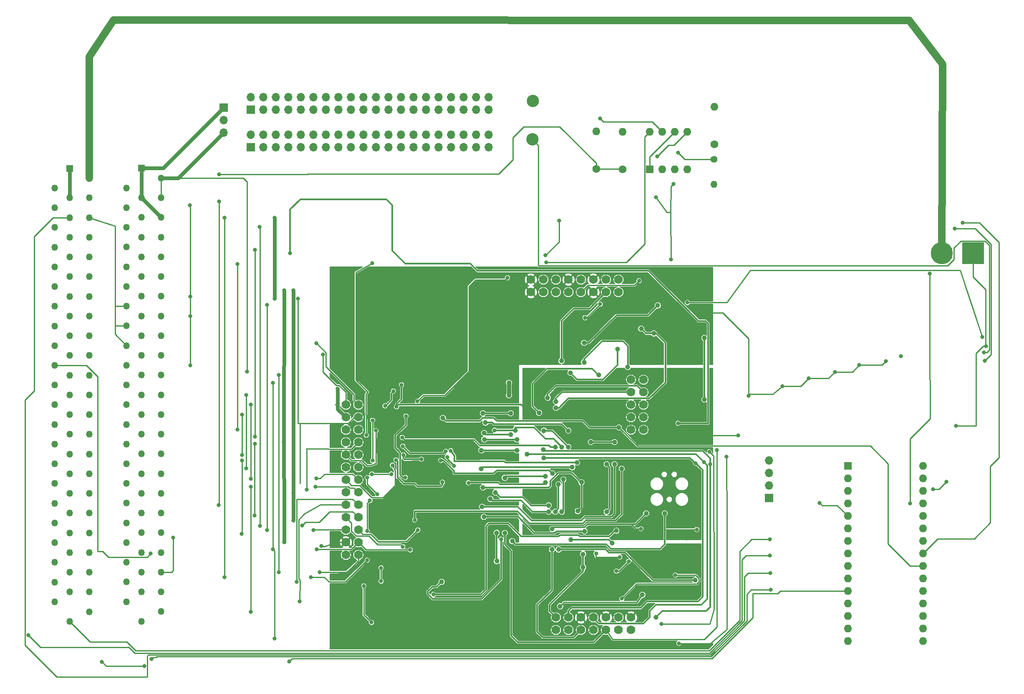
<source format=gbr>
G04 #@! TF.GenerationSoftware,KiCad,Pcbnew,5.1.5+dfsg1-2build2*
G04 #@! TF.CreationDate,2021-04-09T20:17:08+02:00*
G04 #@! TF.ProjectId,mainboardv3.4,6d61696e-626f-4617-9264-76332e342e6b,rev?*
G04 #@! TF.SameCoordinates,Original*
G04 #@! TF.FileFunction,Copper,L2,Bot*
G04 #@! TF.FilePolarity,Positive*
%FSLAX46Y46*%
G04 Gerber Fmt 4.6, Leading zero omitted, Abs format (unit mm)*
G04 Created by KiCad (PCBNEW 5.1.5+dfsg1-2build2) date 2021-04-09 20:17:08*
%MOMM*%
%LPD*%
G04 APERTURE LIST*
%ADD10C,1.778000*%
%ADD11R,1.350000X1.350000*%
%ADD12O,1.350000X1.350000*%
%ADD13C,2.499360*%
%ADD14R,1.600000X1.600000*%
%ADD15O,1.600000X1.600000*%
%ADD16R,4.500880X4.500880*%
%ADD17C,4.500880*%
%ADD18O,1.700000X1.700000*%
%ADD19R,1.700000X1.700000*%
%ADD20C,1.600000*%
%ADD21C,1.400000*%
%ADD22O,1.400000X1.400000*%
%ADD23C,1.006400*%
%ADD24C,0.800000*%
%ADD25C,0.812800*%
%ADD26C,0.800000*%
%ADD27C,0.250000*%
%ADD28C,0.300000*%
%ADD29C,0.406400*%
%ADD30C,0.304800*%
%ADD31C,1.500000*%
%ADD32C,0.152400*%
%ADD33C,0.127000*%
G04 APERTURE END LIST*
D10*
X115163500Y-130716100D03*
X115163500Y-128176100D03*
X117703500Y-130716100D03*
X117703500Y-128176100D03*
X120243500Y-130716100D03*
X120243500Y-128176100D03*
X122783500Y-130716100D03*
X122783500Y-128176100D03*
X125323500Y-130716100D03*
X125323500Y-128176100D03*
X127863500Y-130716100D03*
X127863500Y-128176100D03*
X130403500Y-130716100D03*
X130403500Y-128176100D03*
X72542400Y-84996100D03*
X75082400Y-84996100D03*
X72542400Y-87536100D03*
X75082400Y-87536100D03*
X72542400Y-90076100D03*
X75082400Y-90076100D03*
X72542400Y-92616100D03*
X75082400Y-92616100D03*
X72542400Y-95156100D03*
X75082400Y-95156100D03*
X72542400Y-97696100D03*
X75082400Y-97696100D03*
X72542400Y-100236100D03*
X75082400Y-100236100D03*
X72542400Y-102776100D03*
X75082400Y-102776100D03*
X72542400Y-105316100D03*
X75082400Y-105316100D03*
X72542400Y-107856100D03*
X75082400Y-107856100D03*
X72542400Y-110396100D03*
X75082400Y-110396100D03*
X72542400Y-112936100D03*
X75082400Y-112936100D03*
X72542400Y-115476100D03*
X75082400Y-115476100D03*
X127863500Y-59596100D03*
X127863500Y-62136100D03*
X125323500Y-59596100D03*
X125323500Y-62136100D03*
X122783500Y-59596100D03*
X122783500Y-62136100D03*
X120243500Y-59596100D03*
X120243500Y-62136100D03*
X117703500Y-59596100D03*
X117703500Y-62136100D03*
X115163500Y-59596100D03*
X115163500Y-62136100D03*
X112623500Y-59596100D03*
X112623500Y-62136100D03*
X110083500Y-59596100D03*
X110083500Y-62136100D03*
X130403500Y-90076100D03*
X130403500Y-87536100D03*
X130403500Y-84996100D03*
X130403500Y-82456100D03*
X130403500Y-79916100D03*
X132943500Y-90076100D03*
X132943500Y-87536100D03*
X132943500Y-84996100D03*
X132943500Y-82456100D03*
X132943500Y-79916100D03*
D11*
X16500000Y-37000000D03*
D12*
X16500000Y-43000000D03*
X16500000Y-47000000D03*
X16500000Y-51000000D03*
X16500000Y-55000000D03*
X16500000Y-59000000D03*
X16500000Y-63000000D03*
X16500000Y-67000000D03*
X16500000Y-71000000D03*
X16500000Y-75000000D03*
X16500000Y-79000000D03*
X16500000Y-83000000D03*
X16500000Y-87000000D03*
X16500000Y-91000000D03*
X16500000Y-95000000D03*
X16500000Y-99000000D03*
X16500000Y-103000000D03*
X16500000Y-107000000D03*
X16500000Y-111000000D03*
X16500000Y-115000000D03*
X16500000Y-119000000D03*
X16500000Y-123000000D03*
X16500000Y-129000000D03*
X13500000Y-41000000D03*
X13500000Y-45000000D03*
X13500000Y-49000000D03*
X13500000Y-53000000D03*
X13500000Y-57000000D03*
X13500000Y-61000000D03*
X13500000Y-65000000D03*
X13500000Y-69000000D03*
X13500000Y-73000000D03*
X13500000Y-77000000D03*
X13500000Y-81000000D03*
X13500000Y-85000000D03*
X13500000Y-89000000D03*
X13500000Y-93000000D03*
X13500000Y-97000000D03*
X13500000Y-101000000D03*
X13500000Y-105000000D03*
X13500000Y-109000000D03*
X13500000Y-113000000D03*
X13500000Y-117000000D03*
X13500000Y-121000000D03*
X13500000Y-125000000D03*
X20500000Y-39000000D03*
X20500000Y-43000000D03*
X20500000Y-47000000D03*
X20500000Y-51000000D03*
X20500000Y-55000000D03*
X20500000Y-59000000D03*
X20500000Y-63000000D03*
X20500000Y-67000000D03*
X20500000Y-71000000D03*
X20500000Y-75000000D03*
X20500000Y-79000000D03*
X20500000Y-83000000D03*
X20500000Y-87000000D03*
X20500000Y-91000000D03*
X20500000Y-95000000D03*
X20500000Y-99000000D03*
X20500000Y-103000000D03*
X20500000Y-107000000D03*
X20500000Y-111000000D03*
X20500000Y-115000000D03*
X20500000Y-119000000D03*
X20500000Y-123000000D03*
X20500000Y-127000000D03*
D11*
X31064200Y-36982400D03*
D12*
X31064200Y-42982400D03*
X31064200Y-46982400D03*
X31064200Y-50982400D03*
X31064200Y-54982400D03*
X31064200Y-58982400D03*
X31064200Y-62982400D03*
X31064200Y-66982400D03*
X31064200Y-70982400D03*
X31064200Y-74982400D03*
X31064200Y-78982400D03*
X31064200Y-82982400D03*
X31064200Y-86982400D03*
X31064200Y-90982400D03*
X31064200Y-94982400D03*
X31064200Y-98982400D03*
X31064200Y-102982400D03*
X31064200Y-106982400D03*
X31064200Y-110982400D03*
X31064200Y-114982400D03*
X31064200Y-118982400D03*
X31064200Y-122982400D03*
X31064200Y-128982400D03*
X28064200Y-40982400D03*
X28064200Y-44982400D03*
X28064200Y-48982400D03*
X28064200Y-52982400D03*
X28064200Y-56982400D03*
X28064200Y-60982400D03*
X28064200Y-64982400D03*
X28064200Y-68982400D03*
X28064200Y-72982400D03*
X28064200Y-76982400D03*
X28064200Y-80982400D03*
X28064200Y-84982400D03*
X28064200Y-88982400D03*
X28064200Y-92982400D03*
X28064200Y-96982400D03*
X28064200Y-100982400D03*
X28064200Y-104982400D03*
X28064200Y-108982400D03*
X28064200Y-112982400D03*
X28064200Y-116982400D03*
X28064200Y-120982400D03*
X28064200Y-124982400D03*
X35064200Y-38982400D03*
X35064200Y-42982400D03*
X35064200Y-46982400D03*
X35064200Y-50982400D03*
X35064200Y-54982400D03*
X35064200Y-58982400D03*
X35064200Y-62982400D03*
X35064200Y-66982400D03*
X35064200Y-70982400D03*
X35064200Y-74982400D03*
X35064200Y-78982400D03*
X35064200Y-82982400D03*
X35064200Y-86982400D03*
X35064200Y-90982400D03*
X35064200Y-94982400D03*
X35064200Y-98982400D03*
X35064200Y-102982400D03*
X35064200Y-106982400D03*
X35064200Y-110982400D03*
X35064200Y-114982400D03*
X35064200Y-118982400D03*
X35064200Y-122982400D03*
X35064200Y-126982400D03*
D13*
X110375700Y-31127700D03*
X110515400Y-23329900D03*
D14*
X174371000Y-97421700D03*
D15*
X189611000Y-130441700D03*
X174371000Y-99961700D03*
X189611000Y-127901700D03*
X174371000Y-102501700D03*
X189611000Y-125361700D03*
X174371000Y-105041700D03*
X189611000Y-122821700D03*
X174371000Y-107581700D03*
X189611000Y-120281700D03*
X174371000Y-110121700D03*
X189611000Y-117741700D03*
X174371000Y-112661700D03*
X189611000Y-115201700D03*
X174371000Y-115201700D03*
X189611000Y-112661700D03*
X174371000Y-117741700D03*
X189611000Y-110121700D03*
X174371000Y-120281700D03*
X189611000Y-107581700D03*
X174371000Y-122821700D03*
X189611000Y-105041700D03*
X174371000Y-125361700D03*
X189611000Y-102501700D03*
X174371000Y-127901700D03*
X189611000Y-99961700D03*
X174371000Y-130441700D03*
X189611000Y-97421700D03*
X174371000Y-132981700D03*
X189611000Y-132981700D03*
D16*
X199771000Y-54267100D03*
D17*
X193421000Y-54267100D03*
D18*
X101507301Y-22529800D03*
X101507301Y-25069800D03*
X98967301Y-22529800D03*
X98967301Y-25069800D03*
X96427301Y-22529800D03*
X96427301Y-25069800D03*
X93887301Y-22529800D03*
X93887301Y-25069800D03*
X91347301Y-22529800D03*
X91347301Y-25069800D03*
X88807301Y-22529800D03*
X88807301Y-25069800D03*
X86267301Y-22529800D03*
X86267301Y-25069800D03*
X83727301Y-22529800D03*
X83727301Y-25069800D03*
X81187301Y-22529800D03*
X81187301Y-25069800D03*
X78647301Y-22529800D03*
X78647301Y-25069800D03*
X76107301Y-22529800D03*
X76107301Y-25069800D03*
X73567301Y-22529800D03*
X73567301Y-25069800D03*
X71027301Y-22529800D03*
X71027301Y-25069800D03*
X68487301Y-22529800D03*
X68487301Y-25069800D03*
X65947301Y-22529800D03*
X65947301Y-25069800D03*
X63407301Y-22529800D03*
X63407301Y-25069800D03*
X60867301Y-22529800D03*
X60867301Y-25069800D03*
X58327301Y-22529800D03*
X58327301Y-25069800D03*
X55787301Y-22529800D03*
X55787301Y-25069800D03*
X53247301Y-22529800D03*
D19*
X53247301Y-25069800D03*
X53247301Y-32706299D03*
D18*
X53247301Y-30166299D03*
X55787301Y-32706299D03*
X55787301Y-30166299D03*
X58327301Y-32706299D03*
X58327301Y-30166299D03*
X60867301Y-32706299D03*
X60867301Y-30166299D03*
X63407301Y-32706299D03*
X63407301Y-30166299D03*
X65947301Y-32706299D03*
X65947301Y-30166299D03*
X68487301Y-32706299D03*
X68487301Y-30166299D03*
X71027301Y-32706299D03*
X71027301Y-30166299D03*
X73567301Y-32706299D03*
X73567301Y-30166299D03*
X76107301Y-32706299D03*
X76107301Y-30166299D03*
X78647301Y-32706299D03*
X78647301Y-30166299D03*
X81187301Y-32706299D03*
X81187301Y-30166299D03*
X83727301Y-32706299D03*
X83727301Y-30166299D03*
X86267301Y-32706299D03*
X86267301Y-30166299D03*
X88807301Y-32706299D03*
X88807301Y-30166299D03*
X91347301Y-32706299D03*
X91347301Y-30166299D03*
X93887301Y-32706299D03*
X93887301Y-30166299D03*
X96427301Y-32706299D03*
X96427301Y-30166299D03*
X98967301Y-32706299D03*
X98967301Y-30166299D03*
X101507301Y-32706299D03*
X101507301Y-30166299D03*
D19*
X47713900Y-24701500D03*
D18*
X47713900Y-27241500D03*
X47713900Y-29781500D03*
D19*
X158448999Y-103965999D03*
D18*
X158448999Y-101425999D03*
X158448999Y-98885999D03*
X158448999Y-96345999D03*
D15*
X147335240Y-24511000D03*
D20*
X147335240Y-32131000D03*
D21*
X147223480Y-35168840D03*
D22*
X147223480Y-40248840D03*
D20*
X123367800Y-37099240D03*
D15*
X123367800Y-29479240D03*
D20*
X128676400Y-37236400D03*
D15*
X128676400Y-29616400D03*
D14*
X134193280Y-37185600D03*
D15*
X141813280Y-29565600D03*
X136733280Y-37185600D03*
X139273280Y-29565600D03*
X139273280Y-37185600D03*
X136733280Y-29565600D03*
X141813280Y-37185600D03*
X134193280Y-29565600D03*
D23*
X105638500Y-80551100D03*
X105638500Y-83091100D03*
D24*
X58039000Y-63487300D03*
X58039000Y-47015400D03*
X202438000Y-73126600D03*
X62801400Y-63487300D03*
X196303900Y-89306400D03*
X79692500Y-120815100D03*
X79679800Y-118110000D03*
X128549400Y-124371100D03*
X139395200Y-119583200D03*
X76898500Y-99783900D03*
X78943200Y-103170500D03*
X77419200Y-104440500D03*
X76860400Y-110578900D03*
X76860400Y-116547900D03*
X65468500Y-120002300D03*
X47942500Y-120027700D03*
X47917100Y-47028100D03*
X76187300Y-121780300D03*
X77749400Y-129197100D03*
X93106240Y-95610680D03*
X94513244Y-97387942D03*
X139006580Y-40157400D03*
X138511280Y-55471060D03*
X135475980Y-42859960D03*
X52311300Y-97904300D03*
X52285900Y-82981800D03*
X82003900Y-97282000D03*
X60020200Y-61760100D03*
X60020200Y-112877600D03*
X59982100Y-92570300D03*
X50584100Y-90068400D03*
X50533300Y-56388000D03*
X54102000Y-91452700D03*
X54127400Y-53581300D03*
X66548000Y-72555100D03*
X67881500Y-74764900D03*
X77812900Y-99060000D03*
X81749900Y-99060000D03*
X63157100Y-124942600D03*
D23*
X141611000Y-112046100D03*
X121933500Y-102516100D03*
X119703500Y-90026100D03*
X109753500Y-86626100D03*
X110083500Y-102776100D03*
X144373500Y-92616100D03*
X126298500Y-85796100D03*
X122548500Y-110796100D03*
X139111000Y-107046100D03*
D24*
X82829400Y-85407500D03*
X83845400Y-80962500D03*
X152184100Y-91186000D03*
D23*
X141554200Y-96634300D03*
D24*
X122612900Y-90678000D03*
X70891400Y-81724500D03*
X52527200Y-78282800D03*
X187007500Y-104990900D03*
X191020700Y-58360800D03*
X115780820Y-47602140D03*
X112991900Y-54670960D03*
X105338880Y-59209940D03*
X87071200Y-84319100D03*
D23*
X116683500Y-100156100D03*
X116353500Y-106731100D03*
X120678500Y-115336100D03*
X120678500Y-117983600D03*
X117673500Y-90256100D03*
X100866000Y-88623600D03*
X103128500Y-111011100D03*
X103173500Y-116733600D03*
X100341000Y-86733600D03*
X105986000Y-86733600D03*
X105961000Y-91033600D03*
X100588500Y-90721100D03*
X100028500Y-94233600D03*
X107236000Y-94233600D03*
X100028500Y-97983600D03*
X118486000Y-97696100D03*
X100341000Y-101806100D03*
X120361000Y-100743600D03*
X119608500Y-106586100D03*
X100183500Y-105716100D03*
X127053500Y-97076100D03*
X127053500Y-92586100D03*
X122253500Y-92586100D03*
X100563500Y-107746100D03*
X120973500Y-110666100D03*
X113713500Y-106731100D03*
X101883500Y-104116100D03*
X120873500Y-72436100D03*
X135823500Y-64846100D03*
X145293500Y-83956100D03*
X145293500Y-71446100D03*
X120873500Y-76396100D03*
X129736000Y-77358600D03*
X117673500Y-93556100D03*
X112723500Y-90256100D03*
X111733500Y-86626100D03*
X123843500Y-78936100D03*
X125453500Y-97076100D03*
X125453500Y-106746100D03*
X127433500Y-110566100D03*
D24*
X90322400Y-123507500D03*
X86512400Y-108394500D03*
D23*
X128503500Y-97983600D03*
X91968500Y-120946100D03*
X116353500Y-93556100D03*
X106923500Y-90171100D03*
D24*
X102703800Y-90171100D03*
X104038400Y-112331500D03*
D23*
X119423500Y-96741100D03*
D24*
X93822520Y-94325440D03*
D23*
X113713500Y-105411100D03*
X102873500Y-102796100D03*
X132703500Y-123598600D03*
X116023500Y-125896100D03*
X115711000Y-114363600D03*
X143413500Y-120616100D03*
X114441000Y-98921100D03*
D24*
X91795600Y-96291400D03*
D23*
X113053500Y-100813600D03*
D24*
X97409000Y-100843080D03*
D23*
X133486000Y-107046100D03*
X114423500Y-110171100D03*
D24*
X132410254Y-110164657D03*
D23*
X137236000Y-107046100D03*
X106298500Y-112671100D03*
D24*
X143751300Y-110320600D03*
D23*
X113486000Y-83573600D03*
X115163500Y-84361100D03*
D24*
X77876400Y-56235600D03*
X83972400Y-91630500D03*
D23*
X115048500Y-93556100D03*
D24*
X76695300Y-91160600D03*
X82194400Y-82232500D03*
X80482440Y-85227160D03*
X139928600Y-88760300D03*
X61239400Y-54241700D03*
X84607400Y-99758500D03*
X84734400Y-87312500D03*
D23*
X114373500Y-114363600D03*
D24*
X146278600Y-94526100D03*
X136588500Y-129489200D03*
D23*
X113053500Y-99496100D03*
X104778500Y-99826100D03*
X104803500Y-111028600D03*
D24*
X147815300Y-94170500D03*
D23*
X115693500Y-101146100D03*
X115033500Y-106731100D03*
X118211000Y-112366100D03*
X126601000Y-113043600D03*
D24*
X149809200Y-95504000D03*
X140106400Y-133438900D03*
D23*
X112653500Y-95796100D03*
D24*
X143520160Y-96903540D03*
D23*
X109273500Y-94996100D03*
D24*
X145185488Y-96622512D03*
D23*
X112573500Y-94096100D03*
X135483500Y-128176100D03*
D24*
X146512163Y-97084489D03*
X61912500Y-108534200D03*
X61887100Y-102908100D03*
X61874400Y-61772800D03*
X65938400Y-110413800D03*
X56565800Y-110426500D03*
X56540400Y-64757300D03*
X85623400Y-114463700D03*
X66636900Y-114325400D03*
X57746900Y-114300000D03*
X57759600Y-80581500D03*
X61026020Y-137105959D03*
X58115200Y-132471160D03*
X63652400Y-109486700D03*
X55092600Y-109626400D03*
X55041800Y-48920400D03*
X66535300Y-99987100D03*
X53263800Y-99999800D03*
X53225700Y-84950300D03*
X84099400Y-113811700D03*
X54013100Y-107505500D03*
X54063900Y-92913200D03*
X64566800Y-102273100D03*
X62572900Y-120916700D03*
X67183000Y-118973600D03*
X58902600Y-118973600D03*
X58902600Y-78981300D03*
X51447700Y-95186500D03*
X51447700Y-86995000D03*
X78638400Y-90246200D03*
X87147400Y-110426500D03*
X37490555Y-111932619D03*
X66408300Y-101612700D03*
X53251100Y-101625400D03*
X53251100Y-127025400D03*
X201650600Y-71221600D03*
X141820900Y-64249300D03*
X124155200Y-64579500D03*
X121069100Y-67322700D03*
X132041900Y-59829700D03*
X202006200Y-74383900D03*
X202158600Y-76073000D03*
X196113400Y-49250600D03*
D23*
X116298500Y-76108600D03*
X107236000Y-92046100D03*
X100653500Y-92046100D03*
D24*
X168694100Y-104978200D03*
X127431800Y-118770400D03*
X129933700Y-116789200D03*
D23*
X92236000Y-87671100D03*
X127948500Y-89613600D03*
D24*
X31635700Y-138087100D03*
X23050500Y-137185400D03*
X191706500Y-102133400D03*
X194398900Y-100584000D03*
X158724600Y-122580400D03*
X33096200Y-136626600D03*
X158673800Y-119176800D03*
X158584900Y-115608100D03*
X8166100Y-131800600D03*
X158546800Y-112331500D03*
X128130300Y-115912900D03*
X123317000Y-115201700D03*
X51435000Y-96342200D03*
X51409600Y-111201200D03*
D23*
X127688500Y-73701100D03*
X118093500Y-78526100D03*
X132473500Y-69556100D03*
X135033500Y-70516100D03*
X115163500Y-85631100D03*
D24*
X77978000Y-96329500D03*
X77957680Y-88153240D03*
X82702400Y-96202500D03*
X92135960Y-100731320D03*
X84226400Y-95186500D03*
X87873840Y-96047560D03*
X84099400Y-93408500D03*
X92816680Y-94457520D03*
X197698360Y-48008540D03*
D23*
X91923500Y-112983600D03*
X107966000Y-114391100D03*
X91853500Y-117876100D03*
X144953500Y-69556100D03*
X137593500Y-69556100D03*
X92548500Y-73496100D03*
X113258500Y-73796100D03*
X84686000Y-132681100D03*
X125048500Y-117983600D03*
D24*
X185191400Y-75096000D03*
X67564000Y-113673400D03*
X40970200Y-76974700D03*
X40970200Y-66992500D03*
X40970200Y-62992000D03*
X40919400Y-44488100D03*
X161112200Y-81267300D03*
X166420800Y-79654400D03*
X171780200Y-78320900D03*
X176695100Y-76936600D03*
X182143400Y-76161900D03*
X93878400Y-76136500D03*
X100152200Y-114490500D03*
X102133400Y-114388900D03*
X84028633Y-111752733D03*
X81584800Y-103479600D03*
X154292300Y-83159600D03*
X143865600Y-66319400D03*
X32956500Y-115201700D03*
X113179860Y-56093360D03*
X124086620Y-26845260D03*
X139961620Y-33787080D03*
X135719820Y-34612580D03*
X46822360Y-38196520D03*
X46812200Y-43738800D03*
X46697900Y-105384600D03*
D25*
X105638500Y-80551100D02*
X105638500Y-83091100D01*
D26*
X31064200Y-36982400D02*
X31064200Y-42982400D01*
X16500000Y-37000000D02*
X16500000Y-43000000D01*
X31064200Y-42982400D02*
X35064200Y-46982400D01*
X35433000Y-36982400D02*
X47713900Y-24701500D01*
X31064200Y-36982400D02*
X35433000Y-36982400D01*
X58039000Y-63487300D02*
X58039000Y-47015400D01*
D27*
X199771000Y-54267100D02*
X199771000Y-59029600D01*
X199771000Y-59029600D02*
X202361800Y-61620400D01*
X202361800Y-73050400D02*
X202438000Y-73126600D01*
X202361800Y-61620400D02*
X202361800Y-73050400D01*
X62814200Y-88734900D02*
X62788800Y-71615300D01*
X74231082Y-87536100D02*
X73032282Y-88734900D01*
X75082400Y-87536100D02*
X74231082Y-87536100D01*
X62788800Y-63499900D02*
X62801400Y-63487300D01*
X62788800Y-71615300D02*
X62788800Y-63499900D01*
X200418700Y-74580215D02*
X201872315Y-73126600D01*
X200418700Y-89306400D02*
X200418700Y-74580215D01*
X201872315Y-73126600D02*
X202438000Y-73126600D01*
X196303900Y-89306400D02*
X200418700Y-89306400D01*
X79692500Y-120815100D02*
X79692500Y-120249415D01*
X79692500Y-118122700D02*
X79679800Y-118110000D01*
X79692500Y-120249415D02*
X79692500Y-118122700D01*
X144168701Y-120253603D02*
X143498298Y-119583200D01*
X143498298Y-119583200D02*
X139395200Y-119583200D01*
X144168701Y-120978597D02*
X144168701Y-120253603D01*
X143775997Y-121371301D02*
X144168701Y-120978597D01*
X131549199Y-121371301D02*
X143775997Y-121371301D01*
X128549400Y-124371100D02*
X131549199Y-121371301D01*
X73032282Y-88734900D02*
X63233300Y-88734900D01*
X63233300Y-88734900D02*
X63233300Y-100952300D01*
X63233300Y-88734900D02*
X62814200Y-88734900D01*
X76898500Y-101125800D02*
X78943200Y-103170500D01*
X76898500Y-99783900D02*
X76898500Y-101125800D01*
X76860400Y-104999300D02*
X76860400Y-110578900D01*
X77419200Y-104440500D02*
X76860400Y-104999300D01*
X76860400Y-116547900D02*
X72453500Y-120954800D01*
X72453500Y-120954800D02*
X69138800Y-120954800D01*
X69138800Y-120954800D02*
X68186300Y-120002300D01*
X68186300Y-120002300D02*
X65468500Y-120002300D01*
X47942500Y-120027700D02*
X47917100Y-47942500D01*
X47917100Y-47942500D02*
X47917100Y-47028100D01*
X25717500Y-48755300D02*
X20500000Y-47000000D01*
X28064200Y-72982400D02*
X25717500Y-70635700D01*
X25726200Y-68982400D02*
X28064200Y-68982400D01*
X25717500Y-68973700D02*
X25726200Y-68982400D01*
X25717500Y-70635700D02*
X25717500Y-68973700D01*
X25777500Y-64982400D02*
X28064200Y-64982400D01*
X25717500Y-64922400D02*
X25777500Y-64982400D01*
X25717500Y-68973700D02*
X25717500Y-64922400D01*
X25717500Y-64922400D02*
X25717500Y-48755300D01*
X76187300Y-127635000D02*
X77749400Y-129197100D01*
X76187300Y-121780300D02*
X76187300Y-127635000D01*
D28*
X93106240Y-95980938D02*
X94513244Y-97387942D01*
X93106240Y-95610680D02*
X93106240Y-95980938D01*
D27*
X139006580Y-40157400D02*
X138511280Y-40652700D01*
X138447780Y-45956220D02*
X138511280Y-55471060D01*
X138511280Y-40652700D02*
X138447780Y-45956220D01*
X137680700Y-45966380D02*
X138447780Y-45956220D01*
X135475980Y-42859960D02*
X137680700Y-45966380D01*
X52311300Y-83007200D02*
X52285900Y-82981800D01*
X52311300Y-97904300D02*
X52311300Y-83007200D01*
X82511900Y-98425000D02*
X82003900Y-97282000D01*
X80066501Y-103822500D02*
X82511900Y-101377101D01*
X82511900Y-101377101D02*
X82511900Y-98425000D01*
X75372083Y-101377101D02*
X77817482Y-103822500D01*
X73683401Y-101377101D02*
X75372083Y-101377101D01*
X77817482Y-103822500D02*
X80066501Y-103822500D01*
X72542400Y-100236100D02*
X73683401Y-101377101D01*
D26*
X60020200Y-112877600D02*
X60020200Y-107264200D01*
X59982100Y-92570300D02*
X60020200Y-61760100D01*
X60020200Y-107264200D02*
X59982100Y-92570300D01*
D27*
X50584100Y-56438800D02*
X50533300Y-56388000D01*
X50584100Y-90068400D02*
X50584100Y-56438800D01*
X54102000Y-53606700D02*
X54127400Y-53581300D01*
X54102000Y-91452700D02*
X54102000Y-53606700D01*
X74193401Y-84107101D02*
X74193401Y-82892901D01*
X75082400Y-84996100D02*
X74193401Y-84107101D01*
X66636662Y-72555100D02*
X66548000Y-72555100D01*
X68533501Y-74451939D02*
X66636662Y-72555100D01*
X68533501Y-77233001D02*
X68533501Y-74451939D01*
X74193401Y-82892901D02*
X68533501Y-77233001D01*
X72542400Y-82453419D02*
X71153081Y-81064100D01*
X72542400Y-84996100D02*
X72542400Y-82453419D01*
X70629719Y-81064100D02*
X67932300Y-78366681D01*
X71153081Y-81064100D02*
X70629719Y-81064100D01*
X67932300Y-74815700D02*
X67881500Y-74764900D01*
X67932300Y-78366681D02*
X67932300Y-74815700D01*
X77812900Y-99060000D02*
X81749900Y-99060000D01*
X71285165Y-105316100D02*
X71280165Y-105321100D01*
X72542400Y-105316100D02*
X71285165Y-105316100D01*
X71280165Y-105321100D02*
X69710300Y-105321100D01*
X67381678Y-105321100D02*
X66024549Y-106073151D01*
X69710300Y-105321100D02*
X67381678Y-105321100D01*
X66024549Y-106073151D02*
X64116064Y-107130736D01*
X62961455Y-120340293D02*
X63224901Y-120603739D01*
X62961455Y-108285345D02*
X62961455Y-120340293D01*
X64116064Y-107130736D02*
X62961455Y-108285345D01*
X63220600Y-124942600D02*
X63157100Y-124942600D01*
X63224901Y-124938299D02*
X63220600Y-124942600D01*
X63224901Y-120603739D02*
X63157100Y-124942600D01*
D29*
X141611000Y-111421100D02*
X141611000Y-112046100D01*
D30*
X122573500Y-102516100D02*
X121933500Y-102516100D01*
X119053500Y-90356100D02*
X119703500Y-90026100D01*
X109753500Y-86626100D02*
X110413500Y-86626100D01*
D29*
X109448500Y-102776100D02*
X110083500Y-102776100D01*
D30*
X92303500Y-84996100D02*
X108123500Y-84996100D01*
X108123500Y-84996100D02*
X109753500Y-86626100D01*
X126298500Y-85796100D02*
X124423500Y-85796100D01*
X122548500Y-110796100D02*
X122548500Y-110483600D01*
X139111000Y-107046100D02*
X138798500Y-107046100D01*
D28*
X82829400Y-84841815D02*
X83845400Y-83825815D01*
X82829400Y-85407500D02*
X82829400Y-84841815D01*
X83845400Y-83825815D02*
X83845400Y-80962500D01*
X83240800Y-84996100D02*
X82829400Y-85407500D01*
X92303500Y-84996100D02*
X83240800Y-84996100D01*
D27*
X145803600Y-91186000D02*
X144373500Y-92616100D01*
X152184100Y-91186000D02*
X145803600Y-91186000D01*
X120355400Y-90678000D02*
X119703500Y-90026100D01*
X122612900Y-90678000D02*
X120355400Y-90678000D01*
D26*
X70891400Y-85885100D02*
X72542400Y-87536100D01*
X70891400Y-81724500D02*
X70891400Y-84963000D01*
X70891400Y-84963000D02*
X70891400Y-85885100D01*
D27*
X70891400Y-84963000D02*
X70383400Y-84963000D01*
X35064200Y-42982400D02*
X35064200Y-38982400D01*
D26*
X38513000Y-38982400D02*
X47713900Y-29781500D01*
X35064200Y-38982400D02*
X38513000Y-38982400D01*
D31*
X186829700Y-6946900D02*
X193611500Y-15913100D01*
X25387300Y-6921500D02*
X186829700Y-6946900D01*
X193611500Y-15913100D02*
X193421000Y-54267100D01*
X20500000Y-14348800D02*
X25387300Y-6921500D01*
X20500000Y-39000000D02*
X20500000Y-14348800D01*
D27*
X52527200Y-78282800D02*
X52527200Y-39789100D01*
X51720500Y-38982400D02*
X38513000Y-38982400D01*
X52527200Y-39789100D02*
X51720500Y-38982400D01*
X191020700Y-79960338D02*
X191020700Y-58610500D01*
X191084200Y-80023838D02*
X191020700Y-79960338D01*
X191084200Y-87833200D02*
X191084200Y-80023838D01*
X187007500Y-91909900D02*
X191084200Y-87833200D01*
X187007500Y-104990900D02*
X187007500Y-91909900D01*
X191020700Y-58610500D02*
X191020700Y-58360800D01*
X115780820Y-47602140D02*
X115780820Y-51945540D01*
X113055400Y-54670960D02*
X112991900Y-54670960D01*
X115780820Y-51945540D02*
X113055400Y-54670960D01*
X104938881Y-59609939D02*
X98906381Y-59609939D01*
X105338880Y-59209940D02*
X104938881Y-59609939D01*
X98906381Y-59609939D02*
X97492820Y-61023500D01*
X97492820Y-61023500D02*
X97492820Y-78211680D01*
X97492820Y-78211680D02*
X92610940Y-83093560D01*
X88296740Y-83093560D02*
X87071200Y-84319100D01*
X92610940Y-83093560D02*
X88296740Y-83093560D01*
D30*
X116683500Y-100156100D02*
X116683500Y-106401100D01*
X116683500Y-106401100D02*
X116353500Y-106731100D01*
X115163500Y-128176100D02*
X113893500Y-126906100D01*
X113893500Y-126906100D02*
X113893500Y-125636100D01*
X113893500Y-125636100D02*
X120678500Y-118851100D01*
X120678500Y-118851100D02*
X120678500Y-117983600D01*
X120678500Y-117983600D02*
X120678500Y-115336100D01*
X117673500Y-90256100D02*
X116353500Y-88936100D01*
X116353500Y-88936100D02*
X102548500Y-88921100D01*
X102548500Y-88921100D02*
X102251000Y-88623600D01*
X102251000Y-88623600D02*
X100866000Y-88623600D01*
X103128500Y-111011100D02*
X103068500Y-111071100D01*
X103173500Y-116733600D02*
X103128500Y-116688600D01*
X103128500Y-116688600D02*
X103128500Y-111011100D01*
X100341000Y-86733600D02*
X105986000Y-86733600D01*
X105961000Y-91033600D02*
X100891000Y-91033600D01*
X100891000Y-91033600D02*
X100653500Y-90796100D01*
X100653500Y-90796100D02*
X100588500Y-90721100D01*
X100028500Y-94233600D02*
X107236000Y-94233600D01*
X100028500Y-97983600D02*
X100341000Y-97671100D01*
X100341000Y-97671100D02*
X118173500Y-97671100D01*
X118173500Y-97671100D02*
X118486000Y-97696100D01*
X100341000Y-101806100D02*
X113713500Y-101806100D01*
X113713500Y-101806100D02*
X114043500Y-101476100D01*
X114043500Y-101476100D02*
X114043500Y-100486100D01*
X114043500Y-100486100D02*
X115693500Y-98836100D01*
X115693500Y-98836100D02*
X118333500Y-98836100D01*
X118333500Y-98836100D02*
X120241000Y-100743600D01*
X120241000Y-100743600D02*
X120361000Y-100743600D01*
X120361000Y-100743600D02*
X120361000Y-105833600D01*
X120361000Y-105833600D02*
X119608500Y-106586100D01*
X100183500Y-105716100D02*
X107463500Y-105716100D01*
X107463500Y-105716100D02*
X110258500Y-108511100D01*
X127053500Y-107106100D02*
X127053500Y-97076100D01*
X127053500Y-92586100D02*
X122253500Y-92586100D01*
X126413500Y-107746100D02*
X127053500Y-107106100D01*
X110278500Y-108491100D02*
X120303500Y-108491100D01*
X120303500Y-108491100D02*
X121048500Y-107746100D01*
X121048500Y-107746100D02*
X126413500Y-107746100D01*
X110258500Y-108511100D02*
X110278500Y-108491100D01*
X100563500Y-107746100D02*
X107496000Y-107746100D01*
X107496000Y-107746100D02*
X110781000Y-111031100D01*
X110781000Y-111031100D02*
X114911000Y-111031100D01*
X114911000Y-111031100D02*
X115276000Y-110666100D01*
X115276000Y-110666100D02*
X120973500Y-110666100D01*
X113713500Y-106731100D02*
X110423500Y-106731100D01*
X110423500Y-106731100D02*
X108138500Y-104446100D01*
X108138500Y-104446100D02*
X102231000Y-104446100D01*
X102231000Y-104446100D02*
X101883500Y-104116100D01*
X120873500Y-72436100D02*
X121863500Y-72436100D01*
X121863500Y-72436100D02*
X127473500Y-66826100D01*
X127473500Y-66826100D02*
X133843500Y-66826100D01*
X133843500Y-66826100D02*
X135823500Y-64846100D01*
X145293500Y-83956100D02*
X145293500Y-71446100D01*
X129783500Y-73096100D02*
X128793500Y-72106100D01*
X128793500Y-72106100D02*
X124503500Y-72106100D01*
X124503500Y-72106100D02*
X120873500Y-75736100D01*
X120873500Y-75736100D02*
X120873500Y-76396100D01*
X129736000Y-77358600D02*
X129783500Y-77311100D01*
X129783500Y-77311100D02*
X129783500Y-73096100D01*
X117673500Y-93556100D02*
X114373500Y-90256100D01*
X114373500Y-90256100D02*
X112723500Y-90256100D01*
X111733500Y-86626100D02*
X110413500Y-85306100D01*
X110413500Y-85306100D02*
X110413500Y-80686100D01*
X110413500Y-80686100D02*
X113383500Y-77716100D01*
X113383500Y-77716100D02*
X122523500Y-77716100D01*
X122523500Y-77716100D02*
X123743500Y-78936100D01*
X123743500Y-78936100D02*
X123843500Y-78936100D01*
X125453500Y-97076100D02*
X126093500Y-97716100D01*
X126093500Y-97716100D02*
X126093500Y-106106100D01*
X126093500Y-106106100D02*
X125453500Y-106746100D01*
X127293500Y-110566100D02*
X127433500Y-110566100D01*
X127153500Y-110566100D02*
X127433500Y-110566100D01*
X125986000Y-111733600D02*
X127153500Y-110566100D01*
X120048500Y-111733600D02*
X125986000Y-111733600D01*
X119736000Y-111421100D02*
X120048500Y-111733600D01*
X115986000Y-111421100D02*
X119736000Y-111421100D01*
X115673500Y-111733600D02*
X115986000Y-111421100D01*
X108101000Y-111733600D02*
X115673500Y-111733600D01*
X105463500Y-109096100D02*
X108101000Y-111733600D01*
X101879400Y-109096100D02*
X105463500Y-109096100D01*
D28*
X101879400Y-109096100D02*
X101558800Y-109096100D01*
X101558800Y-109096100D02*
X100990400Y-109664500D01*
X100990400Y-109664500D02*
X100990400Y-122491500D01*
X100990400Y-122491500D02*
X99974400Y-123507500D01*
X99974400Y-123507500D02*
X90322400Y-123507500D01*
D30*
X120626000Y-109126100D02*
X121276000Y-108476100D01*
X107353500Y-106596100D02*
X109903500Y-109146100D01*
X86512400Y-106596100D02*
X107353500Y-106596100D01*
X109923500Y-109126100D02*
X120626000Y-109126100D01*
X109903500Y-109146100D02*
X109923500Y-109126100D01*
X128503500Y-107226100D02*
X128503500Y-97983600D01*
X121276000Y-108476100D02*
X127253500Y-108476100D01*
X127253500Y-108476100D02*
X128503500Y-107226100D01*
D28*
X86512400Y-106596100D02*
X86512400Y-108394500D01*
D30*
X106923500Y-89596100D02*
X110743500Y-89596100D01*
X110743500Y-89596100D02*
X113053500Y-91906100D01*
X113053500Y-91906100D02*
X114703500Y-91906100D01*
X114703500Y-91906100D02*
X116353500Y-93556100D01*
D29*
X106923500Y-90171100D02*
X106923500Y-89596100D01*
D28*
X106923500Y-90171100D02*
X102703800Y-90171100D01*
X90931100Y-121983500D02*
X91968500Y-120946100D01*
X90068400Y-121983500D02*
X90931100Y-121983500D01*
X89179400Y-122872500D02*
X90068400Y-121983500D01*
X89179400Y-123366462D02*
X89179400Y-122872500D01*
X104038400Y-120459500D02*
X100101400Y-124396500D01*
X90209438Y-124396500D02*
X89179400Y-123366462D01*
X100101400Y-124396500D02*
X90209438Y-124396500D01*
X104038400Y-112331500D02*
X104038400Y-120459500D01*
D30*
X104653500Y-96436100D02*
X104973500Y-96756100D01*
X104973500Y-96756100D02*
X119408500Y-96756100D01*
X119408500Y-96756100D02*
X119423500Y-96741100D01*
D28*
X94604840Y-96453960D02*
X104653500Y-96436100D01*
X94604840Y-95336360D02*
X94604840Y-96453960D01*
X93822520Y-94325440D02*
X94604840Y-95336360D01*
D30*
X113688500Y-105436100D02*
X110118500Y-105436100D01*
X110118500Y-105436100D02*
X108468500Y-103786100D01*
X108468500Y-103786100D02*
X103863500Y-103786100D01*
X102873500Y-102796100D02*
X103863500Y-103786100D01*
X113713500Y-105411100D02*
X113688500Y-105436100D01*
X132703500Y-123598600D02*
X131686300Y-125082300D01*
D27*
X116837300Y-125082300D02*
X116023500Y-125896100D01*
X131686300Y-125082300D02*
X116837300Y-125082300D01*
D30*
X125263500Y-114346100D02*
X125923500Y-115006100D01*
X125923500Y-115006100D02*
X129223500Y-115006100D01*
X129223500Y-115006100D02*
X134833500Y-120616100D01*
X134833500Y-120616100D02*
X143413500Y-120616100D01*
X125263500Y-114346100D02*
X125246000Y-114363600D01*
X125246000Y-114363600D02*
X115711000Y-114363600D01*
X113816000Y-98296100D02*
X114441000Y-98921100D01*
X102548500Y-98921100D02*
X103173500Y-98296100D01*
X103173500Y-98296100D02*
X113816000Y-98296100D01*
X94477840Y-98927920D02*
X102548500Y-98921100D01*
D28*
X94477840Y-98407955D02*
X94477840Y-98927920D01*
X92361285Y-96291400D02*
X94477840Y-98407955D01*
X91795600Y-96291400D02*
X92361285Y-96291400D01*
D30*
X113053500Y-100933600D02*
X113053500Y-100813600D01*
X112878500Y-101108600D02*
X113053500Y-100933600D01*
X103798500Y-101108600D02*
X112878500Y-101108600D01*
X103486000Y-100796100D02*
X103798500Y-101108600D01*
X98541000Y-100796100D02*
X103486000Y-100796100D01*
D28*
X97455980Y-100796100D02*
X97409000Y-100843080D01*
X98541000Y-100796100D02*
X97455980Y-100796100D01*
D30*
X133486000Y-107046100D02*
X131298500Y-109233600D01*
X121611000Y-109233600D02*
X120986000Y-109858600D01*
X120986000Y-109858600D02*
X114736000Y-109858600D01*
X114736000Y-109858600D02*
X114423500Y-110171100D01*
D27*
X131360957Y-110164657D02*
X130454400Y-109258100D01*
X132410254Y-110164657D02*
X131360957Y-110164657D01*
D30*
X130454400Y-109258100D02*
X121611000Y-109233600D01*
X131298500Y-109233600D02*
X130454400Y-109258100D01*
X137236000Y-113296100D02*
X136298500Y-114233600D01*
X136298500Y-114233600D02*
X126298500Y-114233600D01*
X126298500Y-114233600D02*
X125361000Y-113296100D01*
X125361000Y-113296100D02*
X106923500Y-113296100D01*
X106923500Y-113296100D02*
X106298500Y-112671100D01*
D27*
X137270000Y-110320600D02*
X137248900Y-110299500D01*
D30*
X137248900Y-110299500D02*
X137236000Y-113296100D01*
D27*
X143751300Y-110320600D02*
X137270000Y-110320600D01*
D30*
X137236000Y-107046100D02*
X137248900Y-110299500D01*
X132943500Y-82456100D02*
X131673500Y-81186100D01*
X131673500Y-81186100D02*
X115163500Y-81186100D01*
X115163500Y-81186100D02*
X113486000Y-82863600D01*
X113486000Y-82863600D02*
X113486000Y-83573600D01*
X130403500Y-82456100D02*
X116433500Y-82456100D01*
X116433500Y-82456100D02*
X115163500Y-83726100D01*
X115163500Y-83726100D02*
X115163500Y-84361100D01*
D27*
X83972400Y-91630500D02*
X84372399Y-92030499D01*
X84372399Y-92030499D02*
X98450399Y-92030499D01*
X98450399Y-92030499D02*
X99716000Y-93296100D01*
D30*
X114058500Y-93556100D02*
X115048500Y-93556100D01*
X113798500Y-93296100D02*
X114058500Y-93556100D01*
X99716000Y-93296100D02*
X113798500Y-93296100D01*
D27*
X77876400Y-56235600D02*
X74574400Y-58153300D01*
X74549000Y-79997300D02*
X74549000Y-58165898D01*
X77000100Y-82448400D02*
X74549000Y-79997300D01*
X76695300Y-91160600D02*
X76631800Y-82816700D01*
X76631800Y-82816700D02*
X77000100Y-82448400D01*
X81794401Y-82632499D02*
X82194400Y-82232500D01*
D28*
X81794401Y-82632499D02*
X81794401Y-84057439D01*
X80624680Y-85227160D02*
X80482440Y-85227160D01*
X81794401Y-84057439D02*
X80624680Y-85227160D01*
X146073701Y-68502101D02*
X145567400Y-67995800D01*
X144106900Y-67995800D02*
X133921500Y-57810400D01*
X97802700Y-56362600D02*
X84543900Y-56362600D01*
X99250500Y-57810400D02*
X97802700Y-56362600D01*
X81927700Y-44475400D02*
X80733900Y-43281600D01*
X133921500Y-57810400D02*
X99250500Y-57810400D01*
X81927700Y-53746400D02*
X81927700Y-44475400D01*
X146050000Y-88760300D02*
X146073701Y-88736599D01*
X139928600Y-88760300D02*
X146050000Y-88760300D01*
X80733900Y-43281600D02*
X63296800Y-43281600D01*
X84543900Y-56362600D02*
X81927700Y-53746400D01*
X145567400Y-67995800D02*
X144106900Y-67995800D01*
X146073701Y-88736599D02*
X146073701Y-68502101D01*
X63296800Y-43281600D02*
X61239400Y-45339000D01*
X61239400Y-45339000D02*
X61239400Y-54241700D01*
X84085362Y-99758500D02*
X84607400Y-99758500D01*
X83549399Y-99222537D02*
X84085362Y-99758500D01*
X83549399Y-94805500D02*
X83549399Y-99222537D01*
X82575400Y-93662500D02*
X83549399Y-94805500D01*
X82575400Y-93662500D02*
X82575400Y-91249500D01*
X84734400Y-89090500D02*
X84734400Y-87312500D01*
X82575400Y-91249500D02*
X84734400Y-89090500D01*
D30*
X114373500Y-114363600D02*
X114373500Y-122616100D01*
X114373500Y-122616100D02*
X111353500Y-125636100D01*
X111353500Y-125636100D02*
X111353500Y-131076100D01*
X112493500Y-132216100D02*
X118743500Y-132216100D01*
X112493500Y-132216100D02*
X111353500Y-131076100D01*
X118743500Y-132216100D02*
X120243500Y-130716100D01*
D27*
X147164164Y-95411664D02*
X147231100Y-125971300D01*
X146278600Y-94526100D02*
X147164164Y-95411664D01*
X146418300Y-129489200D02*
X147231100Y-126568200D01*
X136588500Y-129489200D02*
X146418300Y-129489200D01*
X147231100Y-126568200D02*
X147231100Y-125971300D01*
D30*
X113053500Y-99496100D02*
X105108500Y-99496100D01*
X105108500Y-99496100D02*
X104778500Y-99826100D01*
X104803500Y-111028600D02*
X104803500Y-113356100D01*
X104803500Y-113356100D02*
X106098500Y-114651100D01*
X106098500Y-114651100D02*
X106098500Y-131861100D01*
X106098500Y-131861100D02*
X107443500Y-133206100D01*
X107443500Y-133206100D02*
X122833500Y-133206100D01*
X122833500Y-133206100D02*
X125323500Y-130716100D01*
D27*
X126682500Y-132613400D02*
X125323500Y-130716100D01*
X147815300Y-94170500D02*
X147802600Y-128612900D01*
X126682500Y-132613400D02*
X145262600Y-132613400D01*
X147802600Y-130073400D02*
X147802600Y-128612900D01*
X145262600Y-132613400D02*
X147802600Y-130073400D01*
D30*
X115693500Y-101146100D02*
X115693500Y-106071100D01*
X115693500Y-106071100D02*
X115033500Y-106731100D01*
X118211000Y-112366100D02*
X125923500Y-112366100D01*
X125923500Y-112366100D02*
X126601000Y-113043600D01*
D27*
X149809200Y-102349300D02*
X149809200Y-95504000D01*
X149821900Y-102362000D02*
X149809200Y-102349300D01*
X146431000Y-133438900D02*
X149821900Y-130556000D01*
X149821900Y-130556000D02*
X149821900Y-102362000D01*
X140106400Y-133438900D02*
X146431000Y-133438900D01*
D30*
X118383500Y-126226100D02*
X117703500Y-126906100D01*
X132413500Y-126166100D02*
X132413500Y-126226100D01*
X133623500Y-124956100D02*
X132413500Y-126166100D01*
X144013500Y-124956100D02*
X133623500Y-124956100D01*
X144973500Y-123996100D02*
X144013500Y-124956100D01*
X132413500Y-126226100D02*
X118383500Y-126226100D01*
X144945100Y-98272600D02*
X144973500Y-123996100D01*
X117703500Y-126906100D02*
X117703500Y-128176100D01*
X112653500Y-95796100D02*
X142354300Y-95783400D01*
X143520160Y-96903540D02*
X144945100Y-98272600D01*
X142354300Y-95783400D02*
X143520160Y-96903540D01*
X123903500Y-129446100D02*
X122783500Y-128326100D01*
X132943500Y-129446100D02*
X123903500Y-129446100D01*
X144673500Y-125616100D02*
X135503500Y-125616100D01*
X122783500Y-128326100D02*
X122783500Y-128176100D01*
X145873500Y-124416100D02*
X144673500Y-125616100D01*
X134213500Y-128176100D02*
X132943500Y-129446100D01*
X134213500Y-126906100D02*
X134213500Y-128176100D01*
X145884900Y-97345500D02*
X145873500Y-124416100D01*
X135503500Y-125616100D02*
X134213500Y-126906100D01*
X109273500Y-94996100D02*
X143624300Y-95008700D01*
X145185488Y-96622512D02*
X145884900Y-97345500D01*
X143624300Y-95008700D02*
X145185488Y-96622512D01*
X112573500Y-94096100D02*
X112873500Y-94396100D01*
X112873500Y-94396100D02*
X144973500Y-94396100D01*
X144973500Y-94396100D02*
X146473500Y-95896100D01*
X146473500Y-126076100D02*
X145643500Y-126906100D01*
X145643500Y-126906100D02*
X136753500Y-126906100D01*
X136753500Y-126906100D02*
X135483500Y-128176100D01*
X146469100Y-99885500D02*
X146473500Y-126076100D01*
X146473500Y-95896100D02*
X146469100Y-99885500D01*
D26*
X61874400Y-102895400D02*
X61887100Y-102908100D01*
X61874400Y-99656900D02*
X61874400Y-102895400D01*
X61874400Y-99656900D02*
X61874400Y-98742500D01*
X61874400Y-98742500D02*
X61874400Y-61772800D01*
X61912500Y-102933500D02*
X61887100Y-102908100D01*
X61912500Y-108534200D02*
X61912500Y-102933500D01*
D27*
X72542400Y-110396100D02*
X66895900Y-110396100D01*
X65956100Y-110396100D02*
X65938400Y-110413800D01*
X66895900Y-110396100D02*
X65956100Y-110396100D01*
X56565800Y-109860815D02*
X56591200Y-109835415D01*
X56565800Y-110426500D02*
X56565800Y-109860815D01*
X56591200Y-64808100D02*
X56540400Y-64757300D01*
X56591200Y-109835415D02*
X56591200Y-64808100D01*
X76610000Y-114463700D02*
X75082400Y-112936100D01*
X85623400Y-114463700D02*
X76610000Y-114463700D01*
X70281800Y-114325400D02*
X66865500Y-114325400D01*
X73683401Y-114335099D02*
X70281800Y-114325400D01*
X75082400Y-112936100D02*
X73683401Y-114335099D01*
X66865500Y-114325400D02*
X66636900Y-114325400D01*
X57746900Y-114300000D02*
X57746900Y-87998300D01*
X57746900Y-87998300D02*
X57759600Y-87985600D01*
X57759600Y-87985600D02*
X57759600Y-80581500D01*
X174371000Y-122821700D02*
X160667700Y-122821700D01*
X160667700Y-122821700D02*
X160167320Y-123322080D01*
X160167320Y-123322080D02*
X155097480Y-123322080D01*
X155097480Y-128251308D02*
X146835758Y-136513030D01*
X155097480Y-123322080D02*
X155097480Y-128251308D01*
X61618949Y-136513030D02*
X61026020Y-137105959D01*
X146835758Y-136513030D02*
X61618949Y-136513030D01*
X58115200Y-114668300D02*
X57746900Y-114300000D01*
X58115200Y-132471160D02*
X58115200Y-114668300D01*
X73941399Y-106715099D02*
X69256101Y-106715099D01*
X75082400Y-107856100D02*
X73941399Y-106715099D01*
X69256101Y-106715099D02*
X67170300Y-108800900D01*
X67170300Y-108800900D02*
X67170300Y-108813600D01*
X64325500Y-108813600D02*
X63652400Y-109486700D01*
X67170300Y-108813600D02*
X64325500Y-108813600D01*
X55092600Y-48971200D02*
X55041800Y-48920400D01*
X55092600Y-109626400D02*
X55092600Y-48971200D01*
X73941399Y-99095099D02*
X68240101Y-99095099D01*
X75082400Y-100236100D02*
X73941399Y-99095099D01*
X68240101Y-99095099D02*
X67348100Y-99987100D01*
X67348100Y-99987100D02*
X66535300Y-99987100D01*
X53263800Y-84988400D02*
X53225700Y-84950300D01*
X53263800Y-99999800D02*
X53263800Y-84988400D01*
X73431399Y-108745099D02*
X72542400Y-107856100D01*
X73683401Y-108997101D02*
X73431399Y-108745099D01*
X73683401Y-110685783D02*
X73683401Y-108997101D01*
X74659727Y-111662109D02*
X73683401Y-110685783D01*
X77207009Y-111662109D02*
X74659727Y-111662109D01*
X78956601Y-113411701D02*
X77207009Y-111662109D01*
X83699401Y-113411701D02*
X78956601Y-113411701D01*
X84099400Y-113811700D02*
X83699401Y-113411701D01*
X54013100Y-107505500D02*
X54013100Y-93040200D01*
X54063900Y-92989400D02*
X54063900Y-92913200D01*
X54013100Y-93040200D02*
X54063900Y-92989400D01*
X64566800Y-102273100D02*
X64566800Y-93967300D01*
X73683401Y-94015099D02*
X75082400Y-92616100D01*
X64554100Y-93967300D02*
X73683401Y-94015099D01*
X73941399Y-104175099D02*
X75082400Y-105316100D01*
X68671901Y-104175099D02*
X73941399Y-104175099D01*
X64465200Y-104178100D02*
X68671901Y-104175099D01*
X62585600Y-104178100D02*
X64465200Y-104178100D01*
X62572900Y-120916700D02*
X62585600Y-104178100D01*
X72694800Y-118960900D02*
X67513200Y-118973600D01*
X75082400Y-116733335D02*
X72694800Y-118960900D01*
X75082400Y-115476100D02*
X75082400Y-116733335D01*
X67513200Y-118973600D02*
X67183000Y-118973600D01*
X58902600Y-118973600D02*
X58902600Y-78981300D01*
X51447700Y-95186500D02*
X51447700Y-94620815D01*
X51447700Y-94620815D02*
X51447700Y-86995000D01*
X73683401Y-96297101D02*
X72542400Y-95156100D01*
X75736039Y-96297101D02*
X73683401Y-96297101D01*
X77622400Y-97332800D02*
X76796900Y-97332800D01*
X78663800Y-96926400D02*
X77622400Y-97332800D01*
X76796900Y-97332800D02*
X75736039Y-96297101D01*
X78613000Y-92811600D02*
X78663800Y-96926400D01*
X78638400Y-90246200D02*
X78613000Y-92811600D01*
X75971399Y-111285099D02*
X75082400Y-110396100D01*
X87147400Y-110426500D02*
X86288801Y-111285099D01*
X37490555Y-112498304D02*
X37490400Y-112498459D01*
X37490555Y-111932619D02*
X37490555Y-112498304D01*
X37490400Y-116556200D02*
X37503100Y-116568900D01*
X37490400Y-112498459D02*
X37490400Y-116556200D01*
X37503100Y-116568900D02*
X37503100Y-118681500D01*
X37202200Y-118982400D02*
X35064200Y-118982400D01*
X37503100Y-118681500D02*
X37202200Y-118982400D01*
X75971399Y-111285099D02*
X77617399Y-111285099D01*
X77617399Y-111285099D02*
X79082900Y-112750600D01*
X84823300Y-112750600D02*
X86288801Y-111285099D01*
X79082900Y-112750600D02*
X84823300Y-112750600D01*
X73342083Y-101887101D02*
X73090081Y-101635099D01*
X73090081Y-101635099D02*
X70446900Y-101612700D01*
X74193401Y-101887101D02*
X73342083Y-101887101D01*
X75082400Y-102776100D02*
X74193401Y-101887101D01*
X68440528Y-101612700D02*
X66408300Y-101612700D01*
X70446900Y-101612700D02*
X68440528Y-101612700D01*
X53251100Y-101625400D02*
X53251100Y-102191085D01*
X53251100Y-102191085D02*
X53251100Y-127025400D01*
X121412000Y-67322700D02*
X121069100Y-67322700D01*
X124155200Y-64579500D02*
X121412000Y-67322700D01*
X149821900Y-64249300D02*
X141820900Y-64249300D01*
X154571700Y-57708800D02*
X149821900Y-64249300D01*
X197167500Y-57708800D02*
X154571700Y-57708800D01*
X201650600Y-71221600D02*
X197167500Y-57708800D01*
X121132499Y-61247101D02*
X120243500Y-62136100D01*
X121642499Y-60737101D02*
X121132499Y-61247101D01*
X131134499Y-60737101D02*
X121642499Y-60737101D01*
X132041900Y-59829700D02*
X131134499Y-60737101D01*
X111625379Y-32377379D02*
X110375700Y-31127700D01*
X194622173Y-56769541D02*
X111607600Y-56789320D01*
X195923441Y-55468273D02*
X194622173Y-56769541D01*
X195923441Y-53160177D02*
X195923441Y-55468273D01*
X111607600Y-56789320D02*
X111625379Y-32377379D01*
X202223041Y-51764659D02*
X197318959Y-51764659D01*
X203090001Y-52631619D02*
X202223041Y-51764659D01*
X203090001Y-73865784D02*
X203090001Y-52631619D01*
X197318959Y-51764659D02*
X195923441Y-53160177D01*
X202571885Y-74383900D02*
X203090001Y-73865784D01*
X202006200Y-74383900D02*
X202571885Y-74383900D01*
X203467010Y-52475456D02*
X200242154Y-49250600D01*
X203467010Y-74764590D02*
X203467010Y-52475456D01*
X200242154Y-49250600D02*
X196113400Y-49250600D01*
X202158600Y-76073000D02*
X203467010Y-74764590D01*
D30*
X125323500Y-62136100D02*
X121976000Y-65483600D01*
X121976000Y-65483600D02*
X118798500Y-65483600D01*
X118798500Y-65483600D02*
X116298500Y-67983600D01*
X116298500Y-67983600D02*
X116298500Y-76108600D01*
X107236000Y-92046100D02*
X100653500Y-92046100D01*
D27*
X174371000Y-107581700D02*
X172199300Y-105410000D01*
X172199300Y-105410000D02*
X169138600Y-105410000D01*
X168706800Y-104978200D02*
X168694100Y-104978200D01*
X169138600Y-105410000D02*
X168706800Y-104978200D01*
X127997485Y-118770400D02*
X129889785Y-116878100D01*
X127431800Y-118770400D02*
X127997485Y-118770400D01*
X129889785Y-116833115D02*
X129933700Y-116789200D01*
X129889785Y-116878100D02*
X129889785Y-116833115D01*
D30*
X92236000Y-87671100D02*
X92861000Y-88296100D01*
X92861000Y-88296100D02*
X99716000Y-88296100D01*
X99716000Y-88296100D02*
X100341000Y-87671100D01*
X100341000Y-87671100D02*
X102548500Y-87671100D01*
X102548500Y-87671100D02*
X103173500Y-88296100D01*
X103173500Y-88296100D02*
X119423500Y-88296100D01*
X119423500Y-88296100D02*
X119406000Y-88288600D01*
X121966000Y-89613600D02*
X127948500Y-89613600D01*
X120651000Y-88288600D02*
X119406000Y-88288600D01*
X121966000Y-89613600D02*
X120651000Y-88298600D01*
X120651000Y-88298600D02*
X120651000Y-88288600D01*
D27*
X128451699Y-90116799D02*
X127948500Y-89613600D01*
X131706201Y-93371301D02*
X128451699Y-90116799D01*
X182562500Y-96951800D02*
X178982001Y-93371301D01*
X178982001Y-93371301D02*
X131706201Y-93371301D01*
X182562500Y-113271300D02*
X182562500Y-96951800D01*
X187032900Y-117741700D02*
X182562500Y-113271300D01*
X189611000Y-117741700D02*
X187032900Y-117741700D01*
X31635700Y-138087100D02*
X27914960Y-138087100D01*
X23952200Y-138087100D02*
X23050500Y-137185400D01*
X27914960Y-138087100D02*
X23952200Y-138087100D01*
X192849500Y-102133400D02*
X194398900Y-100584000D01*
X191706500Y-102133400D02*
X192849500Y-102133400D01*
X158724600Y-122580400D02*
X158158915Y-122580400D01*
X158158915Y-122580400D02*
X154800300Y-122580400D01*
X154800300Y-122580400D02*
X153936700Y-123444000D01*
X153936700Y-128878916D02*
X146679596Y-136136020D01*
X153936700Y-123444000D02*
X153936700Y-128878916D01*
X146679596Y-136136020D02*
X34196380Y-136136020D01*
X34196380Y-136136020D02*
X34074100Y-136258300D01*
X33464500Y-136258300D02*
X33096200Y-136626600D01*
X34074100Y-136258300D02*
X33464500Y-136258300D01*
X154165300Y-119176800D02*
X158673800Y-119176800D01*
X16500000Y-47000000D02*
X13147200Y-47000000D01*
X13147200Y-47000000D02*
X9347200Y-50800000D01*
X9347200Y-50800000D02*
X9347200Y-82143600D01*
X153441400Y-119900700D02*
X154165300Y-119176800D01*
X7480300Y-84010500D02*
X7480300Y-84074000D01*
X7442200Y-133781800D02*
X13898101Y-140237701D01*
X7480300Y-84074000D02*
X7442200Y-133781800D01*
X13898101Y-140237701D02*
X32287701Y-140237701D01*
X32287701Y-140237701D02*
X32287701Y-135961899D01*
X9347200Y-82143600D02*
X7480300Y-84010500D01*
X153441400Y-128841044D02*
X153441400Y-119900700D01*
X32287701Y-135961899D02*
X32490590Y-135759010D01*
X32490590Y-135759010D02*
X146523434Y-135759010D01*
X146523434Y-135759010D02*
X153441400Y-128841044D01*
X158584900Y-115608100D02*
X154025600Y-115608100D01*
X153771600Y-115608100D02*
X152946100Y-116433600D01*
X154025600Y-115608100D02*
X153771600Y-115608100D01*
X152946100Y-116433600D02*
X152946100Y-123380500D01*
X152946100Y-128803172D02*
X146367272Y-135382000D01*
X152946100Y-123380500D02*
X152946100Y-128803172D01*
X10586548Y-134221048D02*
X8166100Y-131800600D01*
X28535999Y-134221048D02*
X10586548Y-134221048D01*
X29696951Y-135382000D02*
X28535999Y-134221048D01*
X146367272Y-135382000D02*
X29696951Y-135382000D01*
X20621400Y-133121400D02*
X16500000Y-129000000D01*
X28067000Y-133121400D02*
X20621400Y-133121400D01*
X29895800Y-134950200D02*
X28067000Y-133121400D01*
X152450800Y-128765300D02*
X146265900Y-134950200D01*
X146265900Y-134950200D02*
X29895800Y-134950200D01*
X152450800Y-114769900D02*
X152450800Y-128765300D01*
X154889200Y-112331500D02*
X152450800Y-114769900D01*
X158546800Y-112331500D02*
X154889200Y-112331500D01*
X128130300Y-115912900D02*
X123304300Y-115912900D01*
X123304300Y-115214400D02*
X123317000Y-115201700D01*
X123304300Y-115912900D02*
X123304300Y-115214400D01*
X51435000Y-111175800D02*
X51409600Y-111201200D01*
X51435000Y-96342200D02*
X51435000Y-111175800D01*
D30*
X118093500Y-78526100D02*
X119483500Y-79916100D01*
X119483500Y-79916100D02*
X124688500Y-79916100D01*
X124688500Y-79916100D02*
X127688500Y-76916100D01*
X127688500Y-76916100D02*
X127688500Y-73701100D01*
X132473500Y-69556100D02*
X133433500Y-70516100D01*
X133433500Y-70516100D02*
X135033500Y-70516100D01*
X137373500Y-80456100D02*
X137373500Y-72436100D01*
X137373500Y-72436100D02*
X135453500Y-70516100D01*
X135453500Y-70516100D02*
X135033500Y-70516100D01*
X137373500Y-80456100D02*
X134103500Y-83726100D01*
X134103500Y-83726100D02*
X117703500Y-83726100D01*
X117703500Y-83726100D02*
X115798500Y-85631100D01*
X115798500Y-85631100D02*
X115163500Y-85631100D01*
D27*
X77978000Y-96329500D02*
X77952600Y-88455500D01*
D28*
X77952600Y-88158320D02*
X77957680Y-88153240D01*
X77952600Y-88455500D02*
X77952600Y-88158320D01*
X83083400Y-99758500D02*
X83083400Y-96583500D01*
X86512400Y-101028500D02*
X84353400Y-101028500D01*
X83083400Y-96583500D02*
X82702400Y-96202500D01*
X87020400Y-101536500D02*
X86512400Y-101028500D01*
X91896465Y-101536500D02*
X87020400Y-101536500D01*
X92135960Y-101297005D02*
X91896465Y-101536500D01*
X84353400Y-101028500D02*
X83083400Y-99758500D01*
X92135960Y-100731320D02*
X92135960Y-101297005D01*
X84399120Y-96083120D02*
X87477600Y-96072960D01*
X84216240Y-95869760D02*
X84399120Y-96083120D01*
X84226400Y-95186500D02*
X84216240Y-95869760D01*
X87848440Y-96072960D02*
X87873840Y-96047560D01*
X87477600Y-96072960D02*
X87848440Y-96072960D01*
X84499399Y-93808499D02*
X84099400Y-93408500D01*
X85548419Y-94857519D02*
X84499399Y-93808499D01*
X92416681Y-94857519D02*
X85548419Y-94857519D01*
X92816680Y-94457520D02*
X92416681Y-94857519D01*
D27*
X201101960Y-48008540D02*
X197698360Y-48008540D01*
X205099920Y-52006500D02*
X201101960Y-48008540D01*
X203324460Y-97520760D02*
X205099920Y-95745300D01*
X203324460Y-108953300D02*
X203324460Y-97520760D01*
X200093580Y-112184180D02*
X203324460Y-108953300D01*
X205099920Y-95745300D02*
X205099920Y-52006500D01*
X192628520Y-112184180D02*
X200093580Y-112184180D01*
X189611000Y-115201700D02*
X192628520Y-112184180D01*
D29*
X107966000Y-114391100D02*
X108626000Y-114391100D01*
D30*
X144953500Y-69556100D02*
X144953500Y-68596100D01*
X92548500Y-73496100D02*
X92861000Y-73608600D01*
D29*
X84686000Y-132681100D02*
X84373500Y-132681100D01*
D30*
X125048500Y-117983600D02*
X125673500Y-117983600D01*
D28*
X138553500Y-69556100D02*
X140590800Y-69556100D01*
X141550800Y-68596100D02*
X144953500Y-68596100D01*
X140590800Y-69556100D02*
X141550800Y-68596100D01*
X138553500Y-69556100D02*
X137593500Y-69556100D01*
D27*
X185101600Y-75006200D02*
X185191400Y-75096000D01*
X70573900Y-112928400D02*
X68059300Y-113792000D01*
X71285165Y-112936100D02*
X70573900Y-112928400D01*
X72542400Y-112936100D02*
X71285165Y-112936100D01*
X67564001Y-113673399D02*
X67564000Y-113673400D01*
X67940699Y-113673399D02*
X67564001Y-113673399D01*
X68059300Y-113792000D02*
X67940699Y-113673399D01*
X40970200Y-76974700D02*
X40970200Y-76409015D01*
X40970200Y-76409015D02*
X40970200Y-66992500D01*
X40970200Y-66992500D02*
X40970200Y-62992000D01*
X40970200Y-62426315D02*
X40957500Y-62413615D01*
X40970200Y-62992000D02*
X40970200Y-62426315D01*
X40957500Y-44526200D02*
X40919400Y-44488100D01*
X40957500Y-62413615D02*
X40957500Y-44526200D01*
X164807900Y-81267300D02*
X166420800Y-79654400D01*
X161112200Y-81267300D02*
X164807900Y-81267300D01*
X170446700Y-79654400D02*
X171780200Y-78320900D01*
X166420800Y-79654400D02*
X170446700Y-79654400D01*
X175310800Y-78320900D02*
X176695100Y-76936600D01*
X172345885Y-78320900D02*
X175310800Y-78320900D01*
X171780200Y-78320900D02*
X172345885Y-78320900D01*
X177260785Y-76936600D02*
X177273485Y-76949300D01*
X176695100Y-76936600D02*
X177260785Y-76936600D01*
X177273485Y-76949300D02*
X181368700Y-76949300D01*
X181368700Y-76949300D02*
X181813200Y-76504800D01*
X181813200Y-76492100D02*
X182143400Y-76161900D01*
X181813200Y-76504800D02*
X181813200Y-76492100D01*
D28*
X93878400Y-76009500D02*
X93878400Y-76136500D01*
X92548500Y-73496100D02*
X93051699Y-73999299D01*
X93051699Y-73999299D02*
X93051699Y-75182799D01*
X93051699Y-75182799D02*
X93878400Y-76009500D01*
D27*
X91923500Y-112983600D02*
X95233800Y-116293900D01*
X99872800Y-116293900D02*
X100152200Y-116014500D01*
X95233800Y-116293900D02*
X99872800Y-116293900D01*
X100152200Y-116014500D02*
X100152200Y-114490500D01*
X81584800Y-109308900D02*
X81584800Y-103479600D01*
X84028633Y-111752733D02*
X81584800Y-109308900D01*
X159156400Y-82829400D02*
X161112200Y-81267300D01*
X154228800Y-82829400D02*
X159156400Y-82829400D01*
X154279600Y-71589900D02*
X154228800Y-82829400D01*
X149034500Y-66344800D02*
X154279600Y-71589900D01*
X144322800Y-66344800D02*
X149034500Y-66344800D01*
X154228800Y-83096100D02*
X154228800Y-82829400D01*
X154292300Y-83159600D02*
X154228800Y-83096100D01*
X143891000Y-66344800D02*
X143865600Y-66319400D01*
X144322800Y-66344800D02*
X143891000Y-66344800D01*
X19871962Y-77000000D02*
X22186900Y-79314938D01*
X13500000Y-77000000D02*
X19871962Y-77000000D01*
X22186900Y-79314938D02*
X22186900Y-114744500D01*
X32248799Y-115909401D02*
X32956500Y-115201700D01*
X24363163Y-115909401D02*
X32248799Y-115909401D01*
X23198262Y-114744500D02*
X24363163Y-115909401D01*
X22186900Y-114744500D02*
X23198262Y-114744500D01*
X133141279Y-30617601D02*
X133141279Y-52380321D01*
X134193280Y-29565600D02*
X133141279Y-30617601D01*
X129428240Y-56093360D02*
X113179860Y-56093360D01*
X133141279Y-52380321D02*
X129428240Y-56093360D01*
X136733280Y-29565600D02*
X134688580Y-27520900D01*
X124762260Y-27520900D02*
X124086620Y-26845260D01*
X134688580Y-27520900D02*
X124762260Y-27520900D01*
X134193280Y-34645600D02*
X134193280Y-37185600D01*
X139273280Y-29565600D02*
X134193280Y-34645600D01*
X141343380Y-35168840D02*
X147223480Y-35168840D01*
X139961620Y-33787080D02*
X141343380Y-35168840D01*
X135719820Y-34612580D02*
X138046460Y-32285940D01*
X139092940Y-32285940D02*
X141813280Y-29565600D01*
X138046460Y-32285940D02*
X139092940Y-32285940D01*
X128539240Y-37099240D02*
X128676400Y-37236400D01*
X123367800Y-37099240D02*
X128539240Y-37099240D01*
X123367800Y-35967870D02*
X115929210Y-28529280D01*
X123367800Y-37099240D02*
X123367800Y-35967870D01*
X115929210Y-28529280D02*
X110751631Y-28529280D01*
X110751631Y-28529280D02*
X108651040Y-28529280D01*
X108651040Y-28529280D02*
X106400600Y-30779720D01*
X106400600Y-30779720D02*
X106400600Y-35295840D01*
X106400600Y-35295840D02*
X103520240Y-38176200D01*
X64800718Y-38196520D02*
X46822360Y-38196520D01*
X64821038Y-38176200D02*
X64800718Y-38196520D01*
X103520240Y-38176200D02*
X64821038Y-38176200D01*
X46812200Y-43738800D02*
X46812200Y-51127660D01*
X46812200Y-51127660D02*
X46791880Y-51147980D01*
X46791880Y-105290620D02*
X46697900Y-105384600D01*
X46791880Y-51147980D02*
X46791880Y-105290620D01*
D32*
G36*
X74424952Y-57860560D02*
G01*
X74422797Y-57861214D01*
X74365781Y-57891689D01*
X74315806Y-57932703D01*
X74274792Y-57982678D01*
X74244317Y-58039694D01*
X74225550Y-58101560D01*
X74220801Y-58149775D01*
X74220800Y-79981185D01*
X74219213Y-79997300D01*
X74220800Y-80013415D01*
X74220800Y-80013422D01*
X74225549Y-80061637D01*
X74244316Y-80123503D01*
X74274791Y-80180519D01*
X74315805Y-80230495D01*
X74328331Y-80240775D01*
X76535955Y-82448400D01*
X76410238Y-82574118D01*
X76396838Y-82585287D01*
X76377353Y-82609401D01*
X76357592Y-82633480D01*
X76356998Y-82634592D01*
X76356205Y-82635573D01*
X76341760Y-82663101D01*
X76327117Y-82690496D01*
X76326751Y-82691702D01*
X76326165Y-82692819D01*
X76317376Y-82722605D01*
X76308349Y-82752362D01*
X76308225Y-82753619D01*
X76307869Y-82754826D01*
X76305055Y-82785806D01*
X76302013Y-82816700D01*
X76303723Y-82834062D01*
X76363259Y-90657000D01*
X76310782Y-90692064D01*
X76226764Y-90776082D01*
X76160751Y-90874877D01*
X76115280Y-90984653D01*
X76092100Y-91101190D01*
X76092100Y-91220010D01*
X76115280Y-91336547D01*
X76160751Y-91446323D01*
X76226764Y-91545118D01*
X76310782Y-91629136D01*
X76409577Y-91695149D01*
X76519353Y-91740620D01*
X76635890Y-91763800D01*
X76754710Y-91763800D01*
X76871247Y-91740620D01*
X76981023Y-91695149D01*
X77079818Y-91629136D01*
X77163836Y-91545118D01*
X77229849Y-91446323D01*
X77275320Y-91336547D01*
X77298500Y-91220010D01*
X77298500Y-91101190D01*
X77275320Y-90984653D01*
X77229849Y-90874877D01*
X77163836Y-90776082D01*
X77079818Y-90692064D01*
X77019638Y-90651853D01*
X76977902Y-85167750D01*
X79879240Y-85167750D01*
X79879240Y-85286570D01*
X79902420Y-85403107D01*
X79947891Y-85512883D01*
X80013904Y-85611678D01*
X80097922Y-85695696D01*
X80196717Y-85761709D01*
X80306493Y-85807180D01*
X80423030Y-85830360D01*
X80541850Y-85830360D01*
X80658387Y-85807180D01*
X80768163Y-85761709D01*
X80866958Y-85695696D01*
X80950976Y-85611678D01*
X81016989Y-85512883D01*
X81062460Y-85403107D01*
X81085640Y-85286570D01*
X81085640Y-85265699D01*
X82031887Y-84319453D01*
X82045359Y-84308397D01*
X82063558Y-84286221D01*
X82089496Y-84254616D01*
X82122292Y-84193257D01*
X82122293Y-84193256D01*
X82142490Y-84126678D01*
X82147601Y-84074782D01*
X82147601Y-84074770D01*
X82149308Y-84057440D01*
X82147601Y-84040110D01*
X82147601Y-82835700D01*
X82253810Y-82835700D01*
X82370347Y-82812520D01*
X82480123Y-82767049D01*
X82578918Y-82701036D01*
X82662936Y-82617018D01*
X82728949Y-82518223D01*
X82774420Y-82408447D01*
X82797600Y-82291910D01*
X82797600Y-82173090D01*
X82774420Y-82056553D01*
X82728949Y-81946777D01*
X82662936Y-81847982D01*
X82578918Y-81763964D01*
X82480123Y-81697951D01*
X82370347Y-81652480D01*
X82253810Y-81629300D01*
X82134990Y-81629300D01*
X82018453Y-81652480D01*
X81908677Y-81697951D01*
X81809882Y-81763964D01*
X81725864Y-81847982D01*
X81659851Y-81946777D01*
X81614380Y-82056553D01*
X81591200Y-82173090D01*
X81591200Y-82291910D01*
X81599958Y-82335943D01*
X81597225Y-82337404D01*
X81543443Y-82381542D01*
X81499306Y-82435324D01*
X81466509Y-82496683D01*
X81446312Y-82563261D01*
X81441201Y-82615157D01*
X81441202Y-83911138D01*
X80691489Y-84660851D01*
X80658387Y-84647140D01*
X80541850Y-84623960D01*
X80423030Y-84623960D01*
X80306493Y-84647140D01*
X80196717Y-84692611D01*
X80097922Y-84758624D01*
X80013904Y-84842642D01*
X79947891Y-84941437D01*
X79902420Y-85051213D01*
X79879240Y-85167750D01*
X76977902Y-85167750D01*
X76961035Y-82951609D01*
X77220776Y-82691869D01*
X77233295Y-82681595D01*
X77243569Y-82669076D01*
X77243573Y-82669072D01*
X77274308Y-82631621D01*
X77304783Y-82574605D01*
X77323551Y-82512739D01*
X77329887Y-82448400D01*
X77323551Y-82384061D01*
X77315859Y-82358705D01*
X77304783Y-82322195D01*
X77274308Y-82265179D01*
X77243573Y-82227728D01*
X77243569Y-82227724D01*
X77233295Y-82215205D01*
X77220776Y-82204931D01*
X74877200Y-79861356D01*
X74877200Y-58356977D01*
X77248328Y-56979900D01*
X97920500Y-56979900D01*
X98988490Y-58047891D01*
X98999542Y-58061358D01*
X99013008Y-58072409D01*
X99013012Y-58072413D01*
X99053322Y-58105495D01*
X99096069Y-58128342D01*
X99114683Y-58138292D01*
X99181261Y-58158489D01*
X99233157Y-58163600D01*
X99233169Y-58163600D01*
X99250499Y-58165307D01*
X99267829Y-58163600D01*
X133775201Y-58163600D01*
X143844886Y-68233286D01*
X143855942Y-68246758D01*
X143869413Y-68257813D01*
X143909723Y-68290895D01*
X143935970Y-68304924D01*
X143971083Y-68323692D01*
X144037661Y-68343889D01*
X144089557Y-68349000D01*
X144089560Y-68349000D01*
X144106900Y-68350708D01*
X144124240Y-68349000D01*
X145421101Y-68349000D01*
X145720502Y-68648402D01*
X145720502Y-70881833D01*
X145628106Y-70820096D01*
X145499549Y-70766847D01*
X145363074Y-70739700D01*
X145223926Y-70739700D01*
X145087451Y-70766847D01*
X144958894Y-70820096D01*
X144843196Y-70897403D01*
X144744803Y-70995796D01*
X144667496Y-71111494D01*
X144614247Y-71240051D01*
X144587100Y-71376526D01*
X144587100Y-71515674D01*
X144614247Y-71652149D01*
X144667496Y-71780706D01*
X144744803Y-71896404D01*
X144843196Y-71994797D01*
X144937901Y-72058077D01*
X144937901Y-76809800D01*
X137729100Y-76809800D01*
X137729100Y-72453555D01*
X137730819Y-72436099D01*
X137729100Y-72418644D01*
X137729100Y-72418637D01*
X137723954Y-72366390D01*
X137721641Y-72358763D01*
X137715100Y-72337202D01*
X137703621Y-72299360D01*
X137670601Y-72237584D01*
X137626163Y-72183437D01*
X137612600Y-72172306D01*
X135717299Y-70277006D01*
X135706163Y-70263437D01*
X135686896Y-70247624D01*
X135659504Y-70181494D01*
X135582197Y-70065796D01*
X135483804Y-69967403D01*
X135368106Y-69890096D01*
X135239549Y-69836847D01*
X135103074Y-69809700D01*
X134963926Y-69809700D01*
X134827451Y-69836847D01*
X134698894Y-69890096D01*
X134583196Y-69967403D01*
X134484803Y-70065796D01*
X134421524Y-70160500D01*
X133580794Y-70160500D01*
X133157679Y-69737385D01*
X133179900Y-69625674D01*
X133179900Y-69486526D01*
X133152753Y-69350051D01*
X133099504Y-69221494D01*
X133022197Y-69105796D01*
X132923804Y-69007403D01*
X132808106Y-68930096D01*
X132679549Y-68876847D01*
X132543074Y-68849700D01*
X132403926Y-68849700D01*
X132267451Y-68876847D01*
X132138894Y-68930096D01*
X132023196Y-69007403D01*
X131924803Y-69105796D01*
X131847496Y-69221494D01*
X131794247Y-69350051D01*
X131767100Y-69486526D01*
X131767100Y-69625674D01*
X131794247Y-69762149D01*
X131847496Y-69890706D01*
X131924803Y-70006404D01*
X132023196Y-70104797D01*
X132138894Y-70182104D01*
X132267451Y-70235353D01*
X132403926Y-70262500D01*
X132543074Y-70262500D01*
X132654785Y-70240279D01*
X133169704Y-70755198D01*
X133180837Y-70768763D01*
X133234984Y-70813201D01*
X133296760Y-70846221D01*
X133334602Y-70857700D01*
X133363789Y-70866554D01*
X133370687Y-70867233D01*
X133416037Y-70871700D01*
X133416044Y-70871700D01*
X133433499Y-70873419D01*
X133450955Y-70871700D01*
X134421524Y-70871700D01*
X134484803Y-70966404D01*
X134583196Y-71064797D01*
X134698894Y-71142104D01*
X134827451Y-71195353D01*
X134963926Y-71222500D01*
X135103074Y-71222500D01*
X135239549Y-71195353D01*
X135368106Y-71142104D01*
X135483804Y-71064797D01*
X135491554Y-71057047D01*
X137017901Y-72583395D01*
X137017900Y-76809800D01*
X130186150Y-76809800D01*
X130139100Y-76778362D01*
X130139100Y-73113552D01*
X130140819Y-73096099D01*
X130139100Y-73078646D01*
X130139100Y-73078637D01*
X130133954Y-73026390D01*
X130113621Y-72959360D01*
X130080601Y-72897584D01*
X130071426Y-72886404D01*
X130047295Y-72857000D01*
X130047290Y-72856995D01*
X130036163Y-72843437D01*
X130022605Y-72832310D01*
X129057299Y-71867006D01*
X129046163Y-71853437D01*
X128992016Y-71808999D01*
X128930240Y-71775979D01*
X128863210Y-71755646D01*
X128810963Y-71750500D01*
X128810955Y-71750500D01*
X128793500Y-71748781D01*
X128776045Y-71750500D01*
X124520952Y-71750500D01*
X124503499Y-71748781D01*
X124486046Y-71750500D01*
X124486037Y-71750500D01*
X124433790Y-71755646D01*
X124366760Y-71775979D01*
X124304984Y-71808999D01*
X124304982Y-71809000D01*
X124304983Y-71809000D01*
X124264400Y-71842305D01*
X124264395Y-71842310D01*
X124250837Y-71853437D01*
X124239710Y-71866995D01*
X120634402Y-75472305D01*
X120620837Y-75483438D01*
X120576399Y-75537585D01*
X120564470Y-75559903D01*
X120543380Y-75599359D01*
X120525502Y-75658296D01*
X120523046Y-75666391D01*
X120517900Y-75718638D01*
X120517900Y-75718645D01*
X120516181Y-75736100D01*
X120517900Y-75753556D01*
X120517900Y-75784124D01*
X120423196Y-75847403D01*
X120324803Y-75945796D01*
X120247496Y-76061494D01*
X120194247Y-76190051D01*
X120167100Y-76326526D01*
X120167100Y-76465674D01*
X120194247Y-76602149D01*
X120247496Y-76730706D01*
X120300345Y-76809800D01*
X116394216Y-76809800D01*
X116504549Y-76787853D01*
X116633106Y-76734604D01*
X116748804Y-76657297D01*
X116847197Y-76558904D01*
X116924504Y-76443206D01*
X116977753Y-76314649D01*
X117004900Y-76178174D01*
X117004900Y-76039026D01*
X116977753Y-75902551D01*
X116924504Y-75773994D01*
X116847197Y-75658296D01*
X116748804Y-75559903D01*
X116654100Y-75496624D01*
X116654100Y-72366526D01*
X120167100Y-72366526D01*
X120167100Y-72505674D01*
X120194247Y-72642149D01*
X120247496Y-72770706D01*
X120324803Y-72886404D01*
X120423196Y-72984797D01*
X120538894Y-73062104D01*
X120667451Y-73115353D01*
X120803926Y-73142500D01*
X120943074Y-73142500D01*
X121079549Y-73115353D01*
X121208106Y-73062104D01*
X121323804Y-72984797D01*
X121422197Y-72886404D01*
X121485476Y-72791700D01*
X121846045Y-72791700D01*
X121863500Y-72793419D01*
X121880955Y-72791700D01*
X121880963Y-72791700D01*
X121933210Y-72786554D01*
X122000240Y-72766221D01*
X122062016Y-72733201D01*
X122116163Y-72688763D01*
X122127299Y-72675194D01*
X127620795Y-67181700D01*
X133826045Y-67181700D01*
X133843500Y-67183419D01*
X133860955Y-67181700D01*
X133860963Y-67181700D01*
X133913210Y-67176554D01*
X133980240Y-67156221D01*
X134042016Y-67123201D01*
X134096163Y-67078763D01*
X134107299Y-67065194D01*
X135642215Y-65530279D01*
X135753926Y-65552500D01*
X135893074Y-65552500D01*
X136029549Y-65525353D01*
X136158106Y-65472104D01*
X136273804Y-65394797D01*
X136372197Y-65296404D01*
X136449504Y-65180706D01*
X136502753Y-65052149D01*
X136529900Y-64915674D01*
X136529900Y-64776526D01*
X136502753Y-64640051D01*
X136449504Y-64511494D01*
X136372197Y-64395796D01*
X136273804Y-64297403D01*
X136158106Y-64220096D01*
X136029549Y-64166847D01*
X135893074Y-64139700D01*
X135753926Y-64139700D01*
X135617451Y-64166847D01*
X135488894Y-64220096D01*
X135373196Y-64297403D01*
X135274803Y-64395796D01*
X135197496Y-64511494D01*
X135144247Y-64640051D01*
X135117100Y-64776526D01*
X135117100Y-64915674D01*
X135139321Y-65027385D01*
X133696207Y-66470500D01*
X127490955Y-66470500D01*
X127473499Y-66468781D01*
X127456044Y-66470500D01*
X127456037Y-66470500D01*
X127410687Y-66474967D01*
X127403789Y-66475646D01*
X127374602Y-66484500D01*
X127336760Y-66495979D01*
X127274984Y-66528999D01*
X127274982Y-66529000D01*
X127274983Y-66529000D01*
X127234400Y-66562305D01*
X127234395Y-66562310D01*
X127220837Y-66573437D01*
X127209710Y-66586995D01*
X121716207Y-72080500D01*
X121485476Y-72080500D01*
X121422197Y-71985796D01*
X121323804Y-71887403D01*
X121208106Y-71810096D01*
X121079549Y-71756847D01*
X120943074Y-71729700D01*
X120803926Y-71729700D01*
X120667451Y-71756847D01*
X120538894Y-71810096D01*
X120423196Y-71887403D01*
X120324803Y-71985796D01*
X120247496Y-72101494D01*
X120194247Y-72230051D01*
X120167100Y-72366526D01*
X116654100Y-72366526D01*
X116654100Y-68130893D01*
X118945794Y-65839200D01*
X121958545Y-65839200D01*
X121976000Y-65840919D01*
X121993455Y-65839200D01*
X121993463Y-65839200D01*
X122045710Y-65834054D01*
X122112740Y-65813721D01*
X122174516Y-65780701D01*
X122228663Y-65736263D01*
X122239799Y-65722694D01*
X123586663Y-64375830D01*
X123575180Y-64403553D01*
X123552000Y-64520090D01*
X123552000Y-64638910D01*
X123565214Y-64705341D01*
X121431303Y-66839253D01*
X121354823Y-66788151D01*
X121245047Y-66742680D01*
X121128510Y-66719500D01*
X121009690Y-66719500D01*
X120893153Y-66742680D01*
X120783377Y-66788151D01*
X120684582Y-66854164D01*
X120600564Y-66938182D01*
X120534551Y-67036977D01*
X120489080Y-67146753D01*
X120465900Y-67263290D01*
X120465900Y-67382110D01*
X120489080Y-67498647D01*
X120534551Y-67608423D01*
X120600564Y-67707218D01*
X120684582Y-67791236D01*
X120783377Y-67857249D01*
X120893153Y-67902720D01*
X121009690Y-67925900D01*
X121128510Y-67925900D01*
X121245047Y-67902720D01*
X121354823Y-67857249D01*
X121453618Y-67791236D01*
X121537636Y-67707218D01*
X121603649Y-67608423D01*
X121615216Y-67580499D01*
X121645195Y-67555895D01*
X121655475Y-67543369D01*
X124029359Y-65169486D01*
X124095790Y-65182700D01*
X124214610Y-65182700D01*
X124331147Y-65159520D01*
X124440923Y-65114049D01*
X124539718Y-65048036D01*
X124623736Y-64964018D01*
X124689749Y-64865223D01*
X124735220Y-64755447D01*
X124758400Y-64638910D01*
X124758400Y-64520090D01*
X124735220Y-64403553D01*
X124689749Y-64293777D01*
X124623736Y-64194982D01*
X124539718Y-64110964D01*
X124440923Y-64044951D01*
X124331147Y-63999480D01*
X124214610Y-63976300D01*
X124095790Y-63976300D01*
X123979253Y-63999480D01*
X123951530Y-64010963D01*
X124843166Y-63119328D01*
X125004917Y-63186328D01*
X125215928Y-63228300D01*
X125431072Y-63228300D01*
X125642083Y-63186328D01*
X125840851Y-63103995D01*
X126019737Y-62984467D01*
X126171867Y-62832337D01*
X126291395Y-62653451D01*
X126373728Y-62454683D01*
X126415700Y-62243672D01*
X126415700Y-62028528D01*
X126373728Y-61817517D01*
X126291395Y-61618749D01*
X126171867Y-61439863D01*
X126019737Y-61287733D01*
X125840851Y-61168205D01*
X125642083Y-61085872D01*
X125538664Y-61065301D01*
X127648336Y-61065301D01*
X127544917Y-61085872D01*
X127346149Y-61168205D01*
X127167263Y-61287733D01*
X127015133Y-61439863D01*
X126895605Y-61618749D01*
X126813272Y-61817517D01*
X126771300Y-62028528D01*
X126771300Y-62243672D01*
X126813272Y-62454683D01*
X126895605Y-62653451D01*
X127015133Y-62832337D01*
X127167263Y-62984467D01*
X127346149Y-63103995D01*
X127544917Y-63186328D01*
X127755928Y-63228300D01*
X127971072Y-63228300D01*
X128182083Y-63186328D01*
X128380851Y-63103995D01*
X128559737Y-62984467D01*
X128711867Y-62832337D01*
X128831395Y-62653451D01*
X128913728Y-62454683D01*
X128955700Y-62243672D01*
X128955700Y-62028528D01*
X128913728Y-61817517D01*
X128831395Y-61618749D01*
X128711867Y-61439863D01*
X128559737Y-61287733D01*
X128380851Y-61168205D01*
X128182083Y-61085872D01*
X128078664Y-61065301D01*
X131118384Y-61065301D01*
X131134499Y-61066888D01*
X131150614Y-61065301D01*
X131150622Y-61065301D01*
X131198837Y-61060552D01*
X131260703Y-61041785D01*
X131317719Y-61011310D01*
X131367694Y-60970296D01*
X131377974Y-60957770D01*
X131916058Y-60419686D01*
X131982490Y-60432900D01*
X132101310Y-60432900D01*
X132217847Y-60409720D01*
X132327623Y-60364249D01*
X132426418Y-60298236D01*
X132510436Y-60214218D01*
X132576449Y-60115423D01*
X132621920Y-60005647D01*
X132645100Y-59889110D01*
X132645100Y-59770290D01*
X132621920Y-59653753D01*
X132576449Y-59543977D01*
X132510436Y-59445182D01*
X132426418Y-59361164D01*
X132327623Y-59295151D01*
X132217847Y-59249680D01*
X132101310Y-59226500D01*
X131982490Y-59226500D01*
X131865953Y-59249680D01*
X131756177Y-59295151D01*
X131657382Y-59361164D01*
X131573364Y-59445182D01*
X131507351Y-59543977D01*
X131461880Y-59653753D01*
X131438700Y-59770290D01*
X131438700Y-59889110D01*
X131451914Y-59955542D01*
X130998555Y-60408901D01*
X128595303Y-60408901D01*
X128711867Y-60292337D01*
X128831395Y-60113451D01*
X128913728Y-59914683D01*
X128955700Y-59703672D01*
X128955700Y-59488528D01*
X128913728Y-59277517D01*
X128831395Y-59078749D01*
X128711867Y-58899863D01*
X128559737Y-58747733D01*
X128380851Y-58628205D01*
X128182083Y-58545872D01*
X127971072Y-58503900D01*
X127755928Y-58503900D01*
X127544917Y-58545872D01*
X127346149Y-58628205D01*
X127167263Y-58747733D01*
X127015133Y-58899863D01*
X126895605Y-59078749D01*
X126813272Y-59277517D01*
X126771300Y-59488528D01*
X126771300Y-59703672D01*
X126813272Y-59914683D01*
X126895605Y-60113451D01*
X127015133Y-60292337D01*
X127131697Y-60408901D01*
X126055303Y-60408901D01*
X126171867Y-60292337D01*
X126291395Y-60113451D01*
X126373728Y-59914683D01*
X126415700Y-59703672D01*
X126415700Y-59488528D01*
X126373728Y-59277517D01*
X126291395Y-59078749D01*
X126171867Y-58899863D01*
X126019737Y-58747733D01*
X125840851Y-58628205D01*
X125642083Y-58545872D01*
X125431072Y-58503900D01*
X125215928Y-58503900D01*
X125004917Y-58545872D01*
X124806149Y-58628205D01*
X124627263Y-58747733D01*
X124475133Y-58899863D01*
X124355605Y-59078749D01*
X124273272Y-59277517D01*
X124231300Y-59488528D01*
X124231300Y-59703672D01*
X124273272Y-59914683D01*
X124355605Y-60113451D01*
X124475133Y-60292337D01*
X124591697Y-60408901D01*
X123739422Y-60408901D01*
X123713791Y-60383270D01*
X123912926Y-60291585D01*
X124026906Y-60057882D01*
X124093103Y-59806432D01*
X124108974Y-59546900D01*
X124073907Y-59289259D01*
X123989251Y-59043409D01*
X123912926Y-58900615D01*
X123713789Y-58808929D01*
X122926618Y-59596100D01*
X122940761Y-59610243D01*
X122797643Y-59753361D01*
X122783500Y-59739218D01*
X122769358Y-59753361D01*
X122626240Y-59610243D01*
X122640382Y-59596100D01*
X121853211Y-58808929D01*
X121654074Y-58900615D01*
X121540094Y-59134318D01*
X121473897Y-59385768D01*
X121458026Y-59645300D01*
X121493093Y-59902941D01*
X121577749Y-60148791D01*
X121654074Y-60291585D01*
X121853209Y-60383270D01*
X121827578Y-60408901D01*
X121658614Y-60408901D01*
X121642499Y-60407314D01*
X121626384Y-60408901D01*
X121626376Y-60408901D01*
X121583648Y-60413110D01*
X121578160Y-60413650D01*
X121559393Y-60419343D01*
X121516295Y-60432417D01*
X121459279Y-60462892D01*
X121459277Y-60462893D01*
X121459278Y-60462893D01*
X121421827Y-60493628D01*
X121421824Y-60493631D01*
X121409304Y-60503906D01*
X121399029Y-60516426D01*
X120911831Y-61003625D01*
X120911826Y-61003629D01*
X120751234Y-61164221D01*
X120562083Y-61085872D01*
X120351072Y-61043900D01*
X120135928Y-61043900D01*
X119924917Y-61085872D01*
X119726149Y-61168205D01*
X119547263Y-61287733D01*
X119395133Y-61439863D01*
X119275605Y-61618749D01*
X119193272Y-61817517D01*
X119151300Y-62028528D01*
X119151300Y-62243672D01*
X119193272Y-62454683D01*
X119275605Y-62653451D01*
X119395133Y-62832337D01*
X119547263Y-62984467D01*
X119726149Y-63103995D01*
X119924917Y-63186328D01*
X120135928Y-63228300D01*
X120351072Y-63228300D01*
X120562083Y-63186328D01*
X120760851Y-63103995D01*
X120817132Y-63066389D01*
X121996329Y-63066389D01*
X122088015Y-63265526D01*
X122321718Y-63379506D01*
X122573168Y-63445703D01*
X122832700Y-63461574D01*
X123090341Y-63426507D01*
X123336191Y-63341851D01*
X123478985Y-63265526D01*
X123570671Y-63066389D01*
X122783500Y-62279218D01*
X121996329Y-63066389D01*
X120817132Y-63066389D01*
X120939737Y-62984467D01*
X121091867Y-62832337D01*
X121211395Y-62653451D01*
X121293728Y-62454683D01*
X121335700Y-62243672D01*
X121335700Y-62185300D01*
X121458026Y-62185300D01*
X121493093Y-62442941D01*
X121577749Y-62688791D01*
X121654074Y-62831585D01*
X121853211Y-62923271D01*
X122640382Y-62136100D01*
X122926618Y-62136100D01*
X123713789Y-62923271D01*
X123912926Y-62831585D01*
X124026906Y-62597882D01*
X124093103Y-62346432D01*
X124108974Y-62086900D01*
X124073907Y-61829259D01*
X123989251Y-61583409D01*
X123912926Y-61440615D01*
X123713789Y-61348929D01*
X122926618Y-62136100D01*
X122640382Y-62136100D01*
X121853211Y-61348929D01*
X121654074Y-61440615D01*
X121540094Y-61674318D01*
X121473897Y-61925768D01*
X121458026Y-62185300D01*
X121335700Y-62185300D01*
X121335700Y-62028528D01*
X121293728Y-61817517D01*
X121215379Y-61628366D01*
X121375971Y-61467774D01*
X121375975Y-61467769D01*
X121778444Y-61065301D01*
X122061022Y-61065301D01*
X121996329Y-61205811D01*
X122783500Y-61992982D01*
X123570671Y-61205811D01*
X123505978Y-61065301D01*
X125108336Y-61065301D01*
X125004917Y-61085872D01*
X124806149Y-61168205D01*
X124627263Y-61287733D01*
X124475133Y-61439863D01*
X124355605Y-61618749D01*
X124273272Y-61817517D01*
X124231300Y-62028528D01*
X124231300Y-62243672D01*
X124273272Y-62454683D01*
X124340272Y-62616434D01*
X121828707Y-65128000D01*
X118815955Y-65128000D01*
X118798500Y-65126281D01*
X118781044Y-65128000D01*
X118781037Y-65128000D01*
X118735066Y-65132528D01*
X118728789Y-65133146D01*
X118708456Y-65139314D01*
X118661760Y-65153479D01*
X118599984Y-65186499D01*
X118545837Y-65230937D01*
X118534706Y-65244500D01*
X116059402Y-67719805D01*
X116045837Y-67730938D01*
X116001399Y-67785085D01*
X115970512Y-67842870D01*
X115968380Y-67846859D01*
X115951435Y-67902720D01*
X115948046Y-67913891D01*
X115942900Y-67966138D01*
X115942900Y-67966145D01*
X115941181Y-67983600D01*
X115942900Y-68001055D01*
X115942901Y-75496623D01*
X115848196Y-75559903D01*
X115749803Y-75658296D01*
X115672496Y-75773994D01*
X115619247Y-75902551D01*
X115592100Y-76039026D01*
X115592100Y-76178174D01*
X115619247Y-76314649D01*
X115672496Y-76443206D01*
X115749803Y-76558904D01*
X115848196Y-76657297D01*
X115963894Y-76734604D01*
X116092451Y-76787853D01*
X116202784Y-76809800D01*
X107700900Y-76809800D01*
X107686034Y-76811264D01*
X107671740Y-76815600D01*
X107658566Y-76822642D01*
X107647018Y-76832118D01*
X107637542Y-76843666D01*
X107630500Y-76856840D01*
X107626164Y-76871134D01*
X107624700Y-76886000D01*
X107624700Y-84640500D01*
X92286037Y-84640500D01*
X92261670Y-84642900D01*
X87580307Y-84642900D01*
X87605749Y-84604823D01*
X87651220Y-84495047D01*
X87674400Y-84378510D01*
X87674400Y-84259690D01*
X87661186Y-84193258D01*
X88432684Y-83421760D01*
X92594825Y-83421760D01*
X92610940Y-83423347D01*
X92627055Y-83421760D01*
X92627063Y-83421760D01*
X92675278Y-83417011D01*
X92737144Y-83398244D01*
X92794160Y-83367769D01*
X92844135Y-83326755D01*
X92854415Y-83314229D01*
X95687118Y-80481526D01*
X104932100Y-80481526D01*
X104932100Y-80620674D01*
X104959247Y-80757149D01*
X105012496Y-80885706D01*
X105028900Y-80910257D01*
X105028901Y-82731942D01*
X105012496Y-82756494D01*
X104959247Y-82885051D01*
X104932100Y-83021526D01*
X104932100Y-83160674D01*
X104959247Y-83297149D01*
X105012496Y-83425706D01*
X105089803Y-83541404D01*
X105188196Y-83639797D01*
X105303894Y-83717104D01*
X105432451Y-83770353D01*
X105568926Y-83797500D01*
X105708074Y-83797500D01*
X105844549Y-83770353D01*
X105973106Y-83717104D01*
X106088804Y-83639797D01*
X106187197Y-83541404D01*
X106264504Y-83425706D01*
X106317753Y-83297149D01*
X106344900Y-83160674D01*
X106344900Y-83021526D01*
X106317753Y-82885051D01*
X106264504Y-82756494D01*
X106248100Y-82731944D01*
X106248100Y-80910256D01*
X106264504Y-80885706D01*
X106317753Y-80757149D01*
X106344900Y-80620674D01*
X106344900Y-80481526D01*
X106317753Y-80345051D01*
X106264504Y-80216494D01*
X106187197Y-80100796D01*
X106088804Y-80002403D01*
X105973106Y-79925096D01*
X105844549Y-79871847D01*
X105708074Y-79844700D01*
X105568926Y-79844700D01*
X105432451Y-79871847D01*
X105303894Y-79925096D01*
X105188196Y-80002403D01*
X105089803Y-80100796D01*
X105012496Y-80216494D01*
X104959247Y-80345051D01*
X104932100Y-80481526D01*
X95687118Y-80481526D01*
X97713495Y-78455150D01*
X97726015Y-78444875D01*
X97737387Y-78431019D01*
X97767028Y-78394901D01*
X97767029Y-78394900D01*
X97797504Y-78337884D01*
X97816271Y-78276018D01*
X97821020Y-78227803D01*
X97821020Y-78227795D01*
X97822607Y-78211680D01*
X97821020Y-78195565D01*
X97821020Y-63066389D01*
X109296329Y-63066389D01*
X109388015Y-63265526D01*
X109621718Y-63379506D01*
X109873168Y-63445703D01*
X110132700Y-63461574D01*
X110390341Y-63426507D01*
X110636191Y-63341851D01*
X110778985Y-63265526D01*
X110870671Y-63066389D01*
X110083500Y-62279218D01*
X109296329Y-63066389D01*
X97821020Y-63066389D01*
X97821020Y-62185300D01*
X108758026Y-62185300D01*
X108793093Y-62442941D01*
X108877749Y-62688791D01*
X108954074Y-62831585D01*
X109153211Y-62923271D01*
X109940382Y-62136100D01*
X110226618Y-62136100D01*
X111013789Y-62923271D01*
X111212926Y-62831585D01*
X111326906Y-62597882D01*
X111393103Y-62346432D01*
X111408974Y-62086900D01*
X111401030Y-62028528D01*
X111531300Y-62028528D01*
X111531300Y-62243672D01*
X111573272Y-62454683D01*
X111655605Y-62653451D01*
X111775133Y-62832337D01*
X111927263Y-62984467D01*
X112106149Y-63103995D01*
X112304917Y-63186328D01*
X112515928Y-63228300D01*
X112731072Y-63228300D01*
X112942083Y-63186328D01*
X113140851Y-63103995D01*
X113319737Y-62984467D01*
X113471867Y-62832337D01*
X113591395Y-62653451D01*
X113673728Y-62454683D01*
X113715700Y-62243672D01*
X113715700Y-62028528D01*
X114071300Y-62028528D01*
X114071300Y-62243672D01*
X114113272Y-62454683D01*
X114195605Y-62653451D01*
X114315133Y-62832337D01*
X114467263Y-62984467D01*
X114646149Y-63103995D01*
X114844917Y-63186328D01*
X115055928Y-63228300D01*
X115271072Y-63228300D01*
X115482083Y-63186328D01*
X115680851Y-63103995D01*
X115859737Y-62984467D01*
X116011867Y-62832337D01*
X116131395Y-62653451D01*
X116213728Y-62454683D01*
X116255700Y-62243672D01*
X116255700Y-62028528D01*
X116611300Y-62028528D01*
X116611300Y-62243672D01*
X116653272Y-62454683D01*
X116735605Y-62653451D01*
X116855133Y-62832337D01*
X117007263Y-62984467D01*
X117186149Y-63103995D01*
X117384917Y-63186328D01*
X117595928Y-63228300D01*
X117811072Y-63228300D01*
X118022083Y-63186328D01*
X118220851Y-63103995D01*
X118399737Y-62984467D01*
X118551867Y-62832337D01*
X118671395Y-62653451D01*
X118753728Y-62454683D01*
X118795700Y-62243672D01*
X118795700Y-62028528D01*
X118753728Y-61817517D01*
X118671395Y-61618749D01*
X118551867Y-61439863D01*
X118399737Y-61287733D01*
X118220851Y-61168205D01*
X118022083Y-61085872D01*
X117811072Y-61043900D01*
X117595928Y-61043900D01*
X117384917Y-61085872D01*
X117186149Y-61168205D01*
X117007263Y-61287733D01*
X116855133Y-61439863D01*
X116735605Y-61618749D01*
X116653272Y-61817517D01*
X116611300Y-62028528D01*
X116255700Y-62028528D01*
X116213728Y-61817517D01*
X116131395Y-61618749D01*
X116011867Y-61439863D01*
X115859737Y-61287733D01*
X115680851Y-61168205D01*
X115482083Y-61085872D01*
X115271072Y-61043900D01*
X115055928Y-61043900D01*
X114844917Y-61085872D01*
X114646149Y-61168205D01*
X114467263Y-61287733D01*
X114315133Y-61439863D01*
X114195605Y-61618749D01*
X114113272Y-61817517D01*
X114071300Y-62028528D01*
X113715700Y-62028528D01*
X113673728Y-61817517D01*
X113591395Y-61618749D01*
X113471867Y-61439863D01*
X113319737Y-61287733D01*
X113140851Y-61168205D01*
X112942083Y-61085872D01*
X112731072Y-61043900D01*
X112515928Y-61043900D01*
X112304917Y-61085872D01*
X112106149Y-61168205D01*
X111927263Y-61287733D01*
X111775133Y-61439863D01*
X111655605Y-61618749D01*
X111573272Y-61817517D01*
X111531300Y-62028528D01*
X111401030Y-62028528D01*
X111373907Y-61829259D01*
X111289251Y-61583409D01*
X111212926Y-61440615D01*
X111013789Y-61348929D01*
X110226618Y-62136100D01*
X109940382Y-62136100D01*
X109153211Y-61348929D01*
X108954074Y-61440615D01*
X108840094Y-61674318D01*
X108773897Y-61925768D01*
X108758026Y-62185300D01*
X97821020Y-62185300D01*
X97821020Y-61159444D01*
X98454075Y-60526389D01*
X109296329Y-60526389D01*
X109388015Y-60725526D01*
X109621718Y-60839506D01*
X109719709Y-60865303D01*
X109530809Y-60930349D01*
X109388015Y-61006674D01*
X109296329Y-61205811D01*
X110083500Y-61992982D01*
X110870671Y-61205811D01*
X110778985Y-61006674D01*
X110545282Y-60892694D01*
X110447291Y-60866897D01*
X110636191Y-60801851D01*
X110778985Y-60725526D01*
X110870671Y-60526389D01*
X110083500Y-59739218D01*
X109296329Y-60526389D01*
X98454075Y-60526389D01*
X99042326Y-59938139D01*
X104922766Y-59938139D01*
X104938881Y-59939726D01*
X104954996Y-59938139D01*
X104955004Y-59938139D01*
X105003219Y-59933390D01*
X105065085Y-59914623D01*
X105122101Y-59884148D01*
X105172076Y-59843134D01*
X105182356Y-59830608D01*
X105213038Y-59799926D01*
X105279470Y-59813140D01*
X105398290Y-59813140D01*
X105514827Y-59789960D01*
X105624603Y-59744489D01*
X105723398Y-59678476D01*
X105756574Y-59645300D01*
X108758026Y-59645300D01*
X108793093Y-59902941D01*
X108877749Y-60148791D01*
X108954074Y-60291585D01*
X109153211Y-60383271D01*
X109940382Y-59596100D01*
X110226618Y-59596100D01*
X111013789Y-60383271D01*
X111212926Y-60291585D01*
X111326906Y-60057882D01*
X111393103Y-59806432D01*
X111408974Y-59546900D01*
X111401030Y-59488528D01*
X111531300Y-59488528D01*
X111531300Y-59703672D01*
X111573272Y-59914683D01*
X111655605Y-60113451D01*
X111775133Y-60292337D01*
X111927263Y-60444467D01*
X112106149Y-60563995D01*
X112304917Y-60646328D01*
X112515928Y-60688300D01*
X112731072Y-60688300D01*
X112942083Y-60646328D01*
X113140851Y-60563995D01*
X113319737Y-60444467D01*
X113471867Y-60292337D01*
X113591395Y-60113451D01*
X113673728Y-59914683D01*
X113715700Y-59703672D01*
X113715700Y-59488528D01*
X114071300Y-59488528D01*
X114071300Y-59703672D01*
X114113272Y-59914683D01*
X114195605Y-60113451D01*
X114315133Y-60292337D01*
X114467263Y-60444467D01*
X114646149Y-60563995D01*
X114844917Y-60646328D01*
X115055928Y-60688300D01*
X115271072Y-60688300D01*
X115482083Y-60646328D01*
X115680851Y-60563995D01*
X115737132Y-60526389D01*
X116916329Y-60526389D01*
X117008015Y-60725526D01*
X117241718Y-60839506D01*
X117493168Y-60905703D01*
X117752700Y-60921574D01*
X118010341Y-60886507D01*
X118256191Y-60801851D01*
X118398985Y-60725526D01*
X118490671Y-60526389D01*
X117703500Y-59739218D01*
X116916329Y-60526389D01*
X115737132Y-60526389D01*
X115859737Y-60444467D01*
X116011867Y-60292337D01*
X116131395Y-60113451D01*
X116213728Y-59914683D01*
X116255700Y-59703672D01*
X116255700Y-59645300D01*
X116378026Y-59645300D01*
X116413093Y-59902941D01*
X116497749Y-60148791D01*
X116574074Y-60291585D01*
X116773211Y-60383271D01*
X117560382Y-59596100D01*
X117846618Y-59596100D01*
X118633789Y-60383271D01*
X118832926Y-60291585D01*
X118946906Y-60057882D01*
X119013103Y-59806432D01*
X119028974Y-59546900D01*
X119021030Y-59488528D01*
X119151300Y-59488528D01*
X119151300Y-59703672D01*
X119193272Y-59914683D01*
X119275605Y-60113451D01*
X119395133Y-60292337D01*
X119547263Y-60444467D01*
X119726149Y-60563995D01*
X119924917Y-60646328D01*
X120135928Y-60688300D01*
X120351072Y-60688300D01*
X120562083Y-60646328D01*
X120760851Y-60563995D01*
X120939737Y-60444467D01*
X121091867Y-60292337D01*
X121211395Y-60113451D01*
X121293728Y-59914683D01*
X121335700Y-59703672D01*
X121335700Y-59488528D01*
X121293728Y-59277517D01*
X121211395Y-59078749D01*
X121091867Y-58899863D01*
X120939737Y-58747733D01*
X120817133Y-58665811D01*
X121996329Y-58665811D01*
X122783500Y-59452982D01*
X123570671Y-58665811D01*
X123478985Y-58466674D01*
X123245282Y-58352694D01*
X122993832Y-58286497D01*
X122734300Y-58270626D01*
X122476659Y-58305693D01*
X122230809Y-58390349D01*
X122088015Y-58466674D01*
X121996329Y-58665811D01*
X120817133Y-58665811D01*
X120760851Y-58628205D01*
X120562083Y-58545872D01*
X120351072Y-58503900D01*
X120135928Y-58503900D01*
X119924917Y-58545872D01*
X119726149Y-58628205D01*
X119547263Y-58747733D01*
X119395133Y-58899863D01*
X119275605Y-59078749D01*
X119193272Y-59277517D01*
X119151300Y-59488528D01*
X119021030Y-59488528D01*
X118993907Y-59289259D01*
X118909251Y-59043409D01*
X118832926Y-58900615D01*
X118633789Y-58808929D01*
X117846618Y-59596100D01*
X117560382Y-59596100D01*
X116773211Y-58808929D01*
X116574074Y-58900615D01*
X116460094Y-59134318D01*
X116393897Y-59385768D01*
X116378026Y-59645300D01*
X116255700Y-59645300D01*
X116255700Y-59488528D01*
X116213728Y-59277517D01*
X116131395Y-59078749D01*
X116011867Y-58899863D01*
X115859737Y-58747733D01*
X115737133Y-58665811D01*
X116916329Y-58665811D01*
X117703500Y-59452982D01*
X118490671Y-58665811D01*
X118398985Y-58466674D01*
X118165282Y-58352694D01*
X117913832Y-58286497D01*
X117654300Y-58270626D01*
X117396659Y-58305693D01*
X117150809Y-58390349D01*
X117008015Y-58466674D01*
X116916329Y-58665811D01*
X115737133Y-58665811D01*
X115680851Y-58628205D01*
X115482083Y-58545872D01*
X115271072Y-58503900D01*
X115055928Y-58503900D01*
X114844917Y-58545872D01*
X114646149Y-58628205D01*
X114467263Y-58747733D01*
X114315133Y-58899863D01*
X114195605Y-59078749D01*
X114113272Y-59277517D01*
X114071300Y-59488528D01*
X113715700Y-59488528D01*
X113673728Y-59277517D01*
X113591395Y-59078749D01*
X113471867Y-58899863D01*
X113319737Y-58747733D01*
X113140851Y-58628205D01*
X112942083Y-58545872D01*
X112731072Y-58503900D01*
X112515928Y-58503900D01*
X112304917Y-58545872D01*
X112106149Y-58628205D01*
X111927263Y-58747733D01*
X111775133Y-58899863D01*
X111655605Y-59078749D01*
X111573272Y-59277517D01*
X111531300Y-59488528D01*
X111401030Y-59488528D01*
X111373907Y-59289259D01*
X111289251Y-59043409D01*
X111212926Y-58900615D01*
X111013789Y-58808929D01*
X110226618Y-59596100D01*
X109940382Y-59596100D01*
X109153211Y-58808929D01*
X108954074Y-58900615D01*
X108840094Y-59134318D01*
X108773897Y-59385768D01*
X108758026Y-59645300D01*
X105756574Y-59645300D01*
X105807416Y-59594458D01*
X105873429Y-59495663D01*
X105918900Y-59385887D01*
X105942080Y-59269350D01*
X105942080Y-59150530D01*
X105918900Y-59033993D01*
X105873429Y-58924217D01*
X105807416Y-58825422D01*
X105723398Y-58741404D01*
X105624603Y-58675391D01*
X105601475Y-58665811D01*
X109296329Y-58665811D01*
X110083500Y-59452982D01*
X110870671Y-58665811D01*
X110778985Y-58466674D01*
X110545282Y-58352694D01*
X110293832Y-58286497D01*
X110034300Y-58270626D01*
X109776659Y-58305693D01*
X109530809Y-58390349D01*
X109388015Y-58466674D01*
X109296329Y-58665811D01*
X105601475Y-58665811D01*
X105514827Y-58629920D01*
X105398290Y-58606740D01*
X105279470Y-58606740D01*
X105162933Y-58629920D01*
X105053157Y-58675391D01*
X104954362Y-58741404D01*
X104870344Y-58825422D01*
X104804331Y-58924217D01*
X104758860Y-59033993D01*
X104735680Y-59150530D01*
X104735680Y-59269350D01*
X104738144Y-59281739D01*
X98922495Y-59281739D01*
X98906380Y-59280152D01*
X98890265Y-59281739D01*
X98890258Y-59281739D01*
X98853018Y-59285407D01*
X98842041Y-59286488D01*
X98813485Y-59295151D01*
X98780177Y-59305255D01*
X98723161Y-59335730D01*
X98713198Y-59343906D01*
X98685709Y-59366466D01*
X98685706Y-59366469D01*
X98673186Y-59376744D01*
X98662911Y-59389264D01*
X97272151Y-60780025D01*
X97259625Y-60790305D01*
X97218611Y-60840281D01*
X97188136Y-60897297D01*
X97180772Y-60921574D01*
X97169791Y-60957773D01*
X97169369Y-60959163D01*
X97164620Y-61007378D01*
X97164620Y-61007385D01*
X97163033Y-61023500D01*
X97164620Y-61039615D01*
X97164621Y-78075734D01*
X92474996Y-82765360D01*
X88312852Y-82765360D01*
X88296739Y-82763773D01*
X88280626Y-82765360D01*
X88280617Y-82765360D01*
X88232402Y-82770109D01*
X88170536Y-82788876D01*
X88113520Y-82819351D01*
X88063545Y-82860365D01*
X88053267Y-82872889D01*
X87197042Y-83729114D01*
X87130610Y-83715900D01*
X87011790Y-83715900D01*
X86895253Y-83739080D01*
X86785477Y-83784551D01*
X86686682Y-83850564D01*
X86602664Y-83934582D01*
X86536651Y-84033377D01*
X86491180Y-84143153D01*
X86468000Y-84259690D01*
X86468000Y-84378510D01*
X86491180Y-84495047D01*
X86536651Y-84604823D01*
X86562093Y-84642900D01*
X83527814Y-84642900D01*
X84082890Y-84087825D01*
X84096357Y-84076773D01*
X84107410Y-84063305D01*
X84107413Y-84063302D01*
X84140495Y-84022992D01*
X84164135Y-83978763D01*
X84173292Y-83961632D01*
X84193489Y-83895054D01*
X84198600Y-83843158D01*
X84198600Y-83843155D01*
X84200308Y-83825815D01*
X84198600Y-83808475D01*
X84198600Y-81451962D01*
X84229918Y-81431036D01*
X84313936Y-81347018D01*
X84379949Y-81248223D01*
X84425420Y-81138447D01*
X84448600Y-81021910D01*
X84448600Y-80903090D01*
X84425420Y-80786553D01*
X84379949Y-80676777D01*
X84313936Y-80577982D01*
X84229918Y-80493964D01*
X84131123Y-80427951D01*
X84021347Y-80382480D01*
X83904810Y-80359300D01*
X83785990Y-80359300D01*
X83669453Y-80382480D01*
X83559677Y-80427951D01*
X83460882Y-80493964D01*
X83376864Y-80577982D01*
X83310851Y-80676777D01*
X83265380Y-80786553D01*
X83242200Y-80903090D01*
X83242200Y-81021910D01*
X83265380Y-81138447D01*
X83310851Y-81248223D01*
X83376864Y-81347018D01*
X83460882Y-81431036D01*
X83492201Y-81451963D01*
X83492200Y-83679515D01*
X82591915Y-84579801D01*
X82578443Y-84590857D01*
X82567387Y-84604329D01*
X82534305Y-84644639D01*
X82501509Y-84705998D01*
X82481312Y-84772576D01*
X82474492Y-84841815D01*
X82476201Y-84859165D01*
X82476201Y-84918037D01*
X82444882Y-84938964D01*
X82360864Y-85022982D01*
X82294851Y-85121777D01*
X82249380Y-85231553D01*
X82226200Y-85348090D01*
X82226200Y-85466910D01*
X82249380Y-85583447D01*
X82294851Y-85693223D01*
X82360864Y-85792018D01*
X82444882Y-85876036D01*
X82543677Y-85942049D01*
X82653453Y-85987520D01*
X82769990Y-86010700D01*
X82888810Y-86010700D01*
X83005347Y-85987520D01*
X83115123Y-85942049D01*
X83213918Y-85876036D01*
X83297936Y-85792018D01*
X83363949Y-85693223D01*
X83409420Y-85583447D01*
X83432600Y-85466910D01*
X83432600Y-85349300D01*
X92261670Y-85349300D01*
X92286037Y-85351700D01*
X107624700Y-85351700D01*
X107624700Y-87940500D01*
X103320795Y-87940500D01*
X102812298Y-87432005D01*
X102801163Y-87418437D01*
X102747016Y-87373999D01*
X102685240Y-87340979D01*
X102618210Y-87320646D01*
X102565963Y-87315500D01*
X102565955Y-87315500D01*
X102548500Y-87313781D01*
X102531045Y-87315500D01*
X100741612Y-87315500D01*
X100791304Y-87282297D01*
X100889697Y-87183904D01*
X100952976Y-87089200D01*
X105374024Y-87089200D01*
X105437303Y-87183904D01*
X105535696Y-87282297D01*
X105651394Y-87359604D01*
X105779951Y-87412853D01*
X105916426Y-87440000D01*
X106055574Y-87440000D01*
X106192049Y-87412853D01*
X106320606Y-87359604D01*
X106436304Y-87282297D01*
X106534697Y-87183904D01*
X106612004Y-87068206D01*
X106665253Y-86939649D01*
X106692400Y-86803174D01*
X106692400Y-86664026D01*
X106665253Y-86527551D01*
X106612004Y-86398994D01*
X106534697Y-86283296D01*
X106436304Y-86184903D01*
X106320606Y-86107596D01*
X106192049Y-86054347D01*
X106055574Y-86027200D01*
X105916426Y-86027200D01*
X105779951Y-86054347D01*
X105651394Y-86107596D01*
X105535696Y-86184903D01*
X105437303Y-86283296D01*
X105374024Y-86378000D01*
X100952976Y-86378000D01*
X100889697Y-86283296D01*
X100791304Y-86184903D01*
X100675606Y-86107596D01*
X100547049Y-86054347D01*
X100410574Y-86027200D01*
X100271426Y-86027200D01*
X100134951Y-86054347D01*
X100006394Y-86107596D01*
X99890696Y-86184903D01*
X99792303Y-86283296D01*
X99714996Y-86398994D01*
X99661747Y-86527551D01*
X99634600Y-86664026D01*
X99634600Y-86803174D01*
X99661747Y-86939649D01*
X99714996Y-87068206D01*
X99792303Y-87183904D01*
X99890696Y-87282297D01*
X100006394Y-87359604D01*
X100108493Y-87401894D01*
X100101900Y-87407305D01*
X100101895Y-87407310D01*
X100088337Y-87418437D01*
X100077210Y-87431995D01*
X99568707Y-87940500D01*
X93008295Y-87940500D01*
X92920179Y-87852385D01*
X92942400Y-87740674D01*
X92942400Y-87601526D01*
X92915253Y-87465051D01*
X92862004Y-87336494D01*
X92784697Y-87220796D01*
X92686304Y-87122403D01*
X92570606Y-87045096D01*
X92442049Y-86991847D01*
X92305574Y-86964700D01*
X92166426Y-86964700D01*
X92029951Y-86991847D01*
X91901394Y-87045096D01*
X91785696Y-87122403D01*
X91687303Y-87220796D01*
X91609996Y-87336494D01*
X91556747Y-87465051D01*
X91529600Y-87601526D01*
X91529600Y-87740674D01*
X91556747Y-87877149D01*
X91609996Y-88005706D01*
X91687303Y-88121404D01*
X91785696Y-88219797D01*
X91901394Y-88297104D01*
X92029951Y-88350353D01*
X92166426Y-88377500D01*
X92305574Y-88377500D01*
X92417285Y-88355279D01*
X92597210Y-88535205D01*
X92608337Y-88548763D01*
X92621895Y-88559890D01*
X92621900Y-88559895D01*
X92644913Y-88578781D01*
X92662484Y-88593201D01*
X92724260Y-88626221D01*
X92791290Y-88646554D01*
X92843537Y-88651700D01*
X92843546Y-88651700D01*
X92860999Y-88653419D01*
X92878452Y-88651700D01*
X99698545Y-88651700D01*
X99716000Y-88653419D01*
X99733455Y-88651700D01*
X99733463Y-88651700D01*
X99785710Y-88646554D01*
X99852740Y-88626221D01*
X99914516Y-88593201D01*
X99968663Y-88548763D01*
X99979798Y-88535195D01*
X100268179Y-88246814D01*
X100239996Y-88288994D01*
X100186747Y-88417551D01*
X100159600Y-88554026D01*
X100159600Y-88693174D01*
X100186747Y-88829649D01*
X100239996Y-88958206D01*
X100317303Y-89073904D01*
X100415696Y-89172297D01*
X100531394Y-89249604D01*
X100659951Y-89302853D01*
X100796426Y-89330000D01*
X100935574Y-89330000D01*
X101072049Y-89302853D01*
X101200606Y-89249604D01*
X101316304Y-89172297D01*
X101414697Y-89073904D01*
X101477976Y-88979200D01*
X102103707Y-88979200D01*
X102284572Y-89160066D01*
X102295563Y-89173488D01*
X102309260Y-89184754D01*
X102309401Y-89184895D01*
X102323175Y-89196199D01*
X102349662Y-89217985D01*
X102349831Y-89218076D01*
X102349984Y-89218201D01*
X102380914Y-89234733D01*
X102411402Y-89251072D01*
X102411588Y-89251129D01*
X102411759Y-89251220D01*
X102445088Y-89261330D01*
X102478410Y-89271478D01*
X102478603Y-89271497D01*
X102478790Y-89271554D01*
X102513559Y-89274978D01*
X102530651Y-89276680D01*
X102530844Y-89276680D01*
X102548500Y-89278419D01*
X102565771Y-89276718D01*
X106666628Y-89281174D01*
X106634743Y-89307342D01*
X106583957Y-89369224D01*
X106546220Y-89439825D01*
X106522982Y-89516432D01*
X106517101Y-89576140D01*
X106517101Y-89593067D01*
X106473196Y-89622403D01*
X106374803Y-89720796D01*
X106309920Y-89817900D01*
X103193262Y-89817900D01*
X103172336Y-89786582D01*
X103088318Y-89702564D01*
X102989523Y-89636551D01*
X102879747Y-89591080D01*
X102763210Y-89567900D01*
X102644390Y-89567900D01*
X102527853Y-89591080D01*
X102418077Y-89636551D01*
X102319282Y-89702564D01*
X102235264Y-89786582D01*
X102169251Y-89885377D01*
X102123780Y-89995153D01*
X102100600Y-90111690D01*
X102100600Y-90230510D01*
X102123780Y-90347047D01*
X102169251Y-90456823D01*
X102235264Y-90555618D01*
X102319282Y-90639636D01*
X102376698Y-90678000D01*
X101294900Y-90678000D01*
X101294900Y-90651526D01*
X101267753Y-90515051D01*
X101214504Y-90386494D01*
X101137197Y-90270796D01*
X101038804Y-90172403D01*
X100923106Y-90095096D01*
X100794549Y-90041847D01*
X100658074Y-90014700D01*
X100518926Y-90014700D01*
X100382451Y-90041847D01*
X100253894Y-90095096D01*
X100138196Y-90172403D01*
X100039803Y-90270796D01*
X99962496Y-90386494D01*
X99909247Y-90515051D01*
X99882100Y-90651526D01*
X99882100Y-90790674D01*
X99909247Y-90927149D01*
X99962496Y-91055706D01*
X100039803Y-91171404D01*
X100138196Y-91269797D01*
X100253894Y-91347104D01*
X100374505Y-91397062D01*
X100318894Y-91420096D01*
X100203196Y-91497403D01*
X100104803Y-91595796D01*
X100027496Y-91711494D01*
X99974247Y-91840051D01*
X99947100Y-91976526D01*
X99947100Y-92115674D01*
X99974247Y-92252149D01*
X100027496Y-92380706D01*
X100104803Y-92496404D01*
X100203196Y-92594797D01*
X100318894Y-92672104D01*
X100447451Y-92725353D01*
X100583926Y-92752500D01*
X100723074Y-92752500D01*
X100859549Y-92725353D01*
X100988106Y-92672104D01*
X101103804Y-92594797D01*
X101202197Y-92496404D01*
X101265476Y-92401700D01*
X106624024Y-92401700D01*
X106687303Y-92496404D01*
X106785696Y-92594797D01*
X106901394Y-92672104D01*
X107029951Y-92725353D01*
X107166426Y-92752500D01*
X107305574Y-92752500D01*
X107442049Y-92725353D01*
X107570606Y-92672104D01*
X107624700Y-92635960D01*
X107624700Y-92940500D01*
X99824545Y-92940500D01*
X98693874Y-91809830D01*
X98683594Y-91797304D01*
X98633619Y-91756290D01*
X98576603Y-91725815D01*
X98514737Y-91707048D01*
X98466522Y-91702299D01*
X98466514Y-91702299D01*
X98450399Y-91700712D01*
X98434284Y-91702299D01*
X84573136Y-91702299D01*
X84575600Y-91689910D01*
X84575600Y-91571090D01*
X84552420Y-91454553D01*
X84506949Y-91344777D01*
X84440936Y-91245982D01*
X84356918Y-91161964D01*
X84258123Y-91095951D01*
X84148347Y-91050480D01*
X84031810Y-91027300D01*
X83912990Y-91027300D01*
X83796453Y-91050480D01*
X83686677Y-91095951D01*
X83587882Y-91161964D01*
X83503864Y-91245982D01*
X83437851Y-91344777D01*
X83392380Y-91454553D01*
X83369200Y-91571090D01*
X83369200Y-91689910D01*
X83392380Y-91806447D01*
X83437851Y-91916223D01*
X83503864Y-92015018D01*
X83587882Y-92099036D01*
X83686677Y-92165049D01*
X83796453Y-92210520D01*
X83912990Y-92233700D01*
X84031810Y-92233700D01*
X84098241Y-92220486D01*
X84128929Y-92251173D01*
X84139204Y-92263694D01*
X84151724Y-92273969D01*
X84151727Y-92273972D01*
X84160893Y-92281494D01*
X84189179Y-92304708D01*
X84246195Y-92335183D01*
X84272627Y-92343201D01*
X84308060Y-92353950D01*
X84314060Y-92354541D01*
X84356276Y-92358699D01*
X84356283Y-92358699D01*
X84372398Y-92360286D01*
X84388513Y-92358699D01*
X98314455Y-92358699D01*
X99384696Y-93428941D01*
X99385879Y-93432840D01*
X99418899Y-93494616D01*
X99463337Y-93548763D01*
X99517484Y-93593201D01*
X99579260Y-93626221D01*
X99638930Y-93644322D01*
X99578196Y-93684903D01*
X99479803Y-93783296D01*
X99402496Y-93898994D01*
X99349247Y-94027551D01*
X99322100Y-94164026D01*
X99322100Y-94303174D01*
X99349247Y-94439649D01*
X99402496Y-94568206D01*
X99479803Y-94683904D01*
X99578196Y-94782297D01*
X99693894Y-94859604D01*
X99822451Y-94912853D01*
X99958926Y-94940000D01*
X100098074Y-94940000D01*
X100234549Y-94912853D01*
X100363106Y-94859604D01*
X100478804Y-94782297D01*
X100577197Y-94683904D01*
X100640476Y-94589200D01*
X106624024Y-94589200D01*
X106687303Y-94683904D01*
X106785696Y-94782297D01*
X106901394Y-94859604D01*
X107029951Y-94912853D01*
X107166426Y-94940000D01*
X107305574Y-94940000D01*
X107442049Y-94912853D01*
X107570606Y-94859604D01*
X107624700Y-94823460D01*
X107624700Y-96400500D01*
X105120794Y-96400500D01*
X104892598Y-96172305D01*
X104852015Y-96139000D01*
X104790241Y-96105980D01*
X104723210Y-96085646D01*
X104653500Y-96078781D01*
X104610908Y-96082975D01*
X94958040Y-96100132D01*
X94958040Y-95341365D01*
X94958889Y-95311694D01*
X94955136Y-95289527D01*
X94952929Y-95267121D01*
X94949337Y-95255280D01*
X94947274Y-95243096D01*
X94939264Y-95222076D01*
X94932732Y-95200543D01*
X94926904Y-95189640D01*
X94922500Y-95178082D01*
X94910537Y-95159019D01*
X94899935Y-95139184D01*
X94881104Y-95116239D01*
X94403102Y-94498561D01*
X94425720Y-94384850D01*
X94425720Y-94266030D01*
X94402540Y-94149493D01*
X94357069Y-94039717D01*
X94291056Y-93940922D01*
X94207038Y-93856904D01*
X94108243Y-93790891D01*
X93998467Y-93745420D01*
X93881930Y-93722240D01*
X93763110Y-93722240D01*
X93646573Y-93745420D01*
X93536797Y-93790891D01*
X93438002Y-93856904D01*
X93353984Y-93940922D01*
X93287971Y-94039717D01*
X93277415Y-94065201D01*
X93201198Y-93988984D01*
X93102403Y-93922971D01*
X92992627Y-93877500D01*
X92876090Y-93854320D01*
X92757270Y-93854320D01*
X92640733Y-93877500D01*
X92530957Y-93922971D01*
X92432162Y-93988984D01*
X92348144Y-94073002D01*
X92282131Y-94171797D01*
X92236660Y-94281573D01*
X92213480Y-94398110D01*
X92213480Y-94504319D01*
X85694719Y-94504319D01*
X84761416Y-93571017D01*
X84761412Y-93571012D01*
X84695252Y-93504852D01*
X84702600Y-93467910D01*
X84702600Y-93349090D01*
X84679420Y-93232553D01*
X84633949Y-93122777D01*
X84567936Y-93023982D01*
X84483918Y-92939964D01*
X84385123Y-92873951D01*
X84275347Y-92828480D01*
X84158810Y-92805300D01*
X84039990Y-92805300D01*
X83923453Y-92828480D01*
X83813677Y-92873951D01*
X83714882Y-92939964D01*
X83630864Y-93023982D01*
X83564851Y-93122777D01*
X83519380Y-93232553D01*
X83496200Y-93349090D01*
X83496200Y-93467910D01*
X83519380Y-93584447D01*
X83564851Y-93694223D01*
X83630864Y-93793018D01*
X83714882Y-93877036D01*
X83813677Y-93943049D01*
X83923453Y-93988520D01*
X84039990Y-94011700D01*
X84158810Y-94011700D01*
X84195752Y-94004352D01*
X84261912Y-94070512D01*
X84261917Y-94070516D01*
X85286405Y-95095005D01*
X85297461Y-95108477D01*
X85314480Y-95122444D01*
X85351242Y-95152614D01*
X85383950Y-95170096D01*
X85412602Y-95185411D01*
X85479180Y-95205608D01*
X85531076Y-95210719D01*
X85531088Y-95210719D01*
X85548418Y-95212426D01*
X85565748Y-95210719D01*
X92399341Y-95210719D01*
X92416681Y-95212427D01*
X92434021Y-95210719D01*
X92434024Y-95210719D01*
X92485920Y-95205608D01*
X92552498Y-95185411D01*
X92613857Y-95152614D01*
X92667639Y-95108477D01*
X92678699Y-95095000D01*
X92720327Y-95053372D01*
X92757270Y-95060720D01*
X92857722Y-95060720D01*
X92820517Y-95076131D01*
X92721722Y-95142144D01*
X92637704Y-95226162D01*
X92571691Y-95324957D01*
X92526220Y-95434733D01*
X92503040Y-95551270D01*
X92503040Y-95670090D01*
X92526220Y-95786627D01*
X92571691Y-95896403D01*
X92637704Y-95995198D01*
X92721722Y-96079216D01*
X92778597Y-96117219D01*
X92811145Y-96178114D01*
X92834300Y-96206328D01*
X92855283Y-96231896D01*
X92868755Y-96242952D01*
X93917392Y-97291590D01*
X93910044Y-97328532D01*
X93910044Y-97340659D01*
X92623304Y-96053919D01*
X92612243Y-96040442D01*
X92558461Y-95996305D01*
X92497102Y-95963508D01*
X92430524Y-95943311D01*
X92378628Y-95938200D01*
X92378625Y-95938200D01*
X92361285Y-95936492D01*
X92343945Y-95938200D01*
X92285062Y-95938200D01*
X92264136Y-95906882D01*
X92180118Y-95822864D01*
X92081323Y-95756851D01*
X91971547Y-95711380D01*
X91855010Y-95688200D01*
X91736190Y-95688200D01*
X91619653Y-95711380D01*
X91509877Y-95756851D01*
X91411082Y-95822864D01*
X91327064Y-95906882D01*
X91261051Y-96005677D01*
X91215580Y-96115453D01*
X91192400Y-96231990D01*
X91192400Y-96350810D01*
X91215580Y-96467347D01*
X91261051Y-96577123D01*
X91327064Y-96675918D01*
X91411082Y-96759936D01*
X91509877Y-96825949D01*
X91619653Y-96871420D01*
X91736190Y-96894600D01*
X91855010Y-96894600D01*
X91971547Y-96871420D01*
X92081323Y-96825949D01*
X92180118Y-96759936D01*
X92255220Y-96684834D01*
X94124640Y-98554255D01*
X94124641Y-98886027D01*
X94120521Y-98928221D01*
X94127446Y-98997926D01*
X94147835Y-99064938D01*
X94180907Y-99126686D01*
X94225391Y-99180796D01*
X94279576Y-99225188D01*
X94341380Y-99258156D01*
X94408427Y-99278432D01*
X94460678Y-99283534D01*
X102531193Y-99276715D01*
X102548500Y-99278419D01*
X102566106Y-99276685D01*
X102566263Y-99276685D01*
X102583575Y-99274965D01*
X102618210Y-99271554D01*
X102618360Y-99271509D01*
X102618506Y-99271494D01*
X102651527Y-99261447D01*
X102685241Y-99251220D01*
X102685373Y-99251149D01*
X102685519Y-99251105D01*
X102717002Y-99234243D01*
X102747015Y-99218200D01*
X102747127Y-99218108D01*
X102747267Y-99218033D01*
X102774636Y-99195533D01*
X102787598Y-99184895D01*
X102787704Y-99184789D01*
X102801376Y-99173549D01*
X102812400Y-99160093D01*
X103320795Y-98651700D01*
X107624700Y-98651700D01*
X107624700Y-99140500D01*
X105125952Y-99140500D01*
X105108499Y-99138781D01*
X105091046Y-99140500D01*
X105091037Y-99140500D01*
X105038790Y-99145646D01*
X105005806Y-99155652D01*
X104984549Y-99146847D01*
X104848074Y-99119700D01*
X104708926Y-99119700D01*
X104572451Y-99146847D01*
X104443894Y-99200096D01*
X104328196Y-99277403D01*
X104229803Y-99375796D01*
X104152496Y-99491494D01*
X104099247Y-99620051D01*
X104072100Y-99756526D01*
X104072100Y-99895674D01*
X104099247Y-100032149D01*
X104152496Y-100160706D01*
X104229803Y-100276404D01*
X104328196Y-100374797D01*
X104443894Y-100452104D01*
X104572451Y-100505353D01*
X104708926Y-100532500D01*
X104848074Y-100532500D01*
X104984549Y-100505353D01*
X105113106Y-100452104D01*
X105228804Y-100374797D01*
X105327197Y-100276404D01*
X105404504Y-100160706D01*
X105457753Y-100032149D01*
X105484900Y-99895674D01*
X105484900Y-99851700D01*
X107624700Y-99851700D01*
X107624700Y-100753000D01*
X103945794Y-100753000D01*
X103749798Y-100557005D01*
X103738663Y-100543437D01*
X103684516Y-100498999D01*
X103622740Y-100465979D01*
X103555710Y-100445646D01*
X103503463Y-100440500D01*
X103503455Y-100440500D01*
X103486000Y-100438781D01*
X103468545Y-100440500D01*
X98523537Y-100440500D01*
X98499170Y-100442900D01*
X97861874Y-100442900D01*
X97793518Y-100374544D01*
X97694723Y-100308531D01*
X97584947Y-100263060D01*
X97468410Y-100239880D01*
X97349590Y-100239880D01*
X97233053Y-100263060D01*
X97123277Y-100308531D01*
X97024482Y-100374544D01*
X96940464Y-100458562D01*
X96874451Y-100557357D01*
X96828980Y-100667133D01*
X96805800Y-100783670D01*
X96805800Y-100902490D01*
X96828980Y-101019027D01*
X96874451Y-101128803D01*
X96940464Y-101227598D01*
X97024482Y-101311616D01*
X97123277Y-101377629D01*
X97233053Y-101423100D01*
X97349590Y-101446280D01*
X97468410Y-101446280D01*
X97584947Y-101423100D01*
X97694723Y-101377629D01*
X97793518Y-101311616D01*
X97877536Y-101227598D01*
X97929853Y-101149300D01*
X98499170Y-101149300D01*
X98523537Y-101151700D01*
X100074949Y-101151700D01*
X100006394Y-101180096D01*
X99890696Y-101257403D01*
X99792303Y-101355796D01*
X99714996Y-101471494D01*
X99661747Y-101600051D01*
X99634600Y-101736526D01*
X99634600Y-101875674D01*
X99661747Y-102012149D01*
X99714996Y-102140706D01*
X99792303Y-102256404D01*
X99890696Y-102354797D01*
X100006394Y-102432104D01*
X100134951Y-102485353D01*
X100271426Y-102512500D01*
X100410574Y-102512500D01*
X100547049Y-102485353D01*
X100675606Y-102432104D01*
X100791304Y-102354797D01*
X100889697Y-102256404D01*
X100952976Y-102161700D01*
X102559164Y-102161700D01*
X102538894Y-102170096D01*
X102423196Y-102247403D01*
X102324803Y-102345796D01*
X102247496Y-102461494D01*
X102194247Y-102590051D01*
X102167100Y-102726526D01*
X102167100Y-102865674D01*
X102194247Y-103002149D01*
X102247496Y-103130706D01*
X102324803Y-103246404D01*
X102423196Y-103344797D01*
X102538894Y-103422104D01*
X102667451Y-103475353D01*
X102803926Y-103502500D01*
X102943074Y-103502500D01*
X103054785Y-103480279D01*
X103599710Y-104025205D01*
X103610837Y-104038763D01*
X103624395Y-104049890D01*
X103624400Y-104049895D01*
X103658578Y-104077944D01*
X103664984Y-104083201D01*
X103678639Y-104090500D01*
X102589900Y-104090500D01*
X102589900Y-104046526D01*
X102562753Y-103910051D01*
X102509504Y-103781494D01*
X102432197Y-103665796D01*
X102333804Y-103567403D01*
X102218106Y-103490096D01*
X102089549Y-103436847D01*
X101953074Y-103409700D01*
X101813926Y-103409700D01*
X101677451Y-103436847D01*
X101548894Y-103490096D01*
X101433196Y-103567403D01*
X101334803Y-103665796D01*
X101257496Y-103781494D01*
X101204247Y-103910051D01*
X101177100Y-104046526D01*
X101177100Y-104185674D01*
X101204247Y-104322149D01*
X101257496Y-104450706D01*
X101334803Y-104566404D01*
X101433196Y-104664797D01*
X101548894Y-104742104D01*
X101677451Y-104795353D01*
X101813926Y-104822500D01*
X101953074Y-104822500D01*
X102089549Y-104795353D01*
X102117637Y-104783719D01*
X102132159Y-104787717D01*
X102161290Y-104796554D01*
X102165898Y-104797008D01*
X102170362Y-104798237D01*
X102200698Y-104800435D01*
X102213537Y-104801700D01*
X102218148Y-104801700D01*
X102240226Y-104803300D01*
X102253064Y-104801700D01*
X107624700Y-104801700D01*
X107624700Y-105399053D01*
X107600240Y-105385979D01*
X107533210Y-105365646D01*
X107480963Y-105360500D01*
X107480955Y-105360500D01*
X107463500Y-105358781D01*
X107446045Y-105360500D01*
X100795476Y-105360500D01*
X100732197Y-105265796D01*
X100633804Y-105167403D01*
X100518106Y-105090096D01*
X100389549Y-105036847D01*
X100253074Y-105009700D01*
X100113926Y-105009700D01*
X99977451Y-105036847D01*
X99848894Y-105090096D01*
X99733196Y-105167403D01*
X99634803Y-105265796D01*
X99557496Y-105381494D01*
X99504247Y-105510051D01*
X99477100Y-105646526D01*
X99477100Y-105785674D01*
X99504247Y-105922149D01*
X99557496Y-106050706D01*
X99634803Y-106166404D01*
X99708899Y-106240500D01*
X86494937Y-106240500D01*
X86442690Y-106245646D01*
X86375660Y-106265979D01*
X86313884Y-106298999D01*
X86259737Y-106343437D01*
X86215299Y-106397584D01*
X86182279Y-106459360D01*
X86161946Y-106526390D01*
X86155080Y-106596100D01*
X86159200Y-106637930D01*
X86159201Y-107905037D01*
X86127882Y-107925964D01*
X86043864Y-108009982D01*
X85977851Y-108108777D01*
X85932380Y-108218553D01*
X85909200Y-108335090D01*
X85909200Y-108453910D01*
X85932380Y-108570447D01*
X85977851Y-108680223D01*
X86043864Y-108779018D01*
X86127882Y-108863036D01*
X86226677Y-108929049D01*
X86336453Y-108974520D01*
X86452990Y-108997700D01*
X86571810Y-108997700D01*
X86688347Y-108974520D01*
X86798123Y-108929049D01*
X86896918Y-108863036D01*
X86980936Y-108779018D01*
X87046949Y-108680223D01*
X87092420Y-108570447D01*
X87115600Y-108453910D01*
X87115600Y-108335090D01*
X87092420Y-108218553D01*
X87046949Y-108108777D01*
X86980936Y-108009982D01*
X86896918Y-107925964D01*
X86865600Y-107905038D01*
X86865600Y-106951700D01*
X107206207Y-106951700D01*
X107624700Y-107370193D01*
X107624700Y-107413540D01*
X107565710Y-107395646D01*
X107513463Y-107390500D01*
X107513455Y-107390500D01*
X107496000Y-107388781D01*
X107478545Y-107390500D01*
X101175476Y-107390500D01*
X101112197Y-107295796D01*
X101013804Y-107197403D01*
X100898106Y-107120096D01*
X100769549Y-107066847D01*
X100633074Y-107039700D01*
X100493926Y-107039700D01*
X100357451Y-107066847D01*
X100228894Y-107120096D01*
X100113196Y-107197403D01*
X100014803Y-107295796D01*
X99937496Y-107411494D01*
X99884247Y-107540051D01*
X99857100Y-107676526D01*
X99857100Y-107815674D01*
X99884247Y-107952149D01*
X99937496Y-108080706D01*
X100014803Y-108196404D01*
X100113196Y-108294797D01*
X100228894Y-108372104D01*
X100357451Y-108425353D01*
X100493926Y-108452500D01*
X100633074Y-108452500D01*
X100769549Y-108425353D01*
X100898106Y-108372104D01*
X101013804Y-108294797D01*
X101112197Y-108196404D01*
X101175476Y-108101700D01*
X107348707Y-108101700D01*
X107624700Y-108377693D01*
X107624700Y-110754405D01*
X105727299Y-108857006D01*
X105716163Y-108843437D01*
X105662016Y-108798999D01*
X105600240Y-108765979D01*
X105533210Y-108745646D01*
X105480963Y-108740500D01*
X105480955Y-108740500D01*
X105463500Y-108738781D01*
X105446045Y-108740500D01*
X101861937Y-108740500D01*
X101837570Y-108742900D01*
X101576140Y-108742900D01*
X101558800Y-108741192D01*
X101541460Y-108742900D01*
X101541457Y-108742900D01*
X101489561Y-108748011D01*
X101422983Y-108768208D01*
X101409066Y-108775647D01*
X101361623Y-108801005D01*
X101336990Y-108821221D01*
X101307842Y-108845142D01*
X101296786Y-108858614D01*
X100752915Y-109402486D01*
X100739442Y-109413543D01*
X100724876Y-109431292D01*
X100695305Y-109467324D01*
X100685557Y-109485562D01*
X100662508Y-109528684D01*
X100642311Y-109595262D01*
X100637200Y-109647157D01*
X100635492Y-109664500D01*
X100637200Y-109681840D01*
X100637201Y-122345199D01*
X99828101Y-123154300D01*
X90811862Y-123154300D01*
X90790936Y-123122982D01*
X90706918Y-123038964D01*
X90608123Y-122972951D01*
X90498347Y-122927480D01*
X90381810Y-122904300D01*
X90262990Y-122904300D01*
X90146453Y-122927480D01*
X90036677Y-122972951D01*
X89937882Y-123038964D01*
X89853864Y-123122982D01*
X89787851Y-123221777D01*
X89742380Y-123331553D01*
X89726056Y-123413619D01*
X89532600Y-123220163D01*
X89532600Y-123018799D01*
X90214700Y-122336700D01*
X90913760Y-122336700D01*
X90931100Y-122338408D01*
X90948440Y-122336700D01*
X90948443Y-122336700D01*
X91000339Y-122331589D01*
X91066917Y-122311392D01*
X91128276Y-122278595D01*
X91182058Y-122234458D01*
X91193118Y-122220981D01*
X91784384Y-121629716D01*
X91898926Y-121652500D01*
X92038074Y-121652500D01*
X92174549Y-121625353D01*
X92303106Y-121572104D01*
X92418804Y-121494797D01*
X92517197Y-121396404D01*
X92594504Y-121280706D01*
X92647753Y-121152149D01*
X92674900Y-121015674D01*
X92674900Y-120876526D01*
X92647753Y-120740051D01*
X92594504Y-120611494D01*
X92517197Y-120495796D01*
X92418804Y-120397403D01*
X92303106Y-120320096D01*
X92174549Y-120266847D01*
X92038074Y-120239700D01*
X91898926Y-120239700D01*
X91762451Y-120266847D01*
X91633894Y-120320096D01*
X91518196Y-120397403D01*
X91419803Y-120495796D01*
X91342496Y-120611494D01*
X91289247Y-120740051D01*
X91262100Y-120876526D01*
X91262100Y-121015674D01*
X91284884Y-121130216D01*
X90784801Y-121630300D01*
X90085740Y-121630300D01*
X90068400Y-121628592D01*
X90051060Y-121630300D01*
X90051057Y-121630300D01*
X89999161Y-121635411D01*
X89932583Y-121655608D01*
X89904020Y-121670875D01*
X89871223Y-121688405D01*
X89857703Y-121699501D01*
X89817442Y-121732542D01*
X89806386Y-121746014D01*
X88941915Y-122610486D01*
X88928443Y-122621542D01*
X88917387Y-122635014D01*
X88884305Y-122675324D01*
X88851509Y-122736683D01*
X88831312Y-122803261D01*
X88824492Y-122872500D01*
X88826201Y-122889850D01*
X88826200Y-123349121D01*
X88824492Y-123366462D01*
X88826200Y-123383802D01*
X88826200Y-123383804D01*
X88831311Y-123435700D01*
X88851508Y-123502278D01*
X88865805Y-123529026D01*
X88884305Y-123563638D01*
X88895057Y-123576739D01*
X88928442Y-123617419D01*
X88941915Y-123628476D01*
X89947424Y-124633986D01*
X89958480Y-124647458D01*
X89971951Y-124658513D01*
X90012261Y-124691595D01*
X90029646Y-124700887D01*
X90073621Y-124724392D01*
X90140199Y-124744589D01*
X90192095Y-124749700D01*
X90192098Y-124749700D01*
X90209438Y-124751408D01*
X90226778Y-124749700D01*
X100084060Y-124749700D01*
X100101400Y-124751408D01*
X100118740Y-124749700D01*
X100118743Y-124749700D01*
X100170639Y-124744589D01*
X100237217Y-124724392D01*
X100298576Y-124691595D01*
X100352358Y-124647458D01*
X100363419Y-124633980D01*
X104275886Y-120721514D01*
X104289358Y-120710458D01*
X104313869Y-120680591D01*
X104333495Y-120656677D01*
X104366291Y-120595318D01*
X104366292Y-120595317D01*
X104386489Y-120528739D01*
X104391600Y-120476843D01*
X104391600Y-120476840D01*
X104393308Y-120459500D01*
X104391600Y-120442160D01*
X104391600Y-112820962D01*
X104422918Y-112800036D01*
X104447901Y-112775053D01*
X104447901Y-113338635D01*
X104446181Y-113356100D01*
X104453046Y-113425810D01*
X104473380Y-113492841D01*
X104489890Y-113523728D01*
X104506400Y-113554616D01*
X104530458Y-113583930D01*
X104538066Y-113593200D01*
X104550838Y-113608763D01*
X104564401Y-113619894D01*
X105742900Y-114798394D01*
X105742901Y-131843634D01*
X105741181Y-131861100D01*
X105748046Y-131930810D01*
X105768380Y-131997841D01*
X105778933Y-132017583D01*
X105801400Y-132059616D01*
X105845838Y-132113763D01*
X105859401Y-132124894D01*
X107179710Y-133445205D01*
X107190837Y-133458763D01*
X107204395Y-133469890D01*
X107204400Y-133469895D01*
X107238578Y-133497944D01*
X107244984Y-133503201D01*
X107306760Y-133536221D01*
X107373790Y-133556554D01*
X107426037Y-133561700D01*
X107426046Y-133561700D01*
X107443499Y-133563419D01*
X107460952Y-133561700D01*
X122816045Y-133561700D01*
X122833500Y-133563419D01*
X122850955Y-133561700D01*
X122850963Y-133561700D01*
X122903210Y-133556554D01*
X122970240Y-133536221D01*
X123032016Y-133503201D01*
X123086163Y-133458763D01*
X123097299Y-133445194D01*
X124843166Y-131699328D01*
X125004917Y-131766328D01*
X125215928Y-131808300D01*
X125431072Y-131808300D01*
X125642083Y-131766328D01*
X125665195Y-131756755D01*
X126403177Y-132787051D01*
X126408291Y-132796620D01*
X126421963Y-132813279D01*
X126425073Y-132817621D01*
X126432178Y-132825726D01*
X126449305Y-132846595D01*
X126453465Y-132850009D01*
X126457010Y-132854053D01*
X126478404Y-132870476D01*
X126499280Y-132887609D01*
X126504028Y-132890147D01*
X126508292Y-132893420D01*
X126532486Y-132905358D01*
X126556296Y-132918084D01*
X126561443Y-132919645D01*
X126566268Y-132922026D01*
X126592327Y-132929014D01*
X126618162Y-132936851D01*
X126623520Y-132937379D01*
X126628712Y-132938771D01*
X126655617Y-132940540D01*
X126666377Y-132941600D01*
X126671735Y-132941600D01*
X126693223Y-132943013D01*
X126703972Y-132941600D01*
X139764930Y-132941600D01*
X139721882Y-132970364D01*
X139637864Y-133054382D01*
X139571851Y-133153177D01*
X139526380Y-133262953D01*
X139503200Y-133379490D01*
X139503200Y-133498310D01*
X139526380Y-133614847D01*
X139571851Y-133724623D01*
X139637864Y-133823418D01*
X139721882Y-133907436D01*
X139820677Y-133973449D01*
X139930453Y-134018920D01*
X140046990Y-134042100D01*
X140165810Y-134042100D01*
X140282347Y-134018920D01*
X140392123Y-133973449D01*
X140490918Y-133907436D01*
X140574936Y-133823418D01*
X140612567Y-133767100D01*
X146401559Y-133767100D01*
X146404384Y-133767611D01*
X146433797Y-133767100D01*
X146447123Y-133767100D01*
X146449977Y-133766819D01*
X146469024Y-133766488D01*
X146482057Y-133763659D01*
X146495338Y-133762351D01*
X146513584Y-133756816D01*
X146532202Y-133752775D01*
X146544431Y-133747459D01*
X146557204Y-133743584D01*
X146574023Y-133734594D01*
X146591492Y-133727000D01*
X146602446Y-133719402D01*
X146614220Y-133713109D01*
X146628962Y-133701010D01*
X146631301Y-133699388D01*
X146641377Y-133690821D01*
X146664195Y-133672095D01*
X146666022Y-133669868D01*
X146999700Y-133386179D01*
X146999700Y-133752256D01*
X146149656Y-134602300D01*
X69367300Y-134602300D01*
X69367300Y-121720890D01*
X75584100Y-121720890D01*
X75584100Y-121839710D01*
X75607280Y-121956247D01*
X75652751Y-122066023D01*
X75718764Y-122164818D01*
X75802782Y-122248836D01*
X75859100Y-122286467D01*
X75859101Y-127618875D01*
X75857513Y-127635000D01*
X75863849Y-127699338D01*
X75882617Y-127761204D01*
X75913092Y-127818220D01*
X75943827Y-127855671D01*
X75943831Y-127855675D01*
X75954106Y-127868195D01*
X75966626Y-127878470D01*
X77159414Y-129071258D01*
X77146200Y-129137690D01*
X77146200Y-129256510D01*
X77169380Y-129373047D01*
X77214851Y-129482823D01*
X77280864Y-129581618D01*
X77364882Y-129665636D01*
X77463677Y-129731649D01*
X77573453Y-129777120D01*
X77689990Y-129800300D01*
X77808810Y-129800300D01*
X77925347Y-129777120D01*
X78035123Y-129731649D01*
X78133918Y-129665636D01*
X78217936Y-129581618D01*
X78283949Y-129482823D01*
X78329420Y-129373047D01*
X78352600Y-129256510D01*
X78352600Y-129137690D01*
X78329420Y-129021153D01*
X78283949Y-128911377D01*
X78217936Y-128812582D01*
X78133918Y-128728564D01*
X78035123Y-128662551D01*
X77925347Y-128617080D01*
X77808810Y-128593900D01*
X77689990Y-128593900D01*
X77623558Y-128607114D01*
X76515500Y-127499056D01*
X76515500Y-122286467D01*
X76571818Y-122248836D01*
X76655836Y-122164818D01*
X76721849Y-122066023D01*
X76767320Y-121956247D01*
X76790500Y-121839710D01*
X76790500Y-121720890D01*
X76767320Y-121604353D01*
X76721849Y-121494577D01*
X76655836Y-121395782D01*
X76571818Y-121311764D01*
X76473023Y-121245751D01*
X76363247Y-121200280D01*
X76246710Y-121177100D01*
X76127890Y-121177100D01*
X76011353Y-121200280D01*
X75901577Y-121245751D01*
X75802782Y-121311764D01*
X75718764Y-121395782D01*
X75652751Y-121494577D01*
X75607280Y-121604353D01*
X75584100Y-121720890D01*
X69367300Y-121720890D01*
X69367300Y-121283000D01*
X72437385Y-121283000D01*
X72453500Y-121284587D01*
X72469615Y-121283000D01*
X72469623Y-121283000D01*
X72517838Y-121278251D01*
X72579704Y-121259484D01*
X72636720Y-121229009D01*
X72686695Y-121187995D01*
X72696975Y-121175469D01*
X75821854Y-118050590D01*
X79076600Y-118050590D01*
X79076600Y-118169410D01*
X79099780Y-118285947D01*
X79145251Y-118395723D01*
X79211264Y-118494518D01*
X79295282Y-118578536D01*
X79364301Y-118624653D01*
X79364300Y-120265537D01*
X79364301Y-120265547D01*
X79364301Y-120308933D01*
X79307982Y-120346564D01*
X79223964Y-120430582D01*
X79157951Y-120529377D01*
X79112480Y-120639153D01*
X79089300Y-120755690D01*
X79089300Y-120874510D01*
X79112480Y-120991047D01*
X79157951Y-121100823D01*
X79223964Y-121199618D01*
X79307982Y-121283636D01*
X79406777Y-121349649D01*
X79516553Y-121395120D01*
X79633090Y-121418300D01*
X79751910Y-121418300D01*
X79868447Y-121395120D01*
X79978223Y-121349649D01*
X80077018Y-121283636D01*
X80161036Y-121199618D01*
X80227049Y-121100823D01*
X80272520Y-120991047D01*
X80295700Y-120874510D01*
X80295700Y-120755690D01*
X80272520Y-120639153D01*
X80227049Y-120529377D01*
X80161036Y-120430582D01*
X80077018Y-120346564D01*
X80020700Y-120308933D01*
X80020700Y-118607681D01*
X80064318Y-118578536D01*
X80148336Y-118494518D01*
X80214349Y-118395723D01*
X80259820Y-118285947D01*
X80283000Y-118169410D01*
X80283000Y-118050590D01*
X80259820Y-117934053D01*
X80214349Y-117824277D01*
X80148336Y-117725482D01*
X80064318Y-117641464D01*
X79965523Y-117575451D01*
X79855747Y-117529980D01*
X79739210Y-117506800D01*
X79620390Y-117506800D01*
X79503853Y-117529980D01*
X79394077Y-117575451D01*
X79295282Y-117641464D01*
X79211264Y-117725482D01*
X79145251Y-117824277D01*
X79099780Y-117934053D01*
X79076600Y-118050590D01*
X75821854Y-118050590D01*
X76734559Y-117137886D01*
X76800990Y-117151100D01*
X76919810Y-117151100D01*
X77036347Y-117127920D01*
X77146123Y-117082449D01*
X77244918Y-117016436D01*
X77328936Y-116932418D01*
X77394949Y-116833623D01*
X77440420Y-116723847D01*
X77463600Y-116607310D01*
X77463600Y-116488490D01*
X77440420Y-116371953D01*
X77394949Y-116262177D01*
X77328936Y-116163382D01*
X77244918Y-116079364D01*
X77146123Y-116013351D01*
X77036347Y-115967880D01*
X76919810Y-115944700D01*
X76800990Y-115944700D01*
X76684453Y-115967880D01*
X76574677Y-116013351D01*
X76475882Y-116079364D01*
X76391864Y-116163382D01*
X76325851Y-116262177D01*
X76280380Y-116371953D01*
X76257200Y-116488490D01*
X76257200Y-116607310D01*
X76270414Y-116673741D01*
X72317556Y-120626600D01*
X69367300Y-120626600D01*
X69367300Y-119297256D01*
X72673373Y-119289153D01*
X72683372Y-119290489D01*
X72705623Y-119289074D01*
X72711727Y-119289059D01*
X72721713Y-119288051D01*
X72747891Y-119286386D01*
X72753823Y-119284809D01*
X72759931Y-119284192D01*
X72785017Y-119276515D01*
X72810369Y-119269774D01*
X72815881Y-119267069D01*
X72821750Y-119265273D01*
X72844856Y-119252850D01*
X72868407Y-119241293D01*
X72873283Y-119237567D01*
X72878691Y-119234659D01*
X72898930Y-119217966D01*
X72906901Y-119211874D01*
X72911363Y-119207711D01*
X72928566Y-119193522D01*
X72934947Y-119185708D01*
X75298669Y-116980421D01*
X75315595Y-116966530D01*
X75332488Y-116945946D01*
X75350094Y-116925949D01*
X75352971Y-116920987D01*
X75356609Y-116916555D01*
X75369165Y-116893064D01*
X75382527Y-116870023D01*
X75384381Y-116864596D01*
X75387084Y-116859539D01*
X75394814Y-116834056D01*
X75403427Y-116808845D01*
X75404187Y-116803160D01*
X75405851Y-116797673D01*
X75408463Y-116771153D01*
X75411989Y-116744764D01*
X75410600Y-116722922D01*
X75410600Y-116522344D01*
X75599751Y-116443995D01*
X75778637Y-116324467D01*
X75930767Y-116172337D01*
X76050295Y-115993451D01*
X76132628Y-115794683D01*
X76174600Y-115583672D01*
X76174600Y-115368528D01*
X76132628Y-115157517D01*
X76050295Y-114958749D01*
X75930767Y-114779863D01*
X75778637Y-114627733D01*
X75599751Y-114508205D01*
X75400983Y-114425872D01*
X75189972Y-114383900D01*
X74974828Y-114383900D01*
X74763817Y-114425872D01*
X74565049Y-114508205D01*
X74386163Y-114627733D01*
X74234033Y-114779863D01*
X74114505Y-114958749D01*
X74032172Y-115157517D01*
X73990200Y-115368528D01*
X73990200Y-115583672D01*
X74032172Y-115794683D01*
X74114505Y-115993451D01*
X74234033Y-116172337D01*
X74386163Y-116324467D01*
X74565049Y-116443995D01*
X74754201Y-116522345D01*
X74754201Y-116590676D01*
X72565133Y-118633017D01*
X69367300Y-118640855D01*
X69367300Y-114653600D01*
X70281576Y-114653600D01*
X71815921Y-114657975D01*
X71694033Y-114779863D01*
X71574505Y-114958749D01*
X71492172Y-115157517D01*
X71450200Y-115368528D01*
X71450200Y-115583672D01*
X71492172Y-115794683D01*
X71574505Y-115993451D01*
X71694033Y-116172337D01*
X71846163Y-116324467D01*
X72025049Y-116443995D01*
X72223817Y-116526328D01*
X72434828Y-116568300D01*
X72649972Y-116568300D01*
X72860983Y-116526328D01*
X73059751Y-116443995D01*
X73238637Y-116324467D01*
X73390767Y-116172337D01*
X73510295Y-115993451D01*
X73592628Y-115794683D01*
X73634600Y-115583672D01*
X73634600Y-115368528D01*
X73592628Y-115157517D01*
X73510295Y-114958749D01*
X73390767Y-114779863D01*
X73273034Y-114662130D01*
X73666813Y-114663252D01*
X73683401Y-114664886D01*
X73715090Y-114661765D01*
X73746816Y-114658732D01*
X73747268Y-114658596D01*
X73747739Y-114658550D01*
X73778246Y-114649295D01*
X73808735Y-114640141D01*
X73809153Y-114639919D01*
X73809605Y-114639782D01*
X73837631Y-114624802D01*
X73865838Y-114609829D01*
X73866206Y-114609529D01*
X73866621Y-114609307D01*
X73891312Y-114589044D01*
X73915930Y-114568957D01*
X73926539Y-114556105D01*
X74574666Y-113907979D01*
X74763817Y-113986328D01*
X74974828Y-114028300D01*
X75189972Y-114028300D01*
X75400983Y-113986328D01*
X75590134Y-113907979D01*
X76366530Y-114684375D01*
X76376805Y-114696895D01*
X76389325Y-114707170D01*
X76389328Y-114707173D01*
X76392890Y-114710096D01*
X76426780Y-114737909D01*
X76435005Y-114742305D01*
X76483795Y-114768384D01*
X76545661Y-114787151D01*
X76548220Y-114787403D01*
X76593877Y-114791900D01*
X76593885Y-114791900D01*
X76610000Y-114793487D01*
X76626115Y-114791900D01*
X85117233Y-114791900D01*
X85154864Y-114848218D01*
X85238882Y-114932236D01*
X85337677Y-114998249D01*
X85447453Y-115043720D01*
X85563990Y-115066900D01*
X85682810Y-115066900D01*
X85799347Y-115043720D01*
X85909123Y-114998249D01*
X86007918Y-114932236D01*
X86091936Y-114848218D01*
X86157949Y-114749423D01*
X86203420Y-114639647D01*
X86226600Y-114523110D01*
X86226600Y-114404290D01*
X86203420Y-114287753D01*
X86157949Y-114177977D01*
X86091936Y-114079182D01*
X86007918Y-113995164D01*
X85909123Y-113929151D01*
X85799347Y-113883680D01*
X85682810Y-113860500D01*
X85563990Y-113860500D01*
X85447453Y-113883680D01*
X85337677Y-113929151D01*
X85238882Y-113995164D01*
X85154864Y-114079182D01*
X85117233Y-114135500D01*
X84608507Y-114135500D01*
X84633949Y-114097423D01*
X84679420Y-113987647D01*
X84702600Y-113871110D01*
X84702600Y-113752290D01*
X84679420Y-113635753D01*
X84633949Y-113525977D01*
X84567936Y-113427182D01*
X84483918Y-113343164D01*
X84385123Y-113277151D01*
X84275347Y-113231680D01*
X84158810Y-113208500D01*
X84039990Y-113208500D01*
X83973558Y-113221714D01*
X83942876Y-113191032D01*
X83932596Y-113178506D01*
X83882621Y-113137492D01*
X83825605Y-113107017D01*
X83763739Y-113088250D01*
X83715524Y-113083501D01*
X83715516Y-113083501D01*
X83699401Y-113081914D01*
X83683286Y-113083501D01*
X79092546Y-113083501D01*
X79088846Y-113079801D01*
X79099012Y-113078800D01*
X84807185Y-113078800D01*
X84823300Y-113080387D01*
X84839415Y-113078800D01*
X84839423Y-113078800D01*
X84887638Y-113074051D01*
X84949504Y-113055284D01*
X85006520Y-113024809D01*
X85056495Y-112983795D01*
X85066775Y-112971269D01*
X86532273Y-111505772D01*
X86532277Y-111505767D01*
X87021558Y-111016486D01*
X87087990Y-111029700D01*
X87206810Y-111029700D01*
X87323347Y-111006520D01*
X87433123Y-110961049D01*
X87531918Y-110895036D01*
X87615936Y-110811018D01*
X87681949Y-110712223D01*
X87727420Y-110602447D01*
X87750600Y-110485910D01*
X87750600Y-110367090D01*
X87727420Y-110250553D01*
X87681949Y-110140777D01*
X87615936Y-110041982D01*
X87531918Y-109957964D01*
X87433123Y-109891951D01*
X87323347Y-109846480D01*
X87206810Y-109823300D01*
X87087990Y-109823300D01*
X86971453Y-109846480D01*
X86861677Y-109891951D01*
X86762882Y-109957964D01*
X86678864Y-110041982D01*
X86612851Y-110140777D01*
X86567380Y-110250553D01*
X86544200Y-110367090D01*
X86544200Y-110485910D01*
X86557414Y-110552342D01*
X86068133Y-111041623D01*
X86068128Y-111041627D01*
X84687356Y-112422400D01*
X79218845Y-112422400D01*
X77860872Y-111064428D01*
X77850594Y-111051904D01*
X77800619Y-111010890D01*
X77743603Y-110980415D01*
X77681737Y-110961648D01*
X77633522Y-110956899D01*
X77633514Y-110956899D01*
X77617399Y-110955312D01*
X77601284Y-110956899D01*
X77333292Y-110956899D01*
X77394949Y-110864623D01*
X77440420Y-110754847D01*
X77463600Y-110638310D01*
X77463600Y-110519490D01*
X77440420Y-110402953D01*
X77394949Y-110293177D01*
X77328936Y-110194382D01*
X77244918Y-110110364D01*
X77188600Y-110072733D01*
X77188600Y-105135244D01*
X77293358Y-105030486D01*
X77359790Y-105043700D01*
X77478610Y-105043700D01*
X77595147Y-105020520D01*
X77704923Y-104975049D01*
X77803718Y-104909036D01*
X77887736Y-104825018D01*
X77953749Y-104726223D01*
X77999220Y-104616447D01*
X78022400Y-104499910D01*
X78022400Y-104381090D01*
X77999220Y-104264553D01*
X77953749Y-104154777D01*
X77951025Y-104150700D01*
X80050386Y-104150700D01*
X80066501Y-104152287D01*
X80082616Y-104150700D01*
X80082624Y-104150700D01*
X80130839Y-104145951D01*
X80192705Y-104127184D01*
X80249721Y-104096709D01*
X80299696Y-104055695D01*
X80309976Y-104043169D01*
X82732576Y-101620570D01*
X82745095Y-101610296D01*
X82755374Y-101597772D01*
X82767975Y-101582417D01*
X82786109Y-101560321D01*
X82816584Y-101503305D01*
X82835351Y-101441439D01*
X82840100Y-101393224D01*
X82840100Y-101393215D01*
X82841687Y-101377102D01*
X82840100Y-101360989D01*
X82840100Y-100015742D01*
X82845914Y-100020513D01*
X84091386Y-101265986D01*
X84102442Y-101279458D01*
X84115913Y-101290513D01*
X84156223Y-101323595D01*
X84185647Y-101339322D01*
X84217583Y-101356392D01*
X84284161Y-101376589D01*
X84336057Y-101381700D01*
X84336059Y-101381700D01*
X84353399Y-101383408D01*
X84370739Y-101381700D01*
X86366101Y-101381700D01*
X86758390Y-101773991D01*
X86769442Y-101787458D01*
X86782908Y-101798509D01*
X86782912Y-101798513D01*
X86823222Y-101831595D01*
X86865969Y-101854442D01*
X86884583Y-101864392D01*
X86951161Y-101884589D01*
X87003057Y-101889700D01*
X87003069Y-101889700D01*
X87020399Y-101891407D01*
X87037729Y-101889700D01*
X91879125Y-101889700D01*
X91896465Y-101891408D01*
X91913805Y-101889700D01*
X91913808Y-101889700D01*
X91965704Y-101884589D01*
X92032282Y-101864392D01*
X92093641Y-101831595D01*
X92147423Y-101787458D01*
X92158483Y-101773981D01*
X92373445Y-101559019D01*
X92386918Y-101547963D01*
X92416857Y-101511482D01*
X92431055Y-101494182D01*
X92454670Y-101450000D01*
X92463852Y-101432822D01*
X92484049Y-101366244D01*
X92489160Y-101314348D01*
X92489160Y-101314346D01*
X92490868Y-101297006D01*
X92489160Y-101279666D01*
X92489160Y-101220782D01*
X92520478Y-101199856D01*
X92604496Y-101115838D01*
X92670509Y-101017043D01*
X92715980Y-100907267D01*
X92739160Y-100790730D01*
X92739160Y-100671910D01*
X92715980Y-100555373D01*
X92670509Y-100445597D01*
X92604496Y-100346802D01*
X92520478Y-100262784D01*
X92421683Y-100196771D01*
X92311907Y-100151300D01*
X92195370Y-100128120D01*
X92076550Y-100128120D01*
X91960013Y-100151300D01*
X91850237Y-100196771D01*
X91751442Y-100262784D01*
X91667424Y-100346802D01*
X91601411Y-100445597D01*
X91555940Y-100555373D01*
X91532760Y-100671910D01*
X91532760Y-100790730D01*
X91555940Y-100907267D01*
X91601411Y-101017043D01*
X91667424Y-101115838D01*
X91734886Y-101183300D01*
X87166701Y-101183300D01*
X86774418Y-100791019D01*
X86763358Y-100777542D01*
X86709576Y-100733405D01*
X86648217Y-100700608D01*
X86581639Y-100680411D01*
X86529743Y-100675300D01*
X86529740Y-100675300D01*
X86512400Y-100673592D01*
X86495060Y-100675300D01*
X84499700Y-100675300D01*
X83436600Y-99612201D01*
X83436600Y-99609237D01*
X83823348Y-99995986D01*
X83834404Y-100009458D01*
X83850423Y-100022604D01*
X83888185Y-100053595D01*
X83918172Y-100069623D01*
X83949545Y-100086392D01*
X84016123Y-100106589D01*
X84068019Y-100111700D01*
X84068021Y-100111700D01*
X84085361Y-100113408D01*
X84102701Y-100111700D01*
X84117938Y-100111700D01*
X84138864Y-100143018D01*
X84222882Y-100227036D01*
X84321677Y-100293049D01*
X84431453Y-100338520D01*
X84547990Y-100361700D01*
X84666810Y-100361700D01*
X84783347Y-100338520D01*
X84893123Y-100293049D01*
X84991918Y-100227036D01*
X85075936Y-100143018D01*
X85141949Y-100044223D01*
X85187420Y-99934447D01*
X85210600Y-99817910D01*
X85210600Y-99699090D01*
X85187420Y-99582553D01*
X85141949Y-99472777D01*
X85075936Y-99373982D01*
X84991918Y-99289964D01*
X84893123Y-99223951D01*
X84783347Y-99178480D01*
X84666810Y-99155300D01*
X84547990Y-99155300D01*
X84431453Y-99178480D01*
X84321677Y-99223951D01*
X84222882Y-99289964D01*
X84169604Y-99343242D01*
X83902599Y-99076238D01*
X83902599Y-96033957D01*
X83906891Y-96043723D01*
X83913205Y-96052748D01*
X83918246Y-96062526D01*
X83933096Y-96081180D01*
X83936784Y-96086451D01*
X83943924Y-96094781D01*
X83961579Y-96116958D01*
X83966503Y-96121123D01*
X84128914Y-96310603D01*
X84148992Y-96334904D01*
X84164988Y-96347943D01*
X84179892Y-96362223D01*
X84191891Y-96369874D01*
X84202919Y-96378864D01*
X84221150Y-96388531D01*
X84238554Y-96399629D01*
X84251817Y-96404793D01*
X84264386Y-96411458D01*
X84284153Y-96417383D01*
X84303387Y-96424872D01*
X84317400Y-96427349D01*
X84331031Y-96431435D01*
X84351571Y-96433390D01*
X84371899Y-96436983D01*
X84403441Y-96436307D01*
X87401518Y-96426412D01*
X87405304Y-96432078D01*
X87489322Y-96516096D01*
X87588117Y-96582109D01*
X87697893Y-96627580D01*
X87814430Y-96650760D01*
X87933250Y-96650760D01*
X88049787Y-96627580D01*
X88159563Y-96582109D01*
X88258358Y-96516096D01*
X88342376Y-96432078D01*
X88408389Y-96333283D01*
X88453860Y-96223507D01*
X88477040Y-96106970D01*
X88477040Y-95988150D01*
X88453860Y-95871613D01*
X88408389Y-95761837D01*
X88342376Y-95663042D01*
X88258358Y-95579024D01*
X88159563Y-95513011D01*
X88049787Y-95467540D01*
X87933250Y-95444360D01*
X87814430Y-95444360D01*
X87697893Y-95467540D01*
X87588117Y-95513011D01*
X87489322Y-95579024D01*
X87405304Y-95663042D01*
X87367164Y-95720123D01*
X84571567Y-95729350D01*
X84572288Y-95680848D01*
X84610918Y-95655036D01*
X84694936Y-95571018D01*
X84760949Y-95472223D01*
X84806420Y-95362447D01*
X84829600Y-95245910D01*
X84829600Y-95127090D01*
X84806420Y-95010553D01*
X84760949Y-94900777D01*
X84694936Y-94801982D01*
X84610918Y-94717964D01*
X84512123Y-94651951D01*
X84402347Y-94606480D01*
X84285810Y-94583300D01*
X84166990Y-94583300D01*
X84050453Y-94606480D01*
X83940677Y-94651951D01*
X83884213Y-94689679D01*
X83881401Y-94683230D01*
X83877291Y-94669683D01*
X83867530Y-94651422D01*
X83859249Y-94632431D01*
X83851164Y-94620803D01*
X83844494Y-94608324D01*
X83831362Y-94592322D01*
X83829480Y-94589616D01*
X83820289Y-94578830D01*
X83800356Y-94554542D01*
X83797815Y-94552456D01*
X82928600Y-93532424D01*
X82928600Y-91395799D01*
X84971891Y-89352509D01*
X84985357Y-89341458D01*
X84996410Y-89327990D01*
X84996413Y-89327987D01*
X85029495Y-89287677D01*
X85055630Y-89238781D01*
X85062292Y-89226317D01*
X85082489Y-89159739D01*
X85087600Y-89107843D01*
X85087600Y-89107841D01*
X85089308Y-89090501D01*
X85087600Y-89073161D01*
X85087600Y-87801962D01*
X85118918Y-87781036D01*
X85202936Y-87697018D01*
X85268949Y-87598223D01*
X85314420Y-87488447D01*
X85337600Y-87371910D01*
X85337600Y-87253090D01*
X85314420Y-87136553D01*
X85268949Y-87026777D01*
X85202936Y-86927982D01*
X85118918Y-86843964D01*
X85020123Y-86777951D01*
X84910347Y-86732480D01*
X84793810Y-86709300D01*
X84674990Y-86709300D01*
X84558453Y-86732480D01*
X84448677Y-86777951D01*
X84349882Y-86843964D01*
X84265864Y-86927982D01*
X84199851Y-87026777D01*
X84154380Y-87136553D01*
X84131200Y-87253090D01*
X84131200Y-87371910D01*
X84154380Y-87488447D01*
X84199851Y-87598223D01*
X84265864Y-87697018D01*
X84349882Y-87781036D01*
X84381201Y-87801963D01*
X84381200Y-88944200D01*
X82337915Y-90987486D01*
X82324443Y-90998542D01*
X82313387Y-91012014D01*
X82280305Y-91052324D01*
X82247509Y-91113683D01*
X82227312Y-91180261D01*
X82220492Y-91249500D01*
X82222201Y-91266850D01*
X82222200Y-93631020D01*
X82221618Y-93634258D01*
X82222200Y-93665690D01*
X82222200Y-93679842D01*
X82222523Y-93683119D01*
X82222906Y-93703819D01*
X82225923Y-93717642D01*
X82227311Y-93731738D01*
X82233327Y-93751571D01*
X82237741Y-93771794D01*
X82243397Y-93784766D01*
X82247508Y-93798316D01*
X82257270Y-93816579D01*
X82265550Y-93835568D01*
X82273635Y-93847196D01*
X82280305Y-93859675D01*
X82293439Y-93875679D01*
X82295319Y-93878383D01*
X82304496Y-93889153D01*
X82324442Y-93913457D01*
X82326987Y-93915545D01*
X83196199Y-94935577D01*
X83196199Y-95855791D01*
X83170936Y-95817982D01*
X83086918Y-95733964D01*
X82988123Y-95667951D01*
X82878347Y-95622480D01*
X82761810Y-95599300D01*
X82642990Y-95599300D01*
X82526453Y-95622480D01*
X82416677Y-95667951D01*
X82317882Y-95733964D01*
X82233864Y-95817982D01*
X82167851Y-95916777D01*
X82122380Y-96026553D01*
X82099200Y-96143090D01*
X82099200Y-96261910D01*
X82122380Y-96378447D01*
X82167851Y-96488223D01*
X82233864Y-96587018D01*
X82317882Y-96671036D01*
X82416677Y-96737049D01*
X82526453Y-96782520D01*
X82642990Y-96805700D01*
X82730201Y-96805700D01*
X82730201Y-98108077D01*
X82509379Y-97611229D01*
X82538449Y-97567723D01*
X82583920Y-97457947D01*
X82607100Y-97341410D01*
X82607100Y-97222590D01*
X82583920Y-97106053D01*
X82538449Y-96996277D01*
X82472436Y-96897482D01*
X82388418Y-96813464D01*
X82289623Y-96747451D01*
X82179847Y-96701980D01*
X82063310Y-96678800D01*
X81944490Y-96678800D01*
X81827953Y-96701980D01*
X81718177Y-96747451D01*
X81619382Y-96813464D01*
X81535364Y-96897482D01*
X81469351Y-96996277D01*
X81423880Y-97106053D01*
X81400700Y-97222590D01*
X81400700Y-97341410D01*
X81423880Y-97457947D01*
X81469351Y-97567723D01*
X81535364Y-97666518D01*
X81619382Y-97750536D01*
X81718177Y-97816549D01*
X81827953Y-97862020D01*
X81909764Y-97878293D01*
X82183701Y-98494651D01*
X82183701Y-98640747D01*
X82134418Y-98591464D01*
X82035623Y-98525451D01*
X81925847Y-98479980D01*
X81809310Y-98456800D01*
X81690490Y-98456800D01*
X81573953Y-98479980D01*
X81464177Y-98525451D01*
X81365382Y-98591464D01*
X81281364Y-98675482D01*
X81243733Y-98731800D01*
X78319067Y-98731800D01*
X78281436Y-98675482D01*
X78197418Y-98591464D01*
X78098623Y-98525451D01*
X77988847Y-98479980D01*
X77872310Y-98456800D01*
X77753490Y-98456800D01*
X77636953Y-98479980D01*
X77527177Y-98525451D01*
X77428382Y-98591464D01*
X77344364Y-98675482D01*
X77278351Y-98774277D01*
X77232880Y-98884053D01*
X77209700Y-99000590D01*
X77209700Y-99119410D01*
X77232880Y-99235947D01*
X77259177Y-99299434D01*
X77184223Y-99249351D01*
X77074447Y-99203880D01*
X76957910Y-99180700D01*
X76839090Y-99180700D01*
X76722553Y-99203880D01*
X76612777Y-99249351D01*
X76513982Y-99315364D01*
X76429964Y-99399382D01*
X76363951Y-99498177D01*
X76318480Y-99607953D01*
X76295300Y-99724490D01*
X76295300Y-99843310D01*
X76318480Y-99959847D01*
X76363951Y-100069623D01*
X76429964Y-100168418D01*
X76513982Y-100252436D01*
X76570300Y-100290067D01*
X76570301Y-101109675D01*
X76568713Y-101125800D01*
X76575049Y-101190138D01*
X76593817Y-101252004D01*
X76624292Y-101309020D01*
X76655027Y-101346471D01*
X76655031Y-101346475D01*
X76665306Y-101358995D01*
X76677826Y-101369270D01*
X78353214Y-103044658D01*
X78340000Y-103111090D01*
X78340000Y-103229910D01*
X78363180Y-103346447D01*
X78408651Y-103456223D01*
X78434093Y-103494300D01*
X77953427Y-103494300D01*
X75637739Y-101178613D01*
X75778637Y-101084467D01*
X75930767Y-100932337D01*
X76050295Y-100753451D01*
X76132628Y-100554683D01*
X76174600Y-100343672D01*
X76174600Y-100128528D01*
X76132628Y-99917517D01*
X76050295Y-99718749D01*
X75930767Y-99539863D01*
X75778637Y-99387733D01*
X75599751Y-99268205D01*
X75400983Y-99185872D01*
X75189972Y-99143900D01*
X74974828Y-99143900D01*
X74763817Y-99185872D01*
X74574666Y-99264222D01*
X74184874Y-98874430D01*
X74174594Y-98861904D01*
X74124619Y-98820890D01*
X74067603Y-98790415D01*
X74005737Y-98771648D01*
X73957522Y-98766899D01*
X73957514Y-98766899D01*
X73941399Y-98765312D01*
X73925284Y-98766899D01*
X72757564Y-98766899D01*
X72860983Y-98746328D01*
X73059751Y-98663995D01*
X73238637Y-98544467D01*
X73390767Y-98392337D01*
X73510295Y-98213451D01*
X73592628Y-98014683D01*
X73634600Y-97803672D01*
X73634600Y-97588528D01*
X73592628Y-97377517D01*
X73510295Y-97178749D01*
X73390767Y-96999863D01*
X73238637Y-96847733D01*
X73059751Y-96728205D01*
X72860983Y-96645872D01*
X72649972Y-96603900D01*
X72434828Y-96603900D01*
X72223817Y-96645872D01*
X72025049Y-96728205D01*
X71846163Y-96847733D01*
X71694033Y-96999863D01*
X71574505Y-97178749D01*
X71492172Y-97377517D01*
X71450200Y-97588528D01*
X71450200Y-97803672D01*
X71492172Y-98014683D01*
X71574505Y-98213451D01*
X71694033Y-98392337D01*
X71846163Y-98544467D01*
X72025049Y-98663995D01*
X72223817Y-98746328D01*
X72327236Y-98766899D01*
X69367300Y-98766899D01*
X69367300Y-94320705D01*
X71820348Y-94333548D01*
X71694033Y-94459863D01*
X71574505Y-94638749D01*
X71492172Y-94837517D01*
X71450200Y-95048528D01*
X71450200Y-95263672D01*
X71492172Y-95474683D01*
X71574505Y-95673451D01*
X71694033Y-95852337D01*
X71846163Y-96004467D01*
X72025049Y-96123995D01*
X72223817Y-96206328D01*
X72434828Y-96248300D01*
X72649972Y-96248300D01*
X72860983Y-96206328D01*
X73050134Y-96127979D01*
X73439931Y-96517776D01*
X73450206Y-96530296D01*
X73462726Y-96540571D01*
X73462729Y-96540574D01*
X73469698Y-96546293D01*
X73500181Y-96571310D01*
X73557197Y-96601785D01*
X73585824Y-96610469D01*
X73619061Y-96620552D01*
X73630038Y-96621633D01*
X73667278Y-96625301D01*
X73667285Y-96625301D01*
X73683400Y-96626888D01*
X73699515Y-96625301D01*
X74867236Y-96625301D01*
X74763817Y-96645872D01*
X74565049Y-96728205D01*
X74386163Y-96847733D01*
X74234033Y-96999863D01*
X74114505Y-97178749D01*
X74032172Y-97377517D01*
X73990200Y-97588528D01*
X73990200Y-97803672D01*
X74032172Y-98014683D01*
X74114505Y-98213451D01*
X74234033Y-98392337D01*
X74386163Y-98544467D01*
X74565049Y-98663995D01*
X74763817Y-98746328D01*
X74974828Y-98788300D01*
X75189972Y-98788300D01*
X75400983Y-98746328D01*
X75599751Y-98663995D01*
X75778637Y-98544467D01*
X75930767Y-98392337D01*
X76050295Y-98213451D01*
X76132628Y-98014683D01*
X76174600Y-97803672D01*
X76174600Y-97588528D01*
X76132628Y-97377517D01*
X76050295Y-97178749D01*
X75930767Y-96999863D01*
X75778637Y-96847733D01*
X75599751Y-96728205D01*
X75400983Y-96645872D01*
X75297564Y-96625301D01*
X75602397Y-96625301D01*
X76554682Y-97555001D01*
X76563705Y-97565995D01*
X76577750Y-97577522D01*
X76579166Y-97578904D01*
X76590230Y-97587763D01*
X76613680Y-97607009D01*
X76615434Y-97607946D01*
X76616983Y-97609187D01*
X76643898Y-97623160D01*
X76670696Y-97637484D01*
X76672599Y-97638061D01*
X76674361Y-97638976D01*
X76703515Y-97647439D01*
X76732562Y-97656251D01*
X76734537Y-97656446D01*
X76736447Y-97657000D01*
X76766693Y-97659613D01*
X76780777Y-97661000D01*
X76782752Y-97661000D01*
X76800857Y-97662564D01*
X76814996Y-97661000D01*
X77602887Y-97661000D01*
X77615597Y-97662517D01*
X77635121Y-97661000D01*
X77638523Y-97661000D01*
X77651230Y-97659748D01*
X77680052Y-97657509D01*
X77683338Y-97656586D01*
X77686738Y-97656251D01*
X77714435Y-97647849D01*
X77726694Y-97644405D01*
X77729854Y-97643172D01*
X77748604Y-97637484D01*
X77759898Y-97631447D01*
X78773157Y-97236030D01*
X78793755Y-97229503D01*
X78817319Y-97216531D01*
X78841324Y-97204330D01*
X78845611Y-97200957D01*
X78850391Y-97198326D01*
X78870971Y-97181006D01*
X78892134Y-97164357D01*
X78895686Y-97160206D01*
X78899855Y-97156698D01*
X78916650Y-97135710D01*
X78934170Y-97115239D01*
X78936843Y-97110478D01*
X78940249Y-97106221D01*
X78952636Y-97082341D01*
X78965815Y-97058863D01*
X78967507Y-97053674D01*
X78970018Y-97048833D01*
X78977507Y-97023001D01*
X78985855Y-96997397D01*
X78986502Y-96991976D01*
X78988020Y-96986740D01*
X78990328Y-96959924D01*
X78993517Y-96933204D01*
X78991843Y-96911658D01*
X78941219Y-92811229D01*
X78961571Y-90755727D01*
X79022918Y-90714736D01*
X79106936Y-90630718D01*
X79172949Y-90531923D01*
X79218420Y-90422147D01*
X79241600Y-90305610D01*
X79241600Y-90186790D01*
X79218420Y-90070253D01*
X79172949Y-89960477D01*
X79106936Y-89861682D01*
X79022918Y-89777664D01*
X78924123Y-89711651D01*
X78814347Y-89666180D01*
X78697810Y-89643000D01*
X78578990Y-89643000D01*
X78462453Y-89666180D01*
X78352677Y-89711651D01*
X78284999Y-89756872D01*
X78281469Y-88662354D01*
X78342198Y-88621776D01*
X78426216Y-88537758D01*
X78492229Y-88438963D01*
X78537700Y-88329187D01*
X78560880Y-88212650D01*
X78560880Y-88093830D01*
X78537700Y-87977293D01*
X78492229Y-87867517D01*
X78426216Y-87768722D01*
X78342198Y-87684704D01*
X78243403Y-87618691D01*
X78133627Y-87573220D01*
X78017090Y-87550040D01*
X77898270Y-87550040D01*
X77781733Y-87573220D01*
X77671957Y-87618691D01*
X77573162Y-87684704D01*
X77489144Y-87768722D01*
X77423131Y-87867517D01*
X77377660Y-87977293D01*
X77354480Y-88093830D01*
X77354480Y-88212650D01*
X77377660Y-88329187D01*
X77423131Y-88438963D01*
X77489144Y-88537758D01*
X77573162Y-88621776D01*
X77625047Y-88656444D01*
X77648169Y-95824423D01*
X77593482Y-95860964D01*
X77509464Y-95944982D01*
X77443451Y-96043777D01*
X77397980Y-96153553D01*
X77374800Y-96270090D01*
X77374800Y-96388910D01*
X77397980Y-96505447D01*
X77443451Y-96615223D01*
X77509464Y-96714018D01*
X77593482Y-96798036D01*
X77692277Y-96864049D01*
X77802053Y-96909520D01*
X77803524Y-96909812D01*
X77560631Y-97004600D01*
X76930543Y-97004600D01*
X75978261Y-96074905D01*
X75969234Y-96063906D01*
X75955183Y-96052374D01*
X75953773Y-96050998D01*
X75942757Y-96042176D01*
X75919259Y-96022892D01*
X75917502Y-96021953D01*
X75915955Y-96020714D01*
X75889075Y-96006759D01*
X75862243Y-95992417D01*
X75860337Y-95991839D01*
X75858577Y-95990925D01*
X75829483Y-95982479D01*
X75807341Y-95975763D01*
X75930767Y-95852337D01*
X76050295Y-95673451D01*
X76132628Y-95474683D01*
X76174600Y-95263672D01*
X76174600Y-95048528D01*
X76132628Y-94837517D01*
X76050295Y-94638749D01*
X75930767Y-94459863D01*
X75778637Y-94307733D01*
X75599751Y-94188205D01*
X75400983Y-94105872D01*
X75189972Y-94063900D01*
X74974828Y-94063900D01*
X74763817Y-94105872D01*
X74565049Y-94188205D01*
X74386163Y-94307733D01*
X74234033Y-94459863D01*
X74114505Y-94638749D01*
X74032172Y-94837517D01*
X73990200Y-95048528D01*
X73990200Y-95263672D01*
X74032172Y-95474683D01*
X74114505Y-95673451D01*
X74234033Y-95852337D01*
X74350597Y-95968901D01*
X73819346Y-95968901D01*
X73514279Y-95663834D01*
X73592628Y-95474683D01*
X73634600Y-95263672D01*
X73634600Y-95048528D01*
X73592628Y-94837517D01*
X73510295Y-94638749D01*
X73390767Y-94459863D01*
X73272053Y-94341149D01*
X73666420Y-94343214D01*
X73683401Y-94344886D01*
X73714764Y-94341797D01*
X73746044Y-94338882D01*
X73746873Y-94338635D01*
X73747739Y-94338550D01*
X73777898Y-94329401D01*
X73808007Y-94320439D01*
X73808774Y-94320034D01*
X73809605Y-94319782D01*
X73837359Y-94304947D01*
X73865182Y-94290263D01*
X73865855Y-94289716D01*
X73866621Y-94289307D01*
X73891033Y-94269273D01*
X73915371Y-94249511D01*
X73926259Y-94236385D01*
X74574666Y-93587979D01*
X74763817Y-93666328D01*
X74974828Y-93708300D01*
X75189972Y-93708300D01*
X75400983Y-93666328D01*
X75599751Y-93583995D01*
X75778637Y-93464467D01*
X75930767Y-93312337D01*
X76050295Y-93133451D01*
X76132628Y-92934683D01*
X76174600Y-92723672D01*
X76174600Y-92508528D01*
X76132628Y-92297517D01*
X76050295Y-92098749D01*
X75930767Y-91919863D01*
X75778637Y-91767733D01*
X75599751Y-91648205D01*
X75400983Y-91565872D01*
X75189972Y-91523900D01*
X74974828Y-91523900D01*
X74763817Y-91565872D01*
X74565049Y-91648205D01*
X74386163Y-91767733D01*
X74234033Y-91919863D01*
X74114505Y-92098749D01*
X74032172Y-92297517D01*
X73990200Y-92508528D01*
X73990200Y-92723672D01*
X74032172Y-92934683D01*
X74110521Y-93123834D01*
X73548169Y-93686187D01*
X72781330Y-93682172D01*
X72860983Y-93666328D01*
X73059751Y-93583995D01*
X73238637Y-93464467D01*
X73390767Y-93312337D01*
X73510295Y-93133451D01*
X73592628Y-92934683D01*
X73634600Y-92723672D01*
X73634600Y-92508528D01*
X73592628Y-92297517D01*
X73510295Y-92098749D01*
X73390767Y-91919863D01*
X73238637Y-91767733D01*
X73059751Y-91648205D01*
X72860983Y-91565872D01*
X72649972Y-91523900D01*
X72434828Y-91523900D01*
X72223817Y-91565872D01*
X72025049Y-91648205D01*
X71846163Y-91767733D01*
X71694033Y-91919863D01*
X71574505Y-92098749D01*
X71492172Y-92297517D01*
X71450200Y-92508528D01*
X71450200Y-92723672D01*
X71492172Y-92934683D01*
X71574505Y-93133451D01*
X71694033Y-93312337D01*
X71846163Y-93464467D01*
X72025049Y-93583995D01*
X72223817Y-93666328D01*
X72290551Y-93679602D01*
X69367300Y-93664297D01*
X69367300Y-89063100D01*
X72133941Y-89063100D01*
X72025049Y-89108205D01*
X71846163Y-89227733D01*
X71694033Y-89379863D01*
X71574505Y-89558749D01*
X71492172Y-89757517D01*
X71450200Y-89968528D01*
X71450200Y-90183672D01*
X71492172Y-90394683D01*
X71574505Y-90593451D01*
X71694033Y-90772337D01*
X71846163Y-90924467D01*
X72025049Y-91043995D01*
X72223817Y-91126328D01*
X72434828Y-91168300D01*
X72649972Y-91168300D01*
X72860983Y-91126328D01*
X73059751Y-91043995D01*
X73238637Y-90924467D01*
X73390767Y-90772337D01*
X73510295Y-90593451D01*
X73592628Y-90394683D01*
X73634600Y-90183672D01*
X73634600Y-89968528D01*
X73990200Y-89968528D01*
X73990200Y-90183672D01*
X74032172Y-90394683D01*
X74114505Y-90593451D01*
X74234033Y-90772337D01*
X74386163Y-90924467D01*
X74565049Y-91043995D01*
X74763817Y-91126328D01*
X74974828Y-91168300D01*
X75189972Y-91168300D01*
X75400983Y-91126328D01*
X75599751Y-91043995D01*
X75778637Y-90924467D01*
X75930767Y-90772337D01*
X76050295Y-90593451D01*
X76132628Y-90394683D01*
X76174600Y-90183672D01*
X76174600Y-89968528D01*
X76132628Y-89757517D01*
X76050295Y-89558749D01*
X75930767Y-89379863D01*
X75778637Y-89227733D01*
X75599751Y-89108205D01*
X75400983Y-89025872D01*
X75189972Y-88983900D01*
X74974828Y-88983900D01*
X74763817Y-89025872D01*
X74565049Y-89108205D01*
X74386163Y-89227733D01*
X74234033Y-89379863D01*
X74114505Y-89558749D01*
X74032172Y-89757517D01*
X73990200Y-89968528D01*
X73634600Y-89968528D01*
X73592628Y-89757517D01*
X73510295Y-89558749D01*
X73390767Y-89379863D01*
X73238637Y-89227733D01*
X73059751Y-89108205D01*
X72950859Y-89063100D01*
X73016167Y-89063100D01*
X73032282Y-89064687D01*
X73048397Y-89063100D01*
X73048405Y-89063100D01*
X73096620Y-89058351D01*
X73158486Y-89039584D01*
X73215502Y-89009109D01*
X73265477Y-88968095D01*
X73275757Y-88955569D01*
X74139887Y-88091439D01*
X74234033Y-88232337D01*
X74386163Y-88384467D01*
X74565049Y-88503995D01*
X74763817Y-88586328D01*
X74974828Y-88628300D01*
X75189972Y-88628300D01*
X75400983Y-88586328D01*
X75599751Y-88503995D01*
X75778637Y-88384467D01*
X75930767Y-88232337D01*
X76050295Y-88053451D01*
X76132628Y-87854683D01*
X76174600Y-87643672D01*
X76174600Y-87428528D01*
X76132628Y-87217517D01*
X76050295Y-87018749D01*
X75930767Y-86839863D01*
X75778637Y-86687733D01*
X75599751Y-86568205D01*
X75400983Y-86485872D01*
X75189972Y-86443900D01*
X74974828Y-86443900D01*
X74763817Y-86485872D01*
X74565049Y-86568205D01*
X74386163Y-86687733D01*
X74234033Y-86839863D01*
X74114505Y-87018749D01*
X74032172Y-87217517D01*
X74018563Y-87285937D01*
X73997887Y-87302905D01*
X73987607Y-87315431D01*
X73628451Y-87674587D01*
X73634600Y-87643672D01*
X73634600Y-87428528D01*
X73592628Y-87217517D01*
X73510295Y-87018749D01*
X73390767Y-86839863D01*
X73238637Y-86687733D01*
X73059751Y-86568205D01*
X72860983Y-86485872D01*
X72649972Y-86443900D01*
X72434828Y-86443900D01*
X72325083Y-86465729D01*
X71494600Y-85635248D01*
X71494600Y-85320545D01*
X71574505Y-85513451D01*
X71694033Y-85692337D01*
X71846163Y-85844467D01*
X72025049Y-85963995D01*
X72223817Y-86046328D01*
X72434828Y-86088300D01*
X72649972Y-86088300D01*
X72860983Y-86046328D01*
X73059751Y-85963995D01*
X73238637Y-85844467D01*
X73390767Y-85692337D01*
X73510295Y-85513451D01*
X73592628Y-85314683D01*
X73634600Y-85103672D01*
X73634600Y-84888528D01*
X73592628Y-84677517D01*
X73510295Y-84478749D01*
X73390767Y-84299863D01*
X73238637Y-84147733D01*
X73059751Y-84028205D01*
X72870600Y-83949856D01*
X72870600Y-82469534D01*
X72872187Y-82453419D01*
X72870600Y-82437304D01*
X72870600Y-82437296D01*
X72865851Y-82389081D01*
X72865035Y-82386389D01*
X72853549Y-82348528D01*
X72847084Y-82327215D01*
X72816609Y-82270199D01*
X72775595Y-82220224D01*
X72763075Y-82209949D01*
X71396556Y-80843431D01*
X71386276Y-80830905D01*
X71336301Y-80789891D01*
X71279285Y-80759416D01*
X71217419Y-80740649D01*
X71169204Y-80735900D01*
X71169196Y-80735900D01*
X71153081Y-80734313D01*
X71136966Y-80735900D01*
X70765664Y-80735900D01*
X69367300Y-79337537D01*
X69367300Y-78530944D01*
X73865202Y-83028847D01*
X73865201Y-84090986D01*
X73863614Y-84107101D01*
X73865201Y-84123216D01*
X73865201Y-84123223D01*
X73866448Y-84135880D01*
X73869950Y-84171439D01*
X73875643Y-84190206D01*
X73888717Y-84233304D01*
X73919192Y-84290320D01*
X73960206Y-84340296D01*
X73972732Y-84350576D01*
X74110522Y-84488366D01*
X74032172Y-84677517D01*
X73990200Y-84888528D01*
X73990200Y-85103672D01*
X74032172Y-85314683D01*
X74114505Y-85513451D01*
X74234033Y-85692337D01*
X74386163Y-85844467D01*
X74565049Y-85963995D01*
X74763817Y-86046328D01*
X74974828Y-86088300D01*
X75189972Y-86088300D01*
X75400983Y-86046328D01*
X75599751Y-85963995D01*
X75778637Y-85844467D01*
X75930767Y-85692337D01*
X76050295Y-85513451D01*
X76132628Y-85314683D01*
X76174600Y-85103672D01*
X76174600Y-84888528D01*
X76132628Y-84677517D01*
X76050295Y-84478749D01*
X75930767Y-84299863D01*
X75778637Y-84147733D01*
X75599751Y-84028205D01*
X75400983Y-83945872D01*
X75189972Y-83903900D01*
X74974828Y-83903900D01*
X74763817Y-83945872D01*
X74574666Y-84024222D01*
X74521601Y-83971157D01*
X74521601Y-82909013D01*
X74523188Y-82892900D01*
X74521601Y-82876787D01*
X74521601Y-82876778D01*
X74516852Y-82828563D01*
X74498085Y-82766697D01*
X74467610Y-82709681D01*
X74426596Y-82659706D01*
X74414076Y-82649431D01*
X69367300Y-77602656D01*
X69367300Y-56979900D01*
X75941320Y-56979900D01*
X74424952Y-57860560D01*
G37*
X74424952Y-57860560D02*
X74422797Y-57861214D01*
X74365781Y-57891689D01*
X74315806Y-57932703D01*
X74274792Y-57982678D01*
X74244317Y-58039694D01*
X74225550Y-58101560D01*
X74220801Y-58149775D01*
X74220800Y-79981185D01*
X74219213Y-79997300D01*
X74220800Y-80013415D01*
X74220800Y-80013422D01*
X74225549Y-80061637D01*
X74244316Y-80123503D01*
X74274791Y-80180519D01*
X74315805Y-80230495D01*
X74328331Y-80240775D01*
X76535955Y-82448400D01*
X76410238Y-82574118D01*
X76396838Y-82585287D01*
X76377353Y-82609401D01*
X76357592Y-82633480D01*
X76356998Y-82634592D01*
X76356205Y-82635573D01*
X76341760Y-82663101D01*
X76327117Y-82690496D01*
X76326751Y-82691702D01*
X76326165Y-82692819D01*
X76317376Y-82722605D01*
X76308349Y-82752362D01*
X76308225Y-82753619D01*
X76307869Y-82754826D01*
X76305055Y-82785806D01*
X76302013Y-82816700D01*
X76303723Y-82834062D01*
X76363259Y-90657000D01*
X76310782Y-90692064D01*
X76226764Y-90776082D01*
X76160751Y-90874877D01*
X76115280Y-90984653D01*
X76092100Y-91101190D01*
X76092100Y-91220010D01*
X76115280Y-91336547D01*
X76160751Y-91446323D01*
X76226764Y-91545118D01*
X76310782Y-91629136D01*
X76409577Y-91695149D01*
X76519353Y-91740620D01*
X76635890Y-91763800D01*
X76754710Y-91763800D01*
X76871247Y-91740620D01*
X76981023Y-91695149D01*
X77079818Y-91629136D01*
X77163836Y-91545118D01*
X77229849Y-91446323D01*
X77275320Y-91336547D01*
X77298500Y-91220010D01*
X77298500Y-91101190D01*
X77275320Y-90984653D01*
X77229849Y-90874877D01*
X77163836Y-90776082D01*
X77079818Y-90692064D01*
X77019638Y-90651853D01*
X76977902Y-85167750D01*
X79879240Y-85167750D01*
X79879240Y-85286570D01*
X79902420Y-85403107D01*
X79947891Y-85512883D01*
X80013904Y-85611678D01*
X80097922Y-85695696D01*
X80196717Y-85761709D01*
X80306493Y-85807180D01*
X80423030Y-85830360D01*
X80541850Y-85830360D01*
X80658387Y-85807180D01*
X80768163Y-85761709D01*
X80866958Y-85695696D01*
X80950976Y-85611678D01*
X81016989Y-85512883D01*
X81062460Y-85403107D01*
X81085640Y-85286570D01*
X81085640Y-85265699D01*
X82031887Y-84319453D01*
X82045359Y-84308397D01*
X82063558Y-84286221D01*
X82089496Y-84254616D01*
X82122292Y-84193257D01*
X82122293Y-84193256D01*
X82142490Y-84126678D01*
X82147601Y-84074782D01*
X82147601Y-84074770D01*
X82149308Y-84057440D01*
X82147601Y-84040110D01*
X82147601Y-82835700D01*
X82253810Y-82835700D01*
X82370347Y-82812520D01*
X82480123Y-82767049D01*
X82578918Y-82701036D01*
X82662936Y-82617018D01*
X82728949Y-82518223D01*
X82774420Y-82408447D01*
X82797600Y-82291910D01*
X82797600Y-82173090D01*
X82774420Y-82056553D01*
X82728949Y-81946777D01*
X82662936Y-81847982D01*
X82578918Y-81763964D01*
X82480123Y-81697951D01*
X82370347Y-81652480D01*
X82253810Y-81629300D01*
X82134990Y-81629300D01*
X82018453Y-81652480D01*
X81908677Y-81697951D01*
X81809882Y-81763964D01*
X81725864Y-81847982D01*
X81659851Y-81946777D01*
X81614380Y-82056553D01*
X81591200Y-82173090D01*
X81591200Y-82291910D01*
X81599958Y-82335943D01*
X81597225Y-82337404D01*
X81543443Y-82381542D01*
X81499306Y-82435324D01*
X81466509Y-82496683D01*
X81446312Y-82563261D01*
X81441201Y-82615157D01*
X81441202Y-83911138D01*
X80691489Y-84660851D01*
X80658387Y-84647140D01*
X80541850Y-84623960D01*
X80423030Y-84623960D01*
X80306493Y-84647140D01*
X80196717Y-84692611D01*
X80097922Y-84758624D01*
X80013904Y-84842642D01*
X79947891Y-84941437D01*
X79902420Y-85051213D01*
X79879240Y-85167750D01*
X76977902Y-85167750D01*
X76961035Y-82951609D01*
X77220776Y-82691869D01*
X77233295Y-82681595D01*
X77243569Y-82669076D01*
X77243573Y-82669072D01*
X77274308Y-82631621D01*
X77304783Y-82574605D01*
X77323551Y-82512739D01*
X77329887Y-82448400D01*
X77323551Y-82384061D01*
X77315859Y-82358705D01*
X77304783Y-82322195D01*
X77274308Y-82265179D01*
X77243573Y-82227728D01*
X77243569Y-82227724D01*
X77233295Y-82215205D01*
X77220776Y-82204931D01*
X74877200Y-79861356D01*
X74877200Y-58356977D01*
X77248328Y-56979900D01*
X97920500Y-56979900D01*
X98988490Y-58047891D01*
X98999542Y-58061358D01*
X99013008Y-58072409D01*
X99013012Y-58072413D01*
X99053322Y-58105495D01*
X99096069Y-58128342D01*
X99114683Y-58138292D01*
X99181261Y-58158489D01*
X99233157Y-58163600D01*
X99233169Y-58163600D01*
X99250499Y-58165307D01*
X99267829Y-58163600D01*
X133775201Y-58163600D01*
X143844886Y-68233286D01*
X143855942Y-68246758D01*
X143869413Y-68257813D01*
X143909723Y-68290895D01*
X143935970Y-68304924D01*
X143971083Y-68323692D01*
X144037661Y-68343889D01*
X144089557Y-68349000D01*
X144089560Y-68349000D01*
X144106900Y-68350708D01*
X144124240Y-68349000D01*
X145421101Y-68349000D01*
X145720502Y-68648402D01*
X145720502Y-70881833D01*
X145628106Y-70820096D01*
X145499549Y-70766847D01*
X145363074Y-70739700D01*
X145223926Y-70739700D01*
X145087451Y-70766847D01*
X144958894Y-70820096D01*
X144843196Y-70897403D01*
X144744803Y-70995796D01*
X144667496Y-71111494D01*
X144614247Y-71240051D01*
X144587100Y-71376526D01*
X144587100Y-71515674D01*
X144614247Y-71652149D01*
X144667496Y-71780706D01*
X144744803Y-71896404D01*
X144843196Y-71994797D01*
X144937901Y-72058077D01*
X144937901Y-76809800D01*
X137729100Y-76809800D01*
X137729100Y-72453555D01*
X137730819Y-72436099D01*
X137729100Y-72418644D01*
X137729100Y-72418637D01*
X137723954Y-72366390D01*
X137721641Y-72358763D01*
X137715100Y-72337202D01*
X137703621Y-72299360D01*
X137670601Y-72237584D01*
X137626163Y-72183437D01*
X137612600Y-72172306D01*
X135717299Y-70277006D01*
X135706163Y-70263437D01*
X135686896Y-70247624D01*
X135659504Y-70181494D01*
X135582197Y-70065796D01*
X135483804Y-69967403D01*
X135368106Y-69890096D01*
X135239549Y-69836847D01*
X135103074Y-69809700D01*
X134963926Y-69809700D01*
X134827451Y-69836847D01*
X134698894Y-69890096D01*
X134583196Y-69967403D01*
X134484803Y-70065796D01*
X134421524Y-70160500D01*
X133580794Y-70160500D01*
X133157679Y-69737385D01*
X133179900Y-69625674D01*
X133179900Y-69486526D01*
X133152753Y-69350051D01*
X133099504Y-69221494D01*
X133022197Y-69105796D01*
X132923804Y-69007403D01*
X132808106Y-68930096D01*
X132679549Y-68876847D01*
X132543074Y-68849700D01*
X132403926Y-68849700D01*
X132267451Y-68876847D01*
X132138894Y-68930096D01*
X132023196Y-69007403D01*
X131924803Y-69105796D01*
X131847496Y-69221494D01*
X131794247Y-69350051D01*
X131767100Y-69486526D01*
X131767100Y-69625674D01*
X131794247Y-69762149D01*
X131847496Y-69890706D01*
X131924803Y-70006404D01*
X132023196Y-70104797D01*
X132138894Y-70182104D01*
X132267451Y-70235353D01*
X132403926Y-70262500D01*
X132543074Y-70262500D01*
X132654785Y-70240279D01*
X133169704Y-70755198D01*
X133180837Y-70768763D01*
X133234984Y-70813201D01*
X133296760Y-70846221D01*
X133334602Y-70857700D01*
X133363789Y-70866554D01*
X133370687Y-70867233D01*
X133416037Y-70871700D01*
X133416044Y-70871700D01*
X133433499Y-70873419D01*
X133450955Y-70871700D01*
X134421524Y-70871700D01*
X134484803Y-70966404D01*
X134583196Y-71064797D01*
X134698894Y-71142104D01*
X134827451Y-71195353D01*
X134963926Y-71222500D01*
X135103074Y-71222500D01*
X135239549Y-71195353D01*
X135368106Y-71142104D01*
X135483804Y-71064797D01*
X135491554Y-71057047D01*
X137017901Y-72583395D01*
X137017900Y-76809800D01*
X130186150Y-76809800D01*
X130139100Y-76778362D01*
X130139100Y-73113552D01*
X130140819Y-73096099D01*
X130139100Y-73078646D01*
X130139100Y-73078637D01*
X130133954Y-73026390D01*
X130113621Y-72959360D01*
X130080601Y-72897584D01*
X130071426Y-72886404D01*
X130047295Y-72857000D01*
X130047290Y-72856995D01*
X130036163Y-72843437D01*
X130022605Y-72832310D01*
X129057299Y-71867006D01*
X129046163Y-71853437D01*
X128992016Y-71808999D01*
X128930240Y-71775979D01*
X128863210Y-71755646D01*
X128810963Y-71750500D01*
X128810955Y-71750500D01*
X128793500Y-71748781D01*
X128776045Y-71750500D01*
X124520952Y-71750500D01*
X124503499Y-71748781D01*
X124486046Y-71750500D01*
X124486037Y-71750500D01*
X124433790Y-71755646D01*
X124366760Y-71775979D01*
X124304984Y-71808999D01*
X124304982Y-71809000D01*
X124304983Y-71809000D01*
X124264400Y-71842305D01*
X124264395Y-71842310D01*
X124250837Y-71853437D01*
X124239710Y-71866995D01*
X120634402Y-75472305D01*
X120620837Y-75483438D01*
X120576399Y-75537585D01*
X120564470Y-75559903D01*
X120543380Y-75599359D01*
X120525502Y-75658296D01*
X120523046Y-75666391D01*
X120517900Y-75718638D01*
X120517900Y-75718645D01*
X120516181Y-75736100D01*
X120517900Y-75753556D01*
X120517900Y-75784124D01*
X120423196Y-75847403D01*
X120324803Y-75945796D01*
X120247496Y-76061494D01*
X120194247Y-76190051D01*
X120167100Y-76326526D01*
X120167100Y-76465674D01*
X120194247Y-76602149D01*
X120247496Y-76730706D01*
X120300345Y-76809800D01*
X116394216Y-76809800D01*
X116504549Y-76787853D01*
X116633106Y-76734604D01*
X116748804Y-76657297D01*
X116847197Y-76558904D01*
X116924504Y-76443206D01*
X116977753Y-76314649D01*
X117004900Y-76178174D01*
X117004900Y-76039026D01*
X116977753Y-75902551D01*
X116924504Y-75773994D01*
X116847197Y-75658296D01*
X116748804Y-75559903D01*
X116654100Y-75496624D01*
X116654100Y-72366526D01*
X120167100Y-72366526D01*
X120167100Y-72505674D01*
X120194247Y-72642149D01*
X120247496Y-72770706D01*
X120324803Y-72886404D01*
X120423196Y-72984797D01*
X120538894Y-73062104D01*
X120667451Y-73115353D01*
X120803926Y-73142500D01*
X120943074Y-73142500D01*
X121079549Y-73115353D01*
X121208106Y-73062104D01*
X121323804Y-72984797D01*
X121422197Y-72886404D01*
X121485476Y-72791700D01*
X121846045Y-72791700D01*
X121863500Y-72793419D01*
X121880955Y-72791700D01*
X121880963Y-72791700D01*
X121933210Y-72786554D01*
X122000240Y-72766221D01*
X122062016Y-72733201D01*
X122116163Y-72688763D01*
X122127299Y-72675194D01*
X127620795Y-67181700D01*
X133826045Y-67181700D01*
X133843500Y-67183419D01*
X133860955Y-67181700D01*
X133860963Y-67181700D01*
X133913210Y-67176554D01*
X133980240Y-67156221D01*
X134042016Y-67123201D01*
X134096163Y-67078763D01*
X134107299Y-67065194D01*
X135642215Y-65530279D01*
X135753926Y-65552500D01*
X135893074Y-65552500D01*
X136029549Y-65525353D01*
X136158106Y-65472104D01*
X136273804Y-65394797D01*
X136372197Y-65296404D01*
X136449504Y-65180706D01*
X136502753Y-65052149D01*
X136529900Y-64915674D01*
X136529900Y-64776526D01*
X136502753Y-64640051D01*
X136449504Y-64511494D01*
X136372197Y-64395796D01*
X136273804Y-64297403D01*
X136158106Y-64220096D01*
X136029549Y-64166847D01*
X135893074Y-64139700D01*
X135753926Y-64139700D01*
X135617451Y-64166847D01*
X135488894Y-64220096D01*
X135373196Y-64297403D01*
X135274803Y-64395796D01*
X135197496Y-64511494D01*
X135144247Y-64640051D01*
X135117100Y-64776526D01*
X135117100Y-64915674D01*
X135139321Y-65027385D01*
X133696207Y-66470500D01*
X127490955Y-66470500D01*
X127473499Y-66468781D01*
X127456044Y-66470500D01*
X127456037Y-66470500D01*
X127410687Y-66474967D01*
X127403789Y-66475646D01*
X127374602Y-66484500D01*
X127336760Y-66495979D01*
X127274984Y-66528999D01*
X127274982Y-66529000D01*
X127274983Y-66529000D01*
X127234400Y-66562305D01*
X127234395Y-66562310D01*
X127220837Y-66573437D01*
X127209710Y-66586995D01*
X121716207Y-72080500D01*
X121485476Y-72080500D01*
X121422197Y-71985796D01*
X121323804Y-71887403D01*
X121208106Y-71810096D01*
X121079549Y-71756847D01*
X120943074Y-71729700D01*
X120803926Y-71729700D01*
X120667451Y-71756847D01*
X120538894Y-71810096D01*
X120423196Y-71887403D01*
X120324803Y-71985796D01*
X120247496Y-72101494D01*
X120194247Y-72230051D01*
X120167100Y-72366526D01*
X116654100Y-72366526D01*
X116654100Y-68130893D01*
X118945794Y-65839200D01*
X121958545Y-65839200D01*
X121976000Y-65840919D01*
X121993455Y-65839200D01*
X121993463Y-65839200D01*
X122045710Y-65834054D01*
X122112740Y-65813721D01*
X122174516Y-65780701D01*
X122228663Y-65736263D01*
X122239799Y-65722694D01*
X123586663Y-64375830D01*
X123575180Y-64403553D01*
X123552000Y-64520090D01*
X123552000Y-64638910D01*
X123565214Y-64705341D01*
X121431303Y-66839253D01*
X121354823Y-66788151D01*
X121245047Y-66742680D01*
X121128510Y-66719500D01*
X121009690Y-66719500D01*
X120893153Y-66742680D01*
X120783377Y-66788151D01*
X120684582Y-66854164D01*
X120600564Y-66938182D01*
X120534551Y-67036977D01*
X120489080Y-67146753D01*
X120465900Y-67263290D01*
X120465900Y-67382110D01*
X120489080Y-67498647D01*
X120534551Y-67608423D01*
X120600564Y-67707218D01*
X120684582Y-67791236D01*
X120783377Y-67857249D01*
X120893153Y-67902720D01*
X121009690Y-67925900D01*
X121128510Y-67925900D01*
X121245047Y-67902720D01*
X121354823Y-67857249D01*
X121453618Y-67791236D01*
X121537636Y-67707218D01*
X121603649Y-67608423D01*
X121615216Y-67580499D01*
X121645195Y-67555895D01*
X121655475Y-67543369D01*
X124029359Y-65169486D01*
X124095790Y-65182700D01*
X124214610Y-65182700D01*
X124331147Y-65159520D01*
X124440923Y-65114049D01*
X124539718Y-65048036D01*
X124623736Y-64964018D01*
X124689749Y-64865223D01*
X124735220Y-64755447D01*
X124758400Y-64638910D01*
X124758400Y-64520090D01*
X124735220Y-64403553D01*
X124689749Y-64293777D01*
X124623736Y-64194982D01*
X124539718Y-64110964D01*
X124440923Y-64044951D01*
X124331147Y-63999480D01*
X124214610Y-63976300D01*
X124095790Y-63976300D01*
X123979253Y-63999480D01*
X123951530Y-64010963D01*
X124843166Y-63119328D01*
X125004917Y-63186328D01*
X125215928Y-63228300D01*
X125431072Y-63228300D01*
X125642083Y-63186328D01*
X125840851Y-63103995D01*
X126019737Y-62984467D01*
X126171867Y-62832337D01*
X126291395Y-62653451D01*
X126373728Y-62454683D01*
X126415700Y-62243672D01*
X126415700Y-62028528D01*
X126373728Y-61817517D01*
X126291395Y-61618749D01*
X126171867Y-61439863D01*
X126019737Y-61287733D01*
X125840851Y-61168205D01*
X125642083Y-61085872D01*
X125538664Y-61065301D01*
X127648336Y-61065301D01*
X127544917Y-61085872D01*
X127346149Y-61168205D01*
X127167263Y-61287733D01*
X127015133Y-61439863D01*
X126895605Y-61618749D01*
X126813272Y-61817517D01*
X126771300Y-62028528D01*
X126771300Y-62243672D01*
X126813272Y-62454683D01*
X126895605Y-62653451D01*
X127015133Y-62832337D01*
X127167263Y-62984467D01*
X127346149Y-63103995D01*
X127544917Y-63186328D01*
X127755928Y-63228300D01*
X127971072Y-63228300D01*
X128182083Y-63186328D01*
X128380851Y-63103995D01*
X128559737Y-62984467D01*
X128711867Y-62832337D01*
X128831395Y-62653451D01*
X128913728Y-62454683D01*
X128955700Y-62243672D01*
X128955700Y-62028528D01*
X128913728Y-61817517D01*
X128831395Y-61618749D01*
X128711867Y-61439863D01*
X128559737Y-61287733D01*
X128380851Y-61168205D01*
X128182083Y-61085872D01*
X128078664Y-61065301D01*
X131118384Y-61065301D01*
X131134499Y-61066888D01*
X131150614Y-61065301D01*
X131150622Y-61065301D01*
X131198837Y-61060552D01*
X131260703Y-61041785D01*
X131317719Y-61011310D01*
X131367694Y-60970296D01*
X131377974Y-60957770D01*
X131916058Y-60419686D01*
X131982490Y-60432900D01*
X132101310Y-60432900D01*
X132217847Y-60409720D01*
X132327623Y-60364249D01*
X132426418Y-60298236D01*
X132510436Y-60214218D01*
X132576449Y-60115423D01*
X132621920Y-60005647D01*
X132645100Y-59889110D01*
X132645100Y-59770290D01*
X132621920Y-59653753D01*
X132576449Y-59543977D01*
X132510436Y-59445182D01*
X132426418Y-59361164D01*
X132327623Y-59295151D01*
X132217847Y-59249680D01*
X132101310Y-59226500D01*
X131982490Y-59226500D01*
X131865953Y-59249680D01*
X131756177Y-59295151D01*
X131657382Y-59361164D01*
X131573364Y-59445182D01*
X131507351Y-59543977D01*
X131461880Y-59653753D01*
X131438700Y-59770290D01*
X131438700Y-59889110D01*
X131451914Y-59955542D01*
X130998555Y-60408901D01*
X128595303Y-60408901D01*
X128711867Y-60292337D01*
X128831395Y-60113451D01*
X128913728Y-59914683D01*
X128955700Y-59703672D01*
X128955700Y-59488528D01*
X128913728Y-59277517D01*
X128831395Y-59078749D01*
X128711867Y-58899863D01*
X128559737Y-58747733D01*
X128380851Y-58628205D01*
X128182083Y-58545872D01*
X127971072Y-58503900D01*
X127755928Y-58503900D01*
X127544917Y-58545872D01*
X127346149Y-58628205D01*
X127167263Y-58747733D01*
X127015133Y-58899863D01*
X126895605Y-59078749D01*
X126813272Y-59277517D01*
X126771300Y-59488528D01*
X126771300Y-59703672D01*
X126813272Y-59914683D01*
X126895605Y-60113451D01*
X127015133Y-60292337D01*
X127131697Y-60408901D01*
X126055303Y-60408901D01*
X126171867Y-60292337D01*
X126291395Y-60113451D01*
X126373728Y-59914683D01*
X126415700Y-59703672D01*
X126415700Y-59488528D01*
X126373728Y-59277517D01*
X126291395Y-59078749D01*
X126171867Y-58899863D01*
X126019737Y-58747733D01*
X125840851Y-58628205D01*
X125642083Y-58545872D01*
X125431072Y-58503900D01*
X125215928Y-58503900D01*
X125004917Y-58545872D01*
X124806149Y-58628205D01*
X124627263Y-58747733D01*
X124475133Y-58899863D01*
X124355605Y-59078749D01*
X124273272Y-59277517D01*
X124231300Y-59488528D01*
X124231300Y-59703672D01*
X124273272Y-59914683D01*
X124355605Y-60113451D01*
X124475133Y-60292337D01*
X124591697Y-60408901D01*
X123739422Y-60408901D01*
X123713791Y-60383270D01*
X123912926Y-60291585D01*
X124026906Y-60057882D01*
X124093103Y-59806432D01*
X124108974Y-59546900D01*
X124073907Y-59289259D01*
X123989251Y-59043409D01*
X123912926Y-58900615D01*
X123713789Y-58808929D01*
X122926618Y-59596100D01*
X122940761Y-59610243D01*
X122797643Y-59753361D01*
X122783500Y-59739218D01*
X122769358Y-59753361D01*
X122626240Y-59610243D01*
X122640382Y-59596100D01*
X121853211Y-58808929D01*
X121654074Y-58900615D01*
X121540094Y-59134318D01*
X121473897Y-59385768D01*
X121458026Y-59645300D01*
X121493093Y-59902941D01*
X121577749Y-60148791D01*
X121654074Y-60291585D01*
X121853209Y-60383270D01*
X121827578Y-60408901D01*
X121658614Y-60408901D01*
X121642499Y-60407314D01*
X121626384Y-60408901D01*
X121626376Y-60408901D01*
X121583648Y-60413110D01*
X121578160Y-60413650D01*
X121559393Y-60419343D01*
X121516295Y-60432417D01*
X121459279Y-60462892D01*
X121459277Y-60462893D01*
X121459278Y-60462893D01*
X121421827Y-60493628D01*
X121421824Y-60493631D01*
X121409304Y-60503906D01*
X121399029Y-60516426D01*
X120911831Y-61003625D01*
X120911826Y-61003629D01*
X120751234Y-61164221D01*
X120562083Y-61085872D01*
X120351072Y-61043900D01*
X120135928Y-61043900D01*
X119924917Y-61085872D01*
X119726149Y-61168205D01*
X119547263Y-61287733D01*
X119395133Y-61439863D01*
X119275605Y-61618749D01*
X119193272Y-61817517D01*
X119151300Y-62028528D01*
X119151300Y-62243672D01*
X119193272Y-62454683D01*
X119275605Y-62653451D01*
X119395133Y-62832337D01*
X119547263Y-62984467D01*
X119726149Y-63103995D01*
X119924917Y-63186328D01*
X120135928Y-63228300D01*
X120351072Y-63228300D01*
X120562083Y-63186328D01*
X120760851Y-63103995D01*
X120817132Y-63066389D01*
X121996329Y-63066389D01*
X122088015Y-63265526D01*
X122321718Y-63379506D01*
X122573168Y-63445703D01*
X122832700Y-63461574D01*
X123090341Y-63426507D01*
X123336191Y-63341851D01*
X123478985Y-63265526D01*
X123570671Y-63066389D01*
X122783500Y-62279218D01*
X121996329Y-63066389D01*
X120817132Y-63066389D01*
X120939737Y-62984467D01*
X121091867Y-62832337D01*
X121211395Y-62653451D01*
X121293728Y-62454683D01*
X121335700Y-62243672D01*
X121335700Y-62185300D01*
X121458026Y-62185300D01*
X121493093Y-62442941D01*
X121577749Y-62688791D01*
X121654074Y-62831585D01*
X121853211Y-62923271D01*
X122640382Y-62136100D01*
X122926618Y-62136100D01*
X123713789Y-62923271D01*
X123912926Y-62831585D01*
X124026906Y-62597882D01*
X124093103Y-62346432D01*
X124108974Y-62086900D01*
X124073907Y-61829259D01*
X123989251Y-61583409D01*
X123912926Y-61440615D01*
X123713789Y-61348929D01*
X122926618Y-62136100D01*
X122640382Y-62136100D01*
X121853211Y-61348929D01*
X121654074Y-61440615D01*
X121540094Y-61674318D01*
X121473897Y-61925768D01*
X121458026Y-62185300D01*
X121335700Y-62185300D01*
X121335700Y-62028528D01*
X121293728Y-61817517D01*
X121215379Y-61628366D01*
X121375971Y-61467774D01*
X121375975Y-61467769D01*
X121778444Y-61065301D01*
X122061022Y-61065301D01*
X121996329Y-61205811D01*
X122783500Y-61992982D01*
X123570671Y-61205811D01*
X123505978Y-61065301D01*
X125108336Y-61065301D01*
X125004917Y-61085872D01*
X124806149Y-61168205D01*
X124627263Y-61287733D01*
X124475133Y-61439863D01*
X124355605Y-61618749D01*
X124273272Y-61817517D01*
X124231300Y-62028528D01*
X124231300Y-62243672D01*
X124273272Y-62454683D01*
X124340272Y-62616434D01*
X121828707Y-65128000D01*
X118815955Y-65128000D01*
X118798500Y-65126281D01*
X118781044Y-65128000D01*
X118781037Y-65128000D01*
X118735066Y-65132528D01*
X118728789Y-65133146D01*
X118708456Y-65139314D01*
X118661760Y-65153479D01*
X118599984Y-65186499D01*
X118545837Y-65230937D01*
X118534706Y-65244500D01*
X116059402Y-67719805D01*
X116045837Y-67730938D01*
X116001399Y-67785085D01*
X115970512Y-67842870D01*
X115968380Y-67846859D01*
X115951435Y-67902720D01*
X115948046Y-67913891D01*
X115942900Y-67966138D01*
X115942900Y-67966145D01*
X115941181Y-67983600D01*
X115942900Y-68001055D01*
X115942901Y-75496623D01*
X115848196Y-75559903D01*
X115749803Y-75658296D01*
X115672496Y-75773994D01*
X115619247Y-75902551D01*
X115592100Y-76039026D01*
X115592100Y-76178174D01*
X115619247Y-76314649D01*
X115672496Y-76443206D01*
X115749803Y-76558904D01*
X115848196Y-76657297D01*
X115963894Y-76734604D01*
X116092451Y-76787853D01*
X116202784Y-76809800D01*
X107700900Y-76809800D01*
X107686034Y-76811264D01*
X107671740Y-76815600D01*
X107658566Y-76822642D01*
X107647018Y-76832118D01*
X107637542Y-76843666D01*
X107630500Y-76856840D01*
X107626164Y-76871134D01*
X107624700Y-76886000D01*
X107624700Y-84640500D01*
X92286037Y-84640500D01*
X92261670Y-84642900D01*
X87580307Y-84642900D01*
X87605749Y-84604823D01*
X87651220Y-84495047D01*
X87674400Y-84378510D01*
X87674400Y-84259690D01*
X87661186Y-84193258D01*
X88432684Y-83421760D01*
X92594825Y-83421760D01*
X92610940Y-83423347D01*
X92627055Y-83421760D01*
X92627063Y-83421760D01*
X92675278Y-83417011D01*
X92737144Y-83398244D01*
X92794160Y-83367769D01*
X92844135Y-83326755D01*
X92854415Y-83314229D01*
X95687118Y-80481526D01*
X104932100Y-80481526D01*
X104932100Y-80620674D01*
X104959247Y-80757149D01*
X105012496Y-80885706D01*
X105028900Y-80910257D01*
X105028901Y-82731942D01*
X105012496Y-82756494D01*
X104959247Y-82885051D01*
X104932100Y-83021526D01*
X104932100Y-83160674D01*
X104959247Y-83297149D01*
X105012496Y-83425706D01*
X105089803Y-83541404D01*
X105188196Y-83639797D01*
X105303894Y-83717104D01*
X105432451Y-83770353D01*
X105568926Y-83797500D01*
X105708074Y-83797500D01*
X105844549Y-83770353D01*
X105973106Y-83717104D01*
X106088804Y-83639797D01*
X106187197Y-83541404D01*
X106264504Y-83425706D01*
X106317753Y-83297149D01*
X106344900Y-83160674D01*
X106344900Y-83021526D01*
X106317753Y-82885051D01*
X106264504Y-82756494D01*
X106248100Y-82731944D01*
X106248100Y-80910256D01*
X106264504Y-80885706D01*
X106317753Y-80757149D01*
X106344900Y-80620674D01*
X106344900Y-80481526D01*
X106317753Y-80345051D01*
X106264504Y-80216494D01*
X106187197Y-80100796D01*
X106088804Y-80002403D01*
X105973106Y-79925096D01*
X105844549Y-79871847D01*
X105708074Y-79844700D01*
X105568926Y-79844700D01*
X105432451Y-79871847D01*
X105303894Y-79925096D01*
X105188196Y-80002403D01*
X105089803Y-80100796D01*
X105012496Y-80216494D01*
X104959247Y-80345051D01*
X104932100Y-80481526D01*
X95687118Y-80481526D01*
X97713495Y-78455150D01*
X97726015Y-78444875D01*
X97737387Y-78431019D01*
X97767028Y-78394901D01*
X97767029Y-78394900D01*
X97797504Y-78337884D01*
X97816271Y-78276018D01*
X97821020Y-78227803D01*
X97821020Y-78227795D01*
X97822607Y-78211680D01*
X97821020Y-78195565D01*
X97821020Y-63066389D01*
X109296329Y-63066389D01*
X109388015Y-63265526D01*
X109621718Y-63379506D01*
X109873168Y-63445703D01*
X110132700Y-63461574D01*
X110390341Y-63426507D01*
X110636191Y-63341851D01*
X110778985Y-63265526D01*
X110870671Y-63066389D01*
X110083500Y-62279218D01*
X109296329Y-63066389D01*
X97821020Y-63066389D01*
X97821020Y-62185300D01*
X108758026Y-62185300D01*
X108793093Y-62442941D01*
X108877749Y-62688791D01*
X108954074Y-62831585D01*
X109153211Y-62923271D01*
X109940382Y-62136100D01*
X110226618Y-62136100D01*
X111013789Y-62923271D01*
X111212926Y-62831585D01*
X111326906Y-62597882D01*
X111393103Y-62346432D01*
X111408974Y-62086900D01*
X111401030Y-62028528D01*
X111531300Y-62028528D01*
X111531300Y-62243672D01*
X111573272Y-62454683D01*
X111655605Y-62653451D01*
X111775133Y-62832337D01*
X111927263Y-62984467D01*
X112106149Y-63103995D01*
X112304917Y-63186328D01*
X112515928Y-63228300D01*
X112731072Y-63228300D01*
X112942083Y-63186328D01*
X113140851Y-63103995D01*
X113319737Y-62984467D01*
X113471867Y-62832337D01*
X113591395Y-62653451D01*
X113673728Y-62454683D01*
X113715700Y-62243672D01*
X113715700Y-62028528D01*
X114071300Y-62028528D01*
X114071300Y-62243672D01*
X114113272Y-62454683D01*
X114195605Y-62653451D01*
X114315133Y-62832337D01*
X114467263Y-62984467D01*
X114646149Y-63103995D01*
X114844917Y-63186328D01*
X115055928Y-63228300D01*
X115271072Y-63228300D01*
X115482083Y-63186328D01*
X115680851Y-63103995D01*
X115859737Y-62984467D01*
X116011867Y-62832337D01*
X116131395Y-62653451D01*
X116213728Y-62454683D01*
X116255700Y-62243672D01*
X116255700Y-62028528D01*
X116611300Y-62028528D01*
X116611300Y-62243672D01*
X116653272Y-62454683D01*
X116735605Y-62653451D01*
X116855133Y-62832337D01*
X117007263Y-62984467D01*
X117186149Y-63103995D01*
X117384917Y-63186328D01*
X117595928Y-63228300D01*
X117811072Y-63228300D01*
X118022083Y-63186328D01*
X118220851Y-63103995D01*
X118399737Y-62984467D01*
X118551867Y-62832337D01*
X118671395Y-62653451D01*
X118753728Y-62454683D01*
X118795700Y-62243672D01*
X118795700Y-62028528D01*
X118753728Y-61817517D01*
X118671395Y-61618749D01*
X118551867Y-61439863D01*
X118399737Y-61287733D01*
X118220851Y-61168205D01*
X118022083Y-61085872D01*
X117811072Y-61043900D01*
X117595928Y-61043900D01*
X117384917Y-61085872D01*
X117186149Y-61168205D01*
X117007263Y-61287733D01*
X116855133Y-61439863D01*
X116735605Y-61618749D01*
X116653272Y-61817517D01*
X116611300Y-62028528D01*
X116255700Y-62028528D01*
X116213728Y-61817517D01*
X116131395Y-61618749D01*
X116011867Y-61439863D01*
X115859737Y-61287733D01*
X115680851Y-61168205D01*
X115482083Y-61085872D01*
X115271072Y-61043900D01*
X115055928Y-61043900D01*
X114844917Y-61085872D01*
X114646149Y-61168205D01*
X114467263Y-61287733D01*
X114315133Y-61439863D01*
X114195605Y-61618749D01*
X114113272Y-61817517D01*
X114071300Y-62028528D01*
X113715700Y-62028528D01*
X113673728Y-61817517D01*
X113591395Y-61618749D01*
X113471867Y-61439863D01*
X113319737Y-61287733D01*
X113140851Y-61168205D01*
X112942083Y-61085872D01*
X112731072Y-61043900D01*
X112515928Y-61043900D01*
X112304917Y-61085872D01*
X112106149Y-61168205D01*
X111927263Y-61287733D01*
X111775133Y-61439863D01*
X111655605Y-61618749D01*
X111573272Y-61817517D01*
X111531300Y-62028528D01*
X111401030Y-62028528D01*
X111373907Y-61829259D01*
X111289251Y-61583409D01*
X111212926Y-61440615D01*
X111013789Y-61348929D01*
X110226618Y-62136100D01*
X109940382Y-62136100D01*
X109153211Y-61348929D01*
X108954074Y-61440615D01*
X108840094Y-61674318D01*
X108773897Y-61925768D01*
X108758026Y-62185300D01*
X97821020Y-62185300D01*
X97821020Y-61159444D01*
X98454075Y-60526389D01*
X109296329Y-60526389D01*
X109388015Y-60725526D01*
X109621718Y-60839506D01*
X109719709Y-60865303D01*
X109530809Y-60930349D01*
X109388015Y-61006674D01*
X109296329Y-61205811D01*
X110083500Y-61992982D01*
X110870671Y-61205811D01*
X110778985Y-61006674D01*
X110545282Y-60892694D01*
X110447291Y-60866897D01*
X110636191Y-60801851D01*
X110778985Y-60725526D01*
X110870671Y-60526389D01*
X110083500Y-59739218D01*
X109296329Y-60526389D01*
X98454075Y-60526389D01*
X99042326Y-59938139D01*
X104922766Y-59938139D01*
X104938881Y-59939726D01*
X104954996Y-59938139D01*
X104955004Y-59938139D01*
X105003219Y-59933390D01*
X105065085Y-59914623D01*
X105122101Y-59884148D01*
X105172076Y-59843134D01*
X105182356Y-59830608D01*
X105213038Y-59799926D01*
X105279470Y-59813140D01*
X105398290Y-59813140D01*
X105514827Y-59789960D01*
X105624603Y-59744489D01*
X105723398Y-59678476D01*
X105756574Y-59645300D01*
X108758026Y-59645300D01*
X108793093Y-59902941D01*
X108877749Y-60148791D01*
X108954074Y-60291585D01*
X109153211Y-60383271D01*
X109940382Y-59596100D01*
X110226618Y-59596100D01*
X111013789Y-60383271D01*
X111212926Y-60291585D01*
X111326906Y-60057882D01*
X111393103Y-59806432D01*
X111408974Y-59546900D01*
X111401030Y-59488528D01*
X111531300Y-59488528D01*
X111531300Y-59703672D01*
X111573272Y-59914683D01*
X111655605Y-60113451D01*
X111775133Y-60292337D01*
X111927263Y-60444467D01*
X112106149Y-60563995D01*
X112304917Y-60646328D01*
X112515928Y-60688300D01*
X112731072Y-60688300D01*
X112942083Y-60646328D01*
X113140851Y-60563995D01*
X113319737Y-60444467D01*
X113471867Y-60292337D01*
X113591395Y-60113451D01*
X113673728Y-59914683D01*
X113715700Y-59703672D01*
X113715700Y-59488528D01*
X114071300Y-59488528D01*
X114071300Y-59703672D01*
X114113272Y-59914683D01*
X114195605Y-60113451D01*
X114315133Y-60292337D01*
X114467263Y-60444467D01*
X114646149Y-60563995D01*
X114844917Y-60646328D01*
X115055928Y-60688300D01*
X115271072Y-60688300D01*
X115482083Y-60646328D01*
X115680851Y-60563995D01*
X115737132Y-60526389D01*
X116916329Y-60526389D01*
X117008015Y-60725526D01*
X117241718Y-60839506D01*
X117493168Y-60905703D01*
X117752700Y-60921574D01*
X118010341Y-60886507D01*
X118256191Y-60801851D01*
X118398985Y-60725526D01*
X118490671Y-60526389D01*
X117703500Y-59739218D01*
X116916329Y-60526389D01*
X115737132Y-60526389D01*
X115859737Y-60444467D01*
X116011867Y-60292337D01*
X116131395Y-60113451D01*
X116213728Y-59914683D01*
X116255700Y-59703672D01*
X116255700Y-59645300D01*
X116378026Y-59645300D01*
X116413093Y-59902941D01*
X116497749Y-60148791D01*
X116574074Y-60291585D01*
X116773211Y-60383271D01*
X117560382Y-59596100D01*
X117846618Y-59596100D01*
X118633789Y-60383271D01*
X118832926Y-60291585D01*
X118946906Y-60057882D01*
X119013103Y-59806432D01*
X119028974Y-59546900D01*
X119021030Y-59488528D01*
X119151300Y-59488528D01*
X119151300Y-59703672D01*
X119193272Y-59914683D01*
X119275605Y-60113451D01*
X119395133Y-60292337D01*
X119547263Y-60444467D01*
X119726149Y-60563995D01*
X119924917Y-60646328D01*
X120135928Y-60688300D01*
X120351072Y-60688300D01*
X120562083Y-60646328D01*
X120760851Y-60563995D01*
X120939737Y-60444467D01*
X121091867Y-60292337D01*
X121211395Y-60113451D01*
X121293728Y-59914683D01*
X121335700Y-59703672D01*
X121335700Y-59488528D01*
X121293728Y-59277517D01*
X121211395Y-59078749D01*
X121091867Y-58899863D01*
X120939737Y-58747733D01*
X120817133Y-58665811D01*
X121996329Y-58665811D01*
X122783500Y-59452982D01*
X123570671Y-58665811D01*
X123478985Y-58466674D01*
X123245282Y-58352694D01*
X122993832Y-58286497D01*
X122734300Y-58270626D01*
X122476659Y-58305693D01*
X122230809Y-58390349D01*
X122088015Y-58466674D01*
X121996329Y-58665811D01*
X120817133Y-58665811D01*
X120760851Y-58628205D01*
X120562083Y-58545872D01*
X120351072Y-58503900D01*
X120135928Y-58503900D01*
X119924917Y-58545872D01*
X119726149Y-58628205D01*
X119547263Y-58747733D01*
X119395133Y-58899863D01*
X119275605Y-59078749D01*
X119193272Y-59277517D01*
X119151300Y-59488528D01*
X119021030Y-59488528D01*
X118993907Y-59289259D01*
X118909251Y-59043409D01*
X118832926Y-58900615D01*
X118633789Y-58808929D01*
X117846618Y-59596100D01*
X117560382Y-59596100D01*
X116773211Y-58808929D01*
X116574074Y-58900615D01*
X116460094Y-59134318D01*
X116393897Y-59385768D01*
X116378026Y-59645300D01*
X116255700Y-59645300D01*
X116255700Y-59488528D01*
X116213728Y-59277517D01*
X116131395Y-59078749D01*
X116011867Y-58899863D01*
X115859737Y-58747733D01*
X115737133Y-58665811D01*
X116916329Y-58665811D01*
X117703500Y-59452982D01*
X118490671Y-58665811D01*
X118398985Y-58466674D01*
X118165282Y-58352694D01*
X117913832Y-58286497D01*
X117654300Y-58270626D01*
X117396659Y-58305693D01*
X117150809Y-58390349D01*
X117008015Y-58466674D01*
X116916329Y-58665811D01*
X115737133Y-58665811D01*
X115680851Y-58628205D01*
X115482083Y-58545872D01*
X115271072Y-58503900D01*
X115055928Y-58503900D01*
X114844917Y-58545872D01*
X114646149Y-58628205D01*
X114467263Y-58747733D01*
X114315133Y-58899863D01*
X114195605Y-59078749D01*
X114113272Y-59277517D01*
X114071300Y-59488528D01*
X113715700Y-59488528D01*
X113673728Y-59277517D01*
X113591395Y-59078749D01*
X113471867Y-58899863D01*
X113319737Y-58747733D01*
X113140851Y-58628205D01*
X112942083Y-58545872D01*
X112731072Y-58503900D01*
X112515928Y-58503900D01*
X112304917Y-58545872D01*
X112106149Y-58628205D01*
X111927263Y-58747733D01*
X111775133Y-58899863D01*
X111655605Y-59078749D01*
X111573272Y-59277517D01*
X111531300Y-59488528D01*
X111401030Y-59488528D01*
X111373907Y-59289259D01*
X111289251Y-59043409D01*
X111212926Y-58900615D01*
X111013789Y-58808929D01*
X110226618Y-59596100D01*
X109940382Y-59596100D01*
X109153211Y-58808929D01*
X108954074Y-58900615D01*
X108840094Y-59134318D01*
X108773897Y-59385768D01*
X108758026Y-59645300D01*
X105756574Y-59645300D01*
X105807416Y-59594458D01*
X105873429Y-59495663D01*
X105918900Y-59385887D01*
X105942080Y-59269350D01*
X105942080Y-59150530D01*
X105918900Y-59033993D01*
X105873429Y-58924217D01*
X105807416Y-58825422D01*
X105723398Y-58741404D01*
X105624603Y-58675391D01*
X105601475Y-58665811D01*
X109296329Y-58665811D01*
X110083500Y-59452982D01*
X110870671Y-58665811D01*
X110778985Y-58466674D01*
X110545282Y-58352694D01*
X110293832Y-58286497D01*
X110034300Y-58270626D01*
X109776659Y-58305693D01*
X109530809Y-58390349D01*
X109388015Y-58466674D01*
X109296329Y-58665811D01*
X105601475Y-58665811D01*
X105514827Y-58629920D01*
X105398290Y-58606740D01*
X105279470Y-58606740D01*
X105162933Y-58629920D01*
X105053157Y-58675391D01*
X104954362Y-58741404D01*
X104870344Y-58825422D01*
X104804331Y-58924217D01*
X104758860Y-59033993D01*
X104735680Y-59150530D01*
X104735680Y-59269350D01*
X104738144Y-59281739D01*
X98922495Y-59281739D01*
X98906380Y-59280152D01*
X98890265Y-59281739D01*
X98890258Y-59281739D01*
X98853018Y-59285407D01*
X98842041Y-59286488D01*
X98813485Y-59295151D01*
X98780177Y-59305255D01*
X98723161Y-59335730D01*
X98713198Y-59343906D01*
X98685709Y-59366466D01*
X98685706Y-59366469D01*
X98673186Y-59376744D01*
X98662911Y-59389264D01*
X97272151Y-60780025D01*
X97259625Y-60790305D01*
X97218611Y-60840281D01*
X97188136Y-60897297D01*
X97180772Y-60921574D01*
X97169791Y-60957773D01*
X97169369Y-60959163D01*
X97164620Y-61007378D01*
X97164620Y-61007385D01*
X97163033Y-61023500D01*
X97164620Y-61039615D01*
X97164621Y-78075734D01*
X92474996Y-82765360D01*
X88312852Y-82765360D01*
X88296739Y-82763773D01*
X88280626Y-82765360D01*
X88280617Y-82765360D01*
X88232402Y-82770109D01*
X88170536Y-82788876D01*
X88113520Y-82819351D01*
X88063545Y-82860365D01*
X88053267Y-82872889D01*
X87197042Y-83729114D01*
X87130610Y-83715900D01*
X87011790Y-83715900D01*
X86895253Y-83739080D01*
X86785477Y-83784551D01*
X86686682Y-83850564D01*
X86602664Y-83934582D01*
X86536651Y-84033377D01*
X86491180Y-84143153D01*
X86468000Y-84259690D01*
X86468000Y-84378510D01*
X86491180Y-84495047D01*
X86536651Y-84604823D01*
X86562093Y-84642900D01*
X83527814Y-84642900D01*
X84082890Y-84087825D01*
X84096357Y-84076773D01*
X84107410Y-84063305D01*
X84107413Y-84063302D01*
X84140495Y-84022992D01*
X84164135Y-83978763D01*
X84173292Y-83961632D01*
X84193489Y-83895054D01*
X84198600Y-83843158D01*
X84198600Y-83843155D01*
X84200308Y-83825815D01*
X84198600Y-83808475D01*
X84198600Y-81451962D01*
X84229918Y-81431036D01*
X84313936Y-81347018D01*
X84379949Y-81248223D01*
X84425420Y-81138447D01*
X84448600Y-81021910D01*
X84448600Y-80903090D01*
X84425420Y-80786553D01*
X84379949Y-80676777D01*
X84313936Y-80577982D01*
X84229918Y-80493964D01*
X84131123Y-80427951D01*
X84021347Y-80382480D01*
X83904810Y-80359300D01*
X83785990Y-80359300D01*
X83669453Y-80382480D01*
X83559677Y-80427951D01*
X83460882Y-80493964D01*
X83376864Y-80577982D01*
X83310851Y-80676777D01*
X83265380Y-80786553D01*
X83242200Y-80903090D01*
X83242200Y-81021910D01*
X83265380Y-81138447D01*
X83310851Y-81248223D01*
X83376864Y-81347018D01*
X83460882Y-81431036D01*
X83492201Y-81451963D01*
X83492200Y-83679515D01*
X82591915Y-84579801D01*
X82578443Y-84590857D01*
X82567387Y-84604329D01*
X82534305Y-84644639D01*
X82501509Y-84705998D01*
X82481312Y-84772576D01*
X82474492Y-84841815D01*
X82476201Y-84859165D01*
X82476201Y-84918037D01*
X82444882Y-84938964D01*
X82360864Y-85022982D01*
X82294851Y-85121777D01*
X82249380Y-85231553D01*
X82226200Y-85348090D01*
X82226200Y-85466910D01*
X82249380Y-85583447D01*
X82294851Y-85693223D01*
X82360864Y-85792018D01*
X82444882Y-85876036D01*
X82543677Y-85942049D01*
X82653453Y-85987520D01*
X82769990Y-86010700D01*
X82888810Y-86010700D01*
X83005347Y-85987520D01*
X83115123Y-85942049D01*
X83213918Y-85876036D01*
X83297936Y-85792018D01*
X83363949Y-85693223D01*
X83409420Y-85583447D01*
X83432600Y-85466910D01*
X83432600Y-85349300D01*
X92261670Y-85349300D01*
X92286037Y-85351700D01*
X107624700Y-85351700D01*
X107624700Y-87940500D01*
X103320795Y-87940500D01*
X102812298Y-87432005D01*
X102801163Y-87418437D01*
X102747016Y-87373999D01*
X102685240Y-87340979D01*
X102618210Y-87320646D01*
X102565963Y-87315500D01*
X102565955Y-87315500D01*
X102548500Y-87313781D01*
X102531045Y-87315500D01*
X100741612Y-87315500D01*
X100791304Y-87282297D01*
X100889697Y-87183904D01*
X100952976Y-87089200D01*
X105374024Y-87089200D01*
X105437303Y-87183904D01*
X105535696Y-87282297D01*
X105651394Y-87359604D01*
X105779951Y-87412853D01*
X105916426Y-87440000D01*
X106055574Y-87440000D01*
X106192049Y-87412853D01*
X106320606Y-87359604D01*
X106436304Y-87282297D01*
X106534697Y-87183904D01*
X106612004Y-87068206D01*
X106665253Y-86939649D01*
X106692400Y-86803174D01*
X106692400Y-86664026D01*
X106665253Y-86527551D01*
X106612004Y-86398994D01*
X106534697Y-86283296D01*
X106436304Y-86184903D01*
X106320606Y-86107596D01*
X106192049Y-86054347D01*
X106055574Y-86027200D01*
X105916426Y-86027200D01*
X105779951Y-86054347D01*
X105651394Y-86107596D01*
X105535696Y-86184903D01*
X105437303Y-86283296D01*
X105374024Y-86378000D01*
X100952976Y-86378000D01*
X100889697Y-86283296D01*
X100791304Y-86184903D01*
X100675606Y-86107596D01*
X100547049Y-86054347D01*
X100410574Y-86027200D01*
X100271426Y-86027200D01*
X100134951Y-86054347D01*
X100006394Y-86107596D01*
X99890696Y-86184903D01*
X99792303Y-86283296D01*
X99714996Y-86398994D01*
X99661747Y-86527551D01*
X99634600Y-86664026D01*
X99634600Y-86803174D01*
X99661747Y-86939649D01*
X99714996Y-87068206D01*
X99792303Y-87183904D01*
X99890696Y-87282297D01*
X100006394Y-87359604D01*
X100108493Y-87401894D01*
X100101900Y-87407305D01*
X100101895Y-87407310D01*
X100088337Y-87418437D01*
X100077210Y-87431995D01*
X99568707Y-87940500D01*
X93008295Y-87940500D01*
X92920179Y-87852385D01*
X92942400Y-87740674D01*
X92942400Y-87601526D01*
X92915253Y-87465051D01*
X92862004Y-87336494D01*
X92784697Y-87220796D01*
X92686304Y-87122403D01*
X92570606Y-87045096D01*
X92442049Y-86991847D01*
X92305574Y-86964700D01*
X92166426Y-86964700D01*
X92029951Y-86991847D01*
X91901394Y-87045096D01*
X91785696Y-87122403D01*
X91687303Y-87220796D01*
X91609996Y-87336494D01*
X91556747Y-87465051D01*
X91529600Y-87601526D01*
X91529600Y-87740674D01*
X91556747Y-87877149D01*
X91609996Y-88005706D01*
X91687303Y-88121404D01*
X91785696Y-88219797D01*
X91901394Y-88297104D01*
X92029951Y-88350353D01*
X92166426Y-88377500D01*
X92305574Y-88377500D01*
X92417285Y-88355279D01*
X92597210Y-88535205D01*
X92608337Y-88548763D01*
X92621895Y-88559890D01*
X92621900Y-88559895D01*
X92644913Y-88578781D01*
X92662484Y-88593201D01*
X92724260Y-88626221D01*
X92791290Y-88646554D01*
X92843537Y-88651700D01*
X92843546Y-88651700D01*
X92860999Y-88653419D01*
X92878452Y-88651700D01*
X99698545Y-88651700D01*
X99716000Y-88653419D01*
X99733455Y-88651700D01*
X99733463Y-88651700D01*
X99785710Y-88646554D01*
X99852740Y-88626221D01*
X99914516Y-88593201D01*
X99968663Y-88548763D01*
X99979798Y-88535195D01*
X100268179Y-88246814D01*
X100239996Y-88288994D01*
X100186747Y-88417551D01*
X100159600Y-88554026D01*
X100159600Y-88693174D01*
X100186747Y-88829649D01*
X100239996Y-88958206D01*
X100317303Y-89073904D01*
X100415696Y-89172297D01*
X100531394Y-89249604D01*
X100659951Y-89302853D01*
X100796426Y-89330000D01*
X100935574Y-89330000D01*
X101072049Y-89302853D01*
X101200606Y-89249604D01*
X101316304Y-89172297D01*
X101414697Y-89073904D01*
X101477976Y-88979200D01*
X102103707Y-88979200D01*
X102284572Y-89160066D01*
X102295563Y-89173488D01*
X102309260Y-89184754D01*
X102309401Y-89184895D01*
X102323175Y-89196199D01*
X102349662Y-89217985D01*
X102349831Y-89218076D01*
X102349984Y-89218201D01*
X102380914Y-89234733D01*
X102411402Y-89251072D01*
X102411588Y-89251129D01*
X102411759Y-89251220D01*
X102445088Y-89261330D01*
X102478410Y-89271478D01*
X102478603Y-89271497D01*
X102478790Y-89271554D01*
X102513559Y-89274978D01*
X102530651Y-89276680D01*
X102530844Y-89276680D01*
X102548500Y-89278419D01*
X102565771Y-89276718D01*
X106666628Y-89281174D01*
X106634743Y-89307342D01*
X106583957Y-89369224D01*
X106546220Y-89439825D01*
X106522982Y-89516432D01*
X106517101Y-89576140D01*
X106517101Y-89593067D01*
X106473196Y-89622403D01*
X106374803Y-89720796D01*
X106309920Y-89817900D01*
X103193262Y-89817900D01*
X103172336Y-89786582D01*
X103088318Y-89702564D01*
X102989523Y-89636551D01*
X102879747Y-89591080D01*
X102763210Y-89567900D01*
X102644390Y-89567900D01*
X102527853Y-89591080D01*
X102418077Y-89636551D01*
X102319282Y-89702564D01*
X102235264Y-89786582D01*
X102169251Y-89885377D01*
X102123780Y-89995153D01*
X102100600Y-90111690D01*
X102100600Y-90230510D01*
X102123780Y-90347047D01*
X102169251Y-90456823D01*
X102235264Y-90555618D01*
X102319282Y-90639636D01*
X102376698Y-90678000D01*
X101294900Y-90678000D01*
X101294900Y-90651526D01*
X101267753Y-90515051D01*
X101214504Y-90386494D01*
X101137197Y-90270796D01*
X101038804Y-90172403D01*
X100923106Y-90095096D01*
X100794549Y-90041847D01*
X100658074Y-90014700D01*
X100518926Y-90014700D01*
X100382451Y-90041847D01*
X100253894Y-90095096D01*
X100138196Y-90172403D01*
X100039803Y-90270796D01*
X99962496Y-90386494D01*
X99909247Y-90515051D01*
X99882100Y-90651526D01*
X99882100Y-90790674D01*
X99909247Y-90927149D01*
X99962496Y-91055706D01*
X100039803Y-91171404D01*
X100138196Y-91269797D01*
X100253894Y-91347104D01*
X100374505Y-91397062D01*
X100318894Y-91420096D01*
X100203196Y-91497403D01*
X100104803Y-91595796D01*
X100027496Y-91711494D01*
X99974247Y-91840051D01*
X99947100Y-91976526D01*
X99947100Y-92115674D01*
X99974247Y-92252149D01*
X100027496Y-92380706D01*
X100104803Y-92496404D01*
X100203196Y-92594797D01*
X100318894Y-92672104D01*
X100447451Y-92725353D01*
X100583926Y-92752500D01*
X100723074Y-92752500D01*
X100859549Y-92725353D01*
X100988106Y-92672104D01*
X101103804Y-92594797D01*
X101202197Y-92496404D01*
X101265476Y-92401700D01*
X106624024Y-92401700D01*
X106687303Y-92496404D01*
X106785696Y-92594797D01*
X106901394Y-92672104D01*
X107029951Y-92725353D01*
X107166426Y-92752500D01*
X107305574Y-92752500D01*
X107442049Y-92725353D01*
X107570606Y-92672104D01*
X107624700Y-92635960D01*
X107624700Y-92940500D01*
X99824545Y-92940500D01*
X98693874Y-91809830D01*
X98683594Y-91797304D01*
X98633619Y-91756290D01*
X98576603Y-91725815D01*
X98514737Y-91707048D01*
X98466522Y-91702299D01*
X98466514Y-91702299D01*
X98450399Y-91700712D01*
X98434284Y-91702299D01*
X84573136Y-91702299D01*
X84575600Y-91689910D01*
X84575600Y-91571090D01*
X84552420Y-91454553D01*
X84506949Y-91344777D01*
X84440936Y-91245982D01*
X84356918Y-91161964D01*
X84258123Y-91095951D01*
X84148347Y-91050480D01*
X84031810Y-91027300D01*
X83912990Y-91027300D01*
X83796453Y-91050480D01*
X83686677Y-91095951D01*
X83587882Y-91161964D01*
X83503864Y-91245982D01*
X83437851Y-91344777D01*
X83392380Y-91454553D01*
X83369200Y-91571090D01*
X83369200Y-91689910D01*
X83392380Y-91806447D01*
X83437851Y-91916223D01*
X83503864Y-92015018D01*
X83587882Y-92099036D01*
X83686677Y-92165049D01*
X83796453Y-92210520D01*
X83912990Y-92233700D01*
X84031810Y-92233700D01*
X84098241Y-92220486D01*
X84128929Y-92251173D01*
X84139204Y-92263694D01*
X84151724Y-92273969D01*
X84151727Y-92273972D01*
X84160893Y-92281494D01*
X84189179Y-92304708D01*
X84246195Y-92335183D01*
X84272627Y-92343201D01*
X84308060Y-92353950D01*
X84314060Y-92354541D01*
X84356276Y-92358699D01*
X84356283Y-92358699D01*
X84372398Y-92360286D01*
X84388513Y-92358699D01*
X98314455Y-92358699D01*
X99384696Y-93428941D01*
X99385879Y-93432840D01*
X99418899Y-93494616D01*
X99463337Y-93548763D01*
X99517484Y-93593201D01*
X99579260Y-93626221D01*
X99638930Y-93644322D01*
X99578196Y-93684903D01*
X99479803Y-93783296D01*
X99402496Y-93898994D01*
X99349247Y-94027551D01*
X99322100Y-94164026D01*
X99322100Y-94303174D01*
X99349247Y-94439649D01*
X99402496Y-94568206D01*
X99479803Y-94683904D01*
X99578196Y-94782297D01*
X99693894Y-94859604D01*
X99822451Y-94912853D01*
X99958926Y-94940000D01*
X100098074Y-94940000D01*
X100234549Y-94912853D01*
X100363106Y-94859604D01*
X100478804Y-94782297D01*
X100577197Y-94683904D01*
X100640476Y-94589200D01*
X106624024Y-94589200D01*
X106687303Y-94683904D01*
X106785696Y-94782297D01*
X106901394Y-94859604D01*
X107029951Y-94912853D01*
X107166426Y-94940000D01*
X107305574Y-94940000D01*
X107442049Y-94912853D01*
X107570606Y-94859604D01*
X107624700Y-94823460D01*
X107624700Y-96400500D01*
X105120794Y-96400500D01*
X104892598Y-96172305D01*
X104852015Y-96139000D01*
X104790241Y-96105980D01*
X104723210Y-96085646D01*
X104653500Y-96078781D01*
X104610908Y-96082975D01*
X94958040Y-96100132D01*
X94958040Y-95341365D01*
X94958889Y-95311694D01*
X94955136Y-95289527D01*
X94952929Y-95267121D01*
X94949337Y-95255280D01*
X94947274Y-95243096D01*
X94939264Y-95222076D01*
X94932732Y-95200543D01*
X94926904Y-95189640D01*
X94922500Y-95178082D01*
X94910537Y-95159019D01*
X94899935Y-95139184D01*
X94881104Y-95116239D01*
X94403102Y-94498561D01*
X94425720Y-94384850D01*
X94425720Y-94266030D01*
X94402540Y-94149493D01*
X94357069Y-94039717D01*
X94291056Y-93940922D01*
X94207038Y-93856904D01*
X94108243Y-93790891D01*
X93998467Y-93745420D01*
X93881930Y-93722240D01*
X93763110Y-93722240D01*
X93646573Y-93745420D01*
X93536797Y-93790891D01*
X93438002Y-93856904D01*
X93353984Y-93940922D01*
X93287971Y-94039717D01*
X93277415Y-94065201D01*
X93201198Y-93988984D01*
X93102403Y-93922971D01*
X92992627Y-93877500D01*
X92876090Y-93854320D01*
X92757270Y-93854320D01*
X92640733Y-93877500D01*
X92530957Y-93922971D01*
X92432162Y-93988984D01*
X92348144Y-94073002D01*
X92282131Y-94171797D01*
X92236660Y-94281573D01*
X92213480Y-94398110D01*
X92213480Y-94504319D01*
X85694719Y-94504319D01*
X84761416Y-93571017D01*
X84761412Y-93571012D01*
X84695252Y-93504852D01*
X84702600Y-93467910D01*
X84702600Y-93349090D01*
X84679420Y-93232553D01*
X84633949Y-93122777D01*
X84567936Y-93023982D01*
X84483918Y-92939964D01*
X84385123Y-92873951D01*
X84275347Y-92828480D01*
X84158810Y-92805300D01*
X84039990Y-92805300D01*
X83923453Y-92828480D01*
X83813677Y-92873951D01*
X83714882Y-92939964D01*
X83630864Y-93023982D01*
X83564851Y-93122777D01*
X83519380Y-93232553D01*
X83496200Y-93349090D01*
X83496200Y-93467910D01*
X83519380Y-93584447D01*
X83564851Y-93694223D01*
X83630864Y-93793018D01*
X83714882Y-93877036D01*
X83813677Y-93943049D01*
X83923453Y-93988520D01*
X84039990Y-94011700D01*
X84158810Y-94011700D01*
X84195752Y-94004352D01*
X84261912Y-94070512D01*
X84261917Y-94070516D01*
X85286405Y-95095005D01*
X85297461Y-95108477D01*
X85314480Y-95122444D01*
X85351242Y-95152614D01*
X85383950Y-95170096D01*
X85412602Y-95185411D01*
X85479180Y-95205608D01*
X85531076Y-95210719D01*
X85531088Y-95210719D01*
X85548418Y-95212426D01*
X85565748Y-95210719D01*
X92399341Y-95210719D01*
X92416681Y-95212427D01*
X92434021Y-95210719D01*
X92434024Y-95210719D01*
X92485920Y-95205608D01*
X92552498Y-95185411D01*
X92613857Y-95152614D01*
X92667639Y-95108477D01*
X92678699Y-95095000D01*
X92720327Y-95053372D01*
X92757270Y-95060720D01*
X92857722Y-95060720D01*
X92820517Y-95076131D01*
X92721722Y-95142144D01*
X92637704Y-95226162D01*
X92571691Y-95324957D01*
X92526220Y-95434733D01*
X92503040Y-95551270D01*
X92503040Y-95670090D01*
X92526220Y-95786627D01*
X92571691Y-95896403D01*
X92637704Y-95995198D01*
X92721722Y-96079216D01*
X92778597Y-96117219D01*
X92811145Y-96178114D01*
X92834300Y-96206328D01*
X92855283Y-96231896D01*
X92868755Y-96242952D01*
X93917392Y-97291590D01*
X93910044Y-97328532D01*
X93910044Y-97340659D01*
X92623304Y-96053919D01*
X92612243Y-96040442D01*
X92558461Y-95996305D01*
X92497102Y-95963508D01*
X92430524Y-95943311D01*
X92378628Y-95938200D01*
X92378625Y-95938200D01*
X92361285Y-95936492D01*
X92343945Y-95938200D01*
X92285062Y-9593820
... [219513 chars truncated]
</source>
